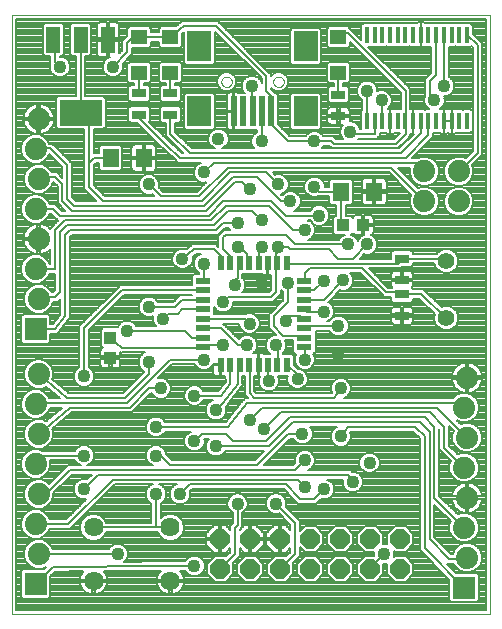
<source format=gtl>
G75*
G70*
%OFA0B0*%
%FSLAX24Y24*%
%IPPOS*%
%LPD*%
%AMOC8*
5,1,8,0,0,1.08239X$1,22.5*
%
%ADD10C,0.0000*%
%ADD11R,0.0500X0.0220*%
%ADD12R,0.0220X0.0500*%
%ADD13C,0.0560*%
%ADD14R,0.0472X0.0315*%
%ADD15R,0.0137X0.0550*%
%ADD16R,0.0551X0.0472*%
%ADD17R,0.0197X0.0984*%
%ADD18R,0.0787X0.0984*%
%ADD19R,0.0480X0.0880*%
%ADD20R,0.1417X0.0866*%
%ADD21R,0.0740X0.0740*%
%ADD22C,0.0740*%
%ADD23OC8,0.0640*%
%ADD24C,0.0640*%
%ADD25R,0.0551X0.0630*%
%ADD26R,0.0394X0.0433*%
%ADD27R,0.0433X0.0394*%
%ADD28C,0.0080*%
%ADD29C,0.0436*%
D10*
X000141Y000141D02*
X000141Y020117D01*
X016091Y020117D01*
X016091Y000141D01*
X000141Y000141D01*
X007118Y017881D02*
X007120Y017907D01*
X007126Y017933D01*
X007136Y017958D01*
X007149Y017981D01*
X007165Y018001D01*
X007185Y018019D01*
X007207Y018034D01*
X007230Y018046D01*
X007256Y018054D01*
X007282Y018058D01*
X007308Y018058D01*
X007334Y018054D01*
X007360Y018046D01*
X007384Y018034D01*
X007405Y018019D01*
X007425Y018001D01*
X007441Y017981D01*
X007454Y017958D01*
X007464Y017933D01*
X007470Y017907D01*
X007472Y017881D01*
X007470Y017855D01*
X007464Y017829D01*
X007454Y017804D01*
X007441Y017781D01*
X007425Y017761D01*
X007405Y017743D01*
X007383Y017728D01*
X007360Y017716D01*
X007334Y017708D01*
X007308Y017704D01*
X007282Y017704D01*
X007256Y017708D01*
X007230Y017716D01*
X007206Y017728D01*
X007185Y017743D01*
X007165Y017761D01*
X007149Y017781D01*
X007136Y017804D01*
X007126Y017829D01*
X007120Y017855D01*
X007118Y017881D01*
X008850Y017881D02*
X008852Y017907D01*
X008858Y017933D01*
X008868Y017958D01*
X008881Y017981D01*
X008897Y018001D01*
X008917Y018019D01*
X008939Y018034D01*
X008962Y018046D01*
X008988Y018054D01*
X009014Y018058D01*
X009040Y018058D01*
X009066Y018054D01*
X009092Y018046D01*
X009116Y018034D01*
X009137Y018019D01*
X009157Y018001D01*
X009173Y017981D01*
X009186Y017958D01*
X009196Y017933D01*
X009202Y017907D01*
X009204Y017881D01*
X009202Y017855D01*
X009196Y017829D01*
X009186Y017804D01*
X009173Y017781D01*
X009157Y017761D01*
X009137Y017743D01*
X009115Y017728D01*
X009092Y017716D01*
X009066Y017708D01*
X009040Y017704D01*
X009014Y017704D01*
X008988Y017708D01*
X008962Y017716D01*
X008938Y017728D01*
X008917Y017743D01*
X008897Y017761D01*
X008881Y017781D01*
X008868Y017804D01*
X008858Y017829D01*
X008852Y017855D01*
X008850Y017881D01*
D11*
X009891Y011243D03*
X009891Y010929D03*
X009891Y010614D03*
X009891Y010299D03*
X009891Y009984D03*
X009891Y009669D03*
X009891Y009354D03*
X009891Y009039D03*
X006511Y009039D03*
X006511Y009354D03*
X006511Y009669D03*
X006511Y009984D03*
X006511Y010299D03*
X006511Y010614D03*
X006511Y010929D03*
X006511Y011243D03*
D12*
X007099Y011831D03*
X007414Y011831D03*
X007729Y011831D03*
X008044Y011831D03*
X008359Y011831D03*
X008674Y011831D03*
X008989Y011831D03*
X009303Y011831D03*
X009303Y008451D03*
X008989Y008451D03*
X008674Y008451D03*
X008359Y008451D03*
X008044Y008451D03*
X007729Y008451D03*
X007414Y008451D03*
X007099Y008451D03*
D13*
X014621Y010011D03*
X014621Y011911D03*
D14*
X013141Y011985D03*
X013141Y011277D03*
X013141Y010795D03*
X013141Y010087D03*
X011021Y016747D03*
X011021Y017455D03*
X005421Y017495D03*
X005421Y016787D03*
X004381Y016787D03*
X004381Y017495D03*
D15*
X011978Y016572D03*
X012234Y016572D03*
X012490Y016572D03*
X012745Y016572D03*
X013001Y016572D03*
X013257Y016572D03*
X013513Y016572D03*
X013769Y016572D03*
X014025Y016572D03*
X014281Y016572D03*
X014537Y016572D03*
X014793Y016572D03*
X015049Y016572D03*
X015304Y016572D03*
X015304Y019450D03*
X015049Y019450D03*
X014793Y019450D03*
X014537Y019450D03*
X014281Y019450D03*
X014025Y019450D03*
X013769Y019450D03*
X013513Y019450D03*
X013257Y019450D03*
X013001Y019450D03*
X012745Y019450D03*
X012490Y019450D03*
X012234Y019450D03*
X011978Y019450D03*
D16*
X011021Y019372D03*
X011021Y018191D03*
X005421Y018191D03*
X005421Y019372D03*
X004381Y019372D03*
X004381Y018191D03*
D17*
X007531Y016897D03*
X007846Y016897D03*
X008161Y016897D03*
X008476Y016897D03*
X008791Y016897D03*
D18*
X009933Y016897D03*
X009933Y019062D03*
X006389Y019062D03*
X006389Y016897D03*
D19*
X003341Y019291D03*
X002431Y019291D03*
X001521Y019291D03*
D20*
X002431Y016851D03*
D21*
X000931Y009641D03*
X000931Y001141D03*
X015211Y001021D03*
D22*
X015311Y002021D03*
X015211Y003021D03*
X015311Y004021D03*
X015211Y005021D03*
X015311Y006021D03*
X015211Y007021D03*
X015311Y008021D03*
X015031Y013901D03*
X015031Y014901D03*
X013891Y014901D03*
X013891Y013901D03*
X001031Y014641D03*
X000931Y013641D03*
X001031Y012641D03*
X000931Y011641D03*
X001031Y010641D03*
X001031Y008141D03*
X000931Y007141D03*
X001031Y006141D03*
X000931Y005141D03*
X001031Y004141D03*
X000931Y003141D03*
X001031Y002141D03*
X000931Y015641D03*
X001031Y016641D03*
D23*
X007081Y002641D03*
X007081Y001641D03*
X008081Y001641D03*
X008081Y002641D03*
X009081Y002641D03*
X009081Y001641D03*
X010081Y001641D03*
X010081Y002641D03*
X011081Y002641D03*
X011081Y001641D03*
X012081Y001641D03*
X012081Y002641D03*
X013081Y002641D03*
X013081Y001641D03*
D24*
X005421Y001251D03*
X005421Y003031D03*
X002861Y003031D03*
X002861Y001251D03*
D25*
X011110Y014221D03*
X012212Y014221D03*
X004532Y015341D03*
X003430Y015341D03*
D26*
X003421Y009356D03*
X003421Y008686D03*
D27*
X011166Y013101D03*
X011836Y013101D03*
D28*
X011876Y013101D02*
X015951Y013101D01*
X015951Y013179D02*
X012192Y013179D01*
X012192Y013141D02*
X012192Y013316D01*
X012183Y013352D01*
X012164Y013384D01*
X012138Y013410D01*
X012106Y013428D01*
X012071Y013438D01*
X011876Y013438D01*
X011876Y013141D01*
X012192Y013141D01*
X012192Y013061D02*
X011876Y013061D01*
X011876Y013141D01*
X011796Y013141D01*
X011796Y013438D01*
X011601Y013438D01*
X011565Y013428D01*
X011533Y013410D01*
X011507Y013384D01*
X011492Y013358D01*
X011433Y013418D01*
X011270Y013418D01*
X011270Y013786D01*
X011435Y013786D01*
X011505Y013856D01*
X011505Y014586D01*
X011435Y014656D01*
X010785Y014656D01*
X010714Y014586D01*
X010714Y014381D01*
X010559Y014381D01*
X010559Y014448D01*
X010508Y014573D01*
X010413Y014668D01*
X010288Y014719D01*
X010154Y014719D01*
X010030Y014668D01*
X009934Y014573D01*
X009883Y014448D01*
X009883Y014314D01*
X009934Y014190D01*
X010030Y014094D01*
X010154Y014043D01*
X010288Y014043D01*
X010332Y014061D01*
X010447Y014061D01*
X010714Y014061D01*
X010714Y013856D01*
X010785Y013786D01*
X010950Y013786D01*
X010950Y013418D01*
X010900Y013418D01*
X010830Y013348D01*
X010830Y012855D01*
X010900Y012784D01*
X011238Y012784D01*
X011150Y012748D01*
X011054Y012653D01*
X011041Y012621D01*
X010012Y012621D01*
X010093Y012654D01*
X010188Y012750D01*
X010239Y012874D01*
X010239Y013008D01*
X010188Y013133D01*
X010093Y013228D01*
X010012Y013261D01*
X010081Y013261D01*
X010094Y013230D01*
X010190Y013134D01*
X010314Y013083D01*
X010448Y013083D01*
X010573Y013134D01*
X010668Y013230D01*
X010719Y013354D01*
X010719Y013488D01*
X010668Y013613D01*
X010573Y013708D01*
X010448Y013759D01*
X010314Y013759D01*
X010190Y013708D01*
X010094Y013613D01*
X010081Y013581D01*
X009532Y013581D01*
X009613Y013614D01*
X009708Y013710D01*
X009759Y013834D01*
X009759Y013968D01*
X009708Y014093D01*
X009613Y014188D01*
X009488Y014239D01*
X009354Y014239D01*
X009230Y014188D01*
X009135Y014093D01*
X009100Y014128D01*
X009213Y014174D01*
X009308Y014270D01*
X009359Y014394D01*
X009359Y014528D01*
X009308Y014653D01*
X009213Y014748D01*
X009088Y014799D01*
X008954Y014799D01*
X008922Y014786D01*
X008847Y014861D01*
X012705Y014861D01*
X013450Y014116D01*
X013401Y013999D01*
X013401Y013804D01*
X013476Y013624D01*
X013614Y013486D01*
X013794Y013411D01*
X013989Y013411D01*
X014169Y013486D01*
X014306Y013624D01*
X014381Y013804D01*
X014381Y013999D01*
X014306Y014179D01*
X014169Y014316D01*
X013989Y014391D01*
X013794Y014391D01*
X013676Y014342D01*
X012997Y015021D01*
X013410Y015021D01*
X013401Y014999D01*
X013401Y014804D01*
X013476Y014624D01*
X013614Y014486D01*
X013794Y014411D01*
X013989Y014411D01*
X014169Y014486D01*
X014306Y014624D01*
X014381Y014804D01*
X014381Y014999D01*
X014306Y015179D01*
X014169Y015316D01*
X013989Y015391D01*
X013794Y015391D01*
X013673Y015341D01*
X013487Y015341D01*
X014091Y015945D01*
X014185Y016039D01*
X014185Y016177D01*
X014396Y016177D01*
X014414Y016166D01*
X014450Y016157D01*
X014537Y016157D01*
X014624Y016157D01*
X014659Y016166D01*
X014665Y016169D01*
X014670Y016166D01*
X014706Y016157D01*
X014792Y016157D01*
X014792Y016571D01*
X014793Y016571D01*
X014793Y016157D01*
X014880Y016157D01*
X014915Y016166D01*
X014933Y016177D01*
X015167Y016177D01*
X015177Y016186D01*
X015186Y016177D01*
X015423Y016177D01*
X015493Y016247D01*
X015493Y016896D01*
X015423Y016967D01*
X015186Y016967D01*
X015177Y016957D01*
X015167Y016967D01*
X014933Y016967D01*
X014915Y016977D01*
X014880Y016987D01*
X014793Y016987D01*
X014793Y016572D01*
X014792Y016572D01*
X014792Y016571D01*
X014745Y016571D01*
X014537Y016571D01*
X014537Y016157D01*
X014537Y016571D01*
X014537Y016571D01*
X014537Y016572D01*
X014537Y016572D01*
X014537Y016987D01*
X014624Y016987D01*
X014659Y016977D01*
X014665Y016974D01*
X014670Y016977D01*
X014706Y016987D01*
X014792Y016987D01*
X014792Y016572D01*
X014745Y016572D01*
X014537Y016572D01*
X014537Y016987D01*
X014450Y016987D01*
X014416Y016978D01*
X014508Y017070D01*
X014559Y017194D01*
X014559Y017328D01*
X014528Y017403D01*
X014608Y017403D01*
X014733Y017454D01*
X014828Y017550D01*
X014879Y017674D01*
X014879Y017808D01*
X014828Y017933D01*
X014733Y018028D01*
X014701Y018041D01*
X014701Y019055D01*
X014911Y019055D01*
X014921Y019065D01*
X014930Y019055D01*
X015167Y019055D01*
X015177Y019065D01*
X015186Y019055D01*
X015423Y019055D01*
X015448Y019081D01*
X015501Y019028D01*
X015501Y015567D01*
X015267Y015334D01*
X015129Y015391D01*
X014934Y015391D01*
X014754Y015316D01*
X014616Y015179D01*
X014541Y014999D01*
X014541Y014804D01*
X014616Y014624D01*
X014754Y014486D01*
X014934Y014411D01*
X015129Y014411D01*
X015309Y014486D01*
X015446Y014624D01*
X015521Y014804D01*
X015521Y014999D01*
X015481Y015095D01*
X015821Y015435D01*
X015821Y015567D01*
X015821Y019160D01*
X015727Y019254D01*
X015493Y019488D01*
X015493Y019775D01*
X015423Y019845D01*
X015186Y019845D01*
X015177Y019836D01*
X015167Y019845D01*
X014930Y019845D01*
X014921Y019836D01*
X014911Y019845D01*
X014674Y019845D01*
X014665Y019836D01*
X014655Y019845D01*
X014419Y019845D01*
X014409Y019836D01*
X014399Y019845D01*
X014163Y019845D01*
X014153Y019836D01*
X014143Y019845D01*
X013910Y019845D01*
X013892Y019856D01*
X013856Y019865D01*
X013769Y019865D01*
X013682Y019865D01*
X013646Y019856D01*
X013628Y019845D01*
X013395Y019845D01*
X013385Y019836D01*
X013375Y019845D01*
X013139Y019845D01*
X013129Y019836D01*
X013120Y019845D01*
X012883Y019845D01*
X012873Y019836D01*
X012864Y019845D01*
X012627Y019845D01*
X012617Y019836D01*
X012608Y019845D01*
X012371Y019845D01*
X012362Y019836D01*
X012352Y019845D01*
X012115Y019845D01*
X012106Y019836D01*
X012096Y019845D01*
X011859Y019845D01*
X011789Y019775D01*
X011789Y019279D01*
X011417Y019652D01*
X011417Y019658D01*
X011346Y019728D01*
X010696Y019728D01*
X010626Y019658D01*
X010626Y019086D01*
X010696Y019015D01*
X011346Y019015D01*
X011417Y019086D01*
X011417Y019199D01*
X013101Y017515D01*
X013101Y016967D01*
X012886Y016967D01*
X012868Y016977D01*
X012832Y016987D01*
X012746Y016987D01*
X012746Y016572D01*
X012745Y016572D01*
X012745Y016987D01*
X012665Y016987D01*
X012748Y017070D01*
X012799Y017194D01*
X012799Y017328D01*
X012748Y017453D01*
X012653Y017548D01*
X012528Y017599D01*
X012394Y017599D01*
X012319Y017568D01*
X012319Y017648D01*
X012268Y017773D01*
X012173Y017868D01*
X012048Y017919D01*
X011914Y017919D01*
X011790Y017868D01*
X011694Y017773D01*
X011643Y017648D01*
X011643Y017514D01*
X011694Y017390D01*
X011790Y017294D01*
X011819Y017282D01*
X011818Y017171D01*
X011818Y017171D01*
X011818Y017106D01*
X011817Y017039D01*
X011818Y017039D01*
X011818Y016925D01*
X011789Y016896D01*
X011789Y016301D01*
X011754Y016301D01*
X011708Y016413D01*
X011613Y016508D01*
X011488Y016559D01*
X011394Y016559D01*
X011397Y016571D01*
X011397Y016708D01*
X011060Y016708D01*
X011060Y016786D01*
X010982Y016786D01*
X010982Y017044D01*
X010766Y017044D01*
X010731Y017035D01*
X010699Y017016D01*
X010673Y016990D01*
X010654Y016958D01*
X010645Y016923D01*
X010645Y016786D01*
X010982Y016786D01*
X010982Y016708D01*
X010645Y016708D01*
X010645Y016571D01*
X010654Y016535D01*
X010673Y016503D01*
X010699Y016477D01*
X010731Y016459D01*
X010766Y016449D01*
X010982Y016449D01*
X010982Y016708D01*
X011060Y016708D01*
X011060Y016449D01*
X011171Y016449D01*
X011134Y016413D01*
X011083Y016288D01*
X011083Y016154D01*
X011134Y016030D01*
X011183Y015981D01*
X010927Y015981D01*
X010847Y016061D01*
X010715Y016061D01*
X010521Y016061D01*
X010508Y016093D01*
X010413Y016188D01*
X010288Y016239D01*
X010154Y016239D01*
X010030Y016188D01*
X009934Y016093D01*
X009921Y016061D01*
X009407Y016061D01*
X009009Y016459D01*
X009009Y017439D01*
X008939Y017509D01*
X008919Y017509D01*
X008847Y017581D01*
X008781Y017647D01*
X008781Y017679D01*
X008848Y017612D01*
X008964Y017564D01*
X009090Y017564D01*
X009207Y017612D01*
X009296Y017701D01*
X009344Y017818D01*
X009344Y017944D01*
X009296Y018061D01*
X009207Y018150D01*
X009090Y018198D01*
X008964Y018198D01*
X008848Y018150D01*
X008781Y018083D01*
X008781Y018127D01*
X008687Y018221D01*
X007007Y019901D01*
X006875Y019901D01*
X005878Y019901D01*
X005820Y019907D01*
X005813Y019901D01*
X005804Y019901D01*
X005763Y019860D01*
X005602Y019728D01*
X005096Y019728D01*
X005026Y019658D01*
X005026Y019532D01*
X004777Y019532D01*
X004777Y019658D01*
X004706Y019728D01*
X004056Y019728D01*
X003986Y019658D01*
X003986Y019412D01*
X003821Y019247D01*
X003821Y019115D01*
X003821Y018927D01*
X003719Y018825D01*
X003721Y018833D01*
X003721Y019251D01*
X003381Y019251D01*
X003381Y018711D01*
X003414Y018711D01*
X003310Y018668D01*
X003214Y018573D01*
X003163Y018448D01*
X003163Y018314D01*
X003214Y018190D01*
X003310Y018094D01*
X003434Y018043D01*
X003568Y018043D01*
X003693Y018094D01*
X003788Y018190D01*
X003839Y018314D01*
X003839Y018448D01*
X003826Y018480D01*
X004047Y018701D01*
X004047Y018701D01*
X004141Y018795D01*
X004141Y019015D01*
X004706Y019015D01*
X004777Y019086D01*
X004777Y019212D01*
X005026Y019212D01*
X005026Y019086D01*
X005096Y019015D01*
X005746Y019015D01*
X005817Y019086D01*
X005817Y019490D01*
X005876Y019538D01*
X005876Y018520D01*
X005773Y018520D01*
X005746Y018547D02*
X005817Y018476D01*
X005817Y017905D01*
X005746Y017834D01*
X005581Y017834D01*
X005581Y017773D01*
X005707Y017773D01*
X005777Y017703D01*
X005777Y017288D01*
X005707Y017218D01*
X005135Y017218D01*
X005065Y017288D01*
X005065Y017703D01*
X005135Y017773D01*
X005261Y017773D01*
X005261Y017834D01*
X005096Y017834D01*
X005026Y017905D01*
X005026Y018476D01*
X005096Y018547D01*
X005746Y018547D01*
X005817Y018442D02*
X008014Y018442D01*
X007936Y018520D02*
X006903Y018520D01*
X006903Y019553D01*
X008461Y017995D01*
X008461Y017852D01*
X008428Y017933D01*
X008333Y018028D01*
X008208Y018079D01*
X008074Y018079D01*
X007950Y018028D01*
X007854Y017933D01*
X007803Y017808D01*
X007803Y017674D01*
X007854Y017550D01*
X007895Y017509D01*
X007702Y017509D01*
X007684Y017519D01*
X007648Y017529D01*
X007540Y017529D01*
X007540Y016906D01*
X007522Y016906D01*
X007522Y016888D01*
X007293Y016888D01*
X007293Y016386D01*
X007302Y016351D01*
X007321Y016319D01*
X007347Y016293D01*
X007379Y016274D01*
X007414Y016265D01*
X007522Y016265D01*
X007522Y016887D01*
X007540Y016887D01*
X007540Y016265D01*
X007648Y016265D01*
X007684Y016274D01*
X007702Y016285D01*
X007994Y016285D01*
X008004Y016294D01*
X008013Y016285D01*
X008301Y016285D01*
X008301Y016201D01*
X008270Y016188D01*
X008174Y016093D01*
X008123Y015968D01*
X008123Y015834D01*
X008174Y015710D01*
X008223Y015661D01*
X007132Y015661D01*
X007213Y015694D01*
X007308Y015790D01*
X007359Y015914D01*
X007359Y016048D01*
X007308Y016173D01*
X007213Y016268D01*
X007088Y016319D01*
X006954Y016319D01*
X006830Y016268D01*
X006734Y016173D01*
X006683Y016048D01*
X006683Y015914D01*
X006734Y015790D01*
X006830Y015694D01*
X006910Y015661D01*
X006127Y015661D01*
X005581Y016207D01*
X005581Y016509D01*
X005707Y016509D01*
X005777Y016580D01*
X005777Y016994D01*
X005707Y017064D01*
X005135Y017064D01*
X005065Y016994D01*
X005065Y016580D01*
X005135Y016509D01*
X005261Y016509D01*
X005261Y016207D01*
X005261Y016075D01*
X005835Y015501D01*
X005804Y015501D01*
X005338Y015936D01*
X004716Y016558D01*
X004737Y016580D01*
X004737Y016994D01*
X004667Y017064D01*
X004095Y017064D01*
X004025Y016994D01*
X004025Y016580D01*
X004095Y016509D01*
X004312Y016509D01*
X004315Y016507D01*
X005069Y015753D01*
X005069Y015749D01*
X005116Y015706D01*
X005160Y015661D01*
X005164Y015661D01*
X005630Y015226D01*
X005675Y015181D01*
X005678Y015181D01*
X005680Y015179D01*
X005744Y015181D01*
X006430Y015181D01*
X006350Y015148D01*
X006254Y015053D01*
X006203Y014928D01*
X006203Y014794D01*
X006254Y014670D01*
X006350Y014574D01*
X006474Y014523D01*
X006608Y014523D01*
X006623Y014529D01*
X006315Y014221D01*
X005167Y014221D01*
X005026Y014362D01*
X005039Y014394D01*
X005039Y014528D01*
X004988Y014653D01*
X004893Y014748D01*
X004768Y014799D01*
X004634Y014799D01*
X004510Y014748D01*
X004414Y014653D01*
X004363Y014528D01*
X004363Y014394D01*
X004414Y014270D01*
X004510Y014174D01*
X004634Y014123D01*
X004768Y014123D01*
X004800Y014136D01*
X004875Y014061D01*
X003247Y014061D01*
X002861Y014447D01*
X002861Y015115D01*
X002927Y015181D01*
X003034Y015181D01*
X003034Y014976D01*
X003105Y014906D01*
X003755Y014906D01*
X003825Y014976D01*
X003825Y015706D01*
X003755Y015776D01*
X003105Y015776D01*
X003034Y015706D01*
X003034Y015501D01*
X002927Y015501D01*
X002861Y015501D01*
X002861Y016298D01*
X003189Y016298D01*
X003260Y016368D01*
X003260Y017334D01*
X003189Y017404D01*
X002591Y017404D01*
X002591Y018731D01*
X002721Y018731D01*
X002791Y018801D01*
X002791Y019781D01*
X002721Y019851D01*
X002141Y019851D01*
X002071Y019781D01*
X002071Y018801D01*
X002141Y018731D01*
X002271Y018731D01*
X002271Y017404D01*
X001673Y017404D01*
X001602Y017334D01*
X001602Y016368D01*
X001673Y016298D01*
X002541Y016298D01*
X002541Y015247D01*
X002541Y015115D01*
X002541Y014315D01*
X002635Y014221D01*
X002955Y013901D01*
X002287Y013901D01*
X002141Y014047D01*
X002141Y015167D01*
X002047Y015261D01*
X001581Y015727D01*
X001487Y015821D01*
X001387Y015821D01*
X001346Y015919D01*
X001209Y016056D01*
X001029Y016131D01*
X000834Y016131D01*
X000654Y016056D01*
X000516Y015919D01*
X000441Y015739D01*
X000441Y015544D01*
X000516Y015364D01*
X000654Y015226D01*
X000834Y015151D01*
X001029Y015151D01*
X001209Y015226D01*
X001346Y015364D01*
X001389Y015467D01*
X001821Y015035D01*
X001821Y014687D01*
X001647Y014861D01*
X001515Y014861D01*
X001470Y014861D01*
X001446Y014919D01*
X001309Y015056D01*
X001129Y015131D01*
X000934Y015131D01*
X000754Y015056D01*
X000616Y014919D01*
X000541Y014739D01*
X000541Y014544D01*
X000616Y014364D01*
X000754Y014226D01*
X000934Y014151D01*
X001129Y014151D01*
X001309Y014226D01*
X001446Y014364D01*
X001518Y014537D01*
X001661Y014395D01*
X001661Y013967D01*
X001661Y013835D01*
X001915Y013581D01*
X001807Y013581D01*
X001681Y013707D01*
X001587Y013801D01*
X001395Y013801D01*
X001346Y013919D01*
X001209Y014056D01*
X001029Y014131D01*
X000834Y014131D01*
X000654Y014056D01*
X000516Y013919D01*
X000441Y013739D01*
X000441Y013544D01*
X000516Y013364D01*
X000654Y013226D01*
X000834Y013151D01*
X001029Y013151D01*
X001209Y013226D01*
X001346Y013364D01*
X001395Y013481D01*
X001455Y013481D01*
X001581Y013355D01*
X001675Y013261D01*
X001468Y013055D01*
X001422Y013010D01*
X001422Y013008D01*
X001421Y013007D01*
X001421Y012972D01*
X001420Y012973D01*
X001363Y013030D01*
X001298Y013077D01*
X001227Y013114D01*
X001151Y013139D01*
X001071Y013151D01*
X001071Y012681D01*
X000991Y012681D01*
X000991Y012601D01*
X001071Y012601D01*
X001071Y012131D01*
X001071Y012131D01*
X001151Y012144D01*
X001227Y012168D01*
X001298Y012205D01*
X001363Y012252D01*
X001411Y012300D01*
X001404Y011801D01*
X001395Y011801D01*
X001346Y011919D01*
X001209Y012056D01*
X001029Y012131D01*
X000834Y012131D01*
X000654Y012056D01*
X000516Y011919D01*
X000441Y011739D01*
X000441Y011544D01*
X000516Y011364D01*
X000654Y011226D01*
X000834Y011151D01*
X001029Y011151D01*
X001209Y011226D01*
X001346Y011364D01*
X001395Y011481D01*
X001560Y011481D01*
X001581Y011481D01*
X001581Y010927D01*
X001517Y010863D01*
X001469Y010865D01*
X001446Y010919D01*
X001309Y011056D01*
X001129Y011131D01*
X000934Y011131D01*
X000754Y011056D01*
X000616Y010919D01*
X000541Y010739D01*
X000541Y010544D01*
X000616Y010364D01*
X000754Y010226D01*
X000934Y010151D01*
X001129Y010151D01*
X001309Y010226D01*
X001446Y010364D01*
X001520Y010541D01*
X001578Y010541D01*
X001642Y010539D01*
X001644Y010541D01*
X001647Y010541D01*
X001693Y010586D01*
X001739Y010630D01*
X001739Y010633D01*
X001741Y010635D01*
X001741Y010116D01*
X001366Y010116D01*
X001351Y010131D02*
X000511Y010131D01*
X000441Y010061D01*
X000441Y009221D01*
X000511Y009151D01*
X001351Y009151D01*
X001421Y009221D01*
X001421Y009491D01*
X001526Y009491D01*
X001535Y009484D01*
X001591Y009491D01*
X001647Y009491D01*
X001655Y009499D01*
X001666Y009500D01*
X001701Y009545D01*
X001741Y009585D01*
X001741Y009596D01*
X002021Y009955D01*
X002061Y009995D01*
X002061Y010006D01*
X002068Y010015D01*
X002061Y010071D01*
X002061Y012715D01*
X002127Y012781D01*
X006875Y012781D01*
X007007Y012781D01*
X007247Y013021D01*
X007361Y013021D01*
X007374Y012990D01*
X007423Y012941D01*
X007195Y012941D01*
X007101Y012847D01*
X007021Y012767D01*
X007021Y012635D01*
X007021Y012367D01*
X007021Y012367D01*
X006927Y012461D01*
X006230Y012461D01*
X006173Y012467D01*
X006165Y012461D01*
X006155Y012461D01*
X006114Y012420D01*
X005954Y012292D01*
X005888Y012319D01*
X005754Y012319D01*
X005630Y012268D01*
X005534Y012173D01*
X005483Y012048D01*
X005483Y011914D01*
X005534Y011790D01*
X005630Y011694D01*
X005754Y011643D01*
X005888Y011643D01*
X006013Y011694D01*
X006108Y011790D01*
X006159Y011914D01*
X006159Y012047D01*
X006277Y012141D01*
X006430Y012141D01*
X006350Y012108D01*
X006254Y012013D01*
X006203Y011888D01*
X006203Y011754D01*
X006254Y011630D01*
X006350Y011534D01*
X006381Y011521D01*
X006381Y011473D01*
X006211Y011473D01*
X006141Y011403D01*
X006141Y011101D01*
X003755Y011101D01*
X003661Y011007D01*
X002381Y009727D01*
X002381Y009595D01*
X002381Y008361D01*
X002350Y008348D01*
X002254Y008253D01*
X002203Y008128D01*
X002203Y007994D01*
X002254Y007870D01*
X002350Y007774D01*
X002474Y007723D01*
X002608Y007723D01*
X002733Y007774D01*
X002828Y007870D01*
X002879Y007994D01*
X002879Y008128D01*
X002828Y008253D01*
X002733Y008348D01*
X002701Y008361D01*
X002701Y009595D01*
X003887Y010781D01*
X006141Y010781D01*
X006141Y010774D01*
X005747Y010774D01*
X005654Y010680D01*
X005515Y010541D01*
X005001Y010541D01*
X004988Y010573D01*
X004893Y010668D01*
X004768Y010719D01*
X004634Y010719D01*
X004510Y010668D01*
X004414Y010573D01*
X004363Y010448D01*
X004363Y010314D01*
X004414Y010190D01*
X004510Y010094D01*
X004634Y010043D01*
X004768Y010043D01*
X004856Y010079D01*
X004843Y010048D01*
X004843Y009914D01*
X004894Y009790D01*
X004943Y009741D01*
X004281Y009741D01*
X004268Y009773D01*
X004173Y009868D01*
X004048Y009919D01*
X003914Y009919D01*
X003790Y009868D01*
X003694Y009773D01*
X003661Y009692D01*
X003175Y009692D01*
X003104Y009622D01*
X003104Y009089D01*
X003164Y009030D01*
X003138Y009015D01*
X003112Y008989D01*
X003094Y008957D01*
X003084Y008921D01*
X003084Y008726D01*
X003381Y008726D01*
X003381Y008646D01*
X003461Y008646D01*
X003461Y008330D01*
X003636Y008330D01*
X003672Y008339D01*
X003704Y008358D01*
X003730Y008384D01*
X003748Y008416D01*
X003758Y008451D01*
X003758Y008646D01*
X003461Y008646D01*
X003461Y008726D01*
X003758Y008726D01*
X003758Y008861D01*
X003763Y008861D01*
X003769Y008856D01*
X003828Y008861D01*
X004590Y008861D01*
X004510Y008828D01*
X004414Y008733D01*
X004363Y008608D01*
X004363Y008474D01*
X004414Y008350D01*
X004510Y008254D01*
X004541Y008241D01*
X004541Y008207D01*
X003835Y007501D01*
X002049Y007501D01*
X001489Y007967D01*
X001521Y008044D01*
X001521Y008239D01*
X001446Y008419D01*
X001309Y008556D01*
X001129Y008631D01*
X000934Y008631D01*
X000754Y008556D01*
X000616Y008419D01*
X000541Y008239D01*
X000541Y008044D01*
X000616Y007864D01*
X000754Y007726D01*
X000934Y007651D01*
X001129Y007651D01*
X001289Y007718D01*
X001741Y007341D01*
X001379Y007341D01*
X001346Y007419D01*
X001209Y007556D01*
X001029Y007631D01*
X000834Y007631D01*
X000654Y007556D01*
X000516Y007419D01*
X000441Y007239D01*
X000441Y007044D01*
X000516Y006864D01*
X000654Y006726D01*
X000834Y006651D01*
X001029Y006651D01*
X001209Y006726D01*
X001346Y006864D01*
X001412Y007021D01*
X001823Y007021D01*
X001286Y006566D01*
X001129Y006631D01*
X000934Y006631D01*
X000754Y006556D01*
X000616Y006419D01*
X000541Y006239D01*
X000541Y006044D01*
X000616Y005864D01*
X000754Y005726D01*
X000934Y005651D01*
X001129Y005651D01*
X001309Y005726D01*
X001446Y005864D01*
X001521Y006044D01*
X001521Y006239D01*
X001488Y006318D01*
X002130Y006861D01*
X003995Y006861D01*
X004127Y006861D01*
X004767Y007501D01*
X004801Y007501D01*
X004814Y007470D01*
X004910Y007374D01*
X005034Y007323D01*
X005168Y007323D01*
X005293Y007374D01*
X005388Y007470D01*
X005439Y007594D01*
X005439Y007728D01*
X005388Y007853D01*
X005293Y007948D01*
X005168Y007999D01*
X005034Y007999D01*
X005019Y007993D01*
X005487Y008461D01*
X006241Y008461D01*
X006254Y008430D01*
X006350Y008334D01*
X006474Y008283D01*
X006608Y008283D01*
X006733Y008334D01*
X006828Y008430D01*
X006849Y008480D01*
X006849Y008466D01*
X007083Y008466D01*
X007083Y008436D01*
X006849Y008436D01*
X006849Y008183D01*
X006858Y008147D01*
X006877Y008115D01*
X006903Y008089D01*
X006935Y008071D01*
X006970Y008061D01*
X007084Y008061D01*
X007084Y008436D01*
X007114Y008436D01*
X007114Y008061D01*
X007227Y008061D01*
X007256Y008069D01*
X007260Y007876D01*
X007024Y007581D01*
X006521Y007581D01*
X006508Y007613D01*
X006413Y007708D01*
X006288Y007759D01*
X006154Y007759D01*
X006030Y007708D01*
X005934Y007613D01*
X005883Y007488D01*
X005883Y007354D01*
X005934Y007230D01*
X006030Y007134D01*
X006154Y007083D01*
X006288Y007083D01*
X006413Y007134D01*
X006508Y007230D01*
X006521Y007261D01*
X006830Y007261D01*
X006750Y007228D01*
X006654Y007133D01*
X006603Y007008D01*
X006603Y006874D01*
X006654Y006750D01*
X006750Y006654D01*
X006874Y006603D01*
X007008Y006603D01*
X007133Y006654D01*
X007228Y006750D01*
X007279Y006874D01*
X007279Y007008D01*
X007269Y007032D01*
X007302Y007076D01*
X007341Y007115D01*
X007341Y007128D01*
X007782Y007716D01*
X007821Y007755D01*
X007821Y007768D01*
X007829Y007778D01*
X007821Y007833D01*
X007821Y008081D01*
X007884Y008081D01*
X007901Y008081D01*
X007901Y007567D01*
X007901Y007435D01*
X007993Y007343D01*
X007972Y007341D01*
X007915Y007341D01*
X007908Y007334D01*
X007898Y007333D01*
X007862Y007288D01*
X007821Y007247D01*
X007821Y007237D01*
X007264Y006541D01*
X005241Y006541D01*
X005228Y006573D01*
X005133Y006668D01*
X005008Y006719D01*
X004874Y006719D01*
X004750Y006668D01*
X004654Y006573D01*
X004603Y006448D01*
X004603Y006314D01*
X004654Y006190D01*
X004750Y006094D01*
X004874Y006043D01*
X005008Y006043D01*
X005133Y006094D01*
X005228Y006190D01*
X005241Y006221D01*
X006110Y006221D01*
X006030Y006188D01*
X005934Y006093D01*
X005883Y005968D01*
X005883Y005834D01*
X005934Y005710D01*
X006030Y005614D01*
X006154Y005563D01*
X006288Y005563D01*
X006413Y005614D01*
X006508Y005710D01*
X006559Y005834D01*
X006559Y005968D01*
X006554Y005981D01*
X006703Y005981D01*
X006654Y005933D01*
X006603Y005808D01*
X006603Y005674D01*
X006654Y005550D01*
X006750Y005454D01*
X006874Y005403D01*
X007008Y005403D01*
X007133Y005454D01*
X007228Y005550D01*
X007241Y005581D01*
X008555Y005581D01*
X008235Y005261D01*
X005487Y005261D01*
X005279Y005469D01*
X005279Y005488D01*
X005228Y005613D01*
X005133Y005708D01*
X005008Y005759D01*
X004874Y005759D01*
X004750Y005708D01*
X004654Y005613D01*
X004603Y005488D01*
X004603Y005354D01*
X004654Y005230D01*
X004750Y005134D01*
X004830Y005101D01*
X002652Y005101D01*
X002733Y005134D01*
X002828Y005230D01*
X002879Y005354D01*
X002879Y005488D01*
X002828Y005613D01*
X002733Y005708D01*
X002608Y005759D01*
X002474Y005759D01*
X002350Y005708D01*
X002254Y005613D01*
X002241Y005581D01*
X001182Y005581D01*
X001170Y005590D01*
X001140Y005585D01*
X001029Y005631D01*
X000834Y005631D01*
X000654Y005556D01*
X000516Y005419D01*
X000441Y005239D01*
X000441Y005044D01*
X000516Y004864D01*
X000654Y004726D01*
X000834Y004651D01*
X001029Y004651D01*
X001209Y004726D01*
X001346Y004864D01*
X001421Y005044D01*
X001421Y005239D01*
X001412Y005261D01*
X002241Y005261D01*
X002254Y005230D01*
X002350Y005134D01*
X002430Y005101D01*
X002127Y005101D01*
X001995Y005101D01*
X001379Y004486D01*
X001309Y004556D01*
X001129Y004631D01*
X000934Y004631D01*
X000754Y004556D01*
X000616Y004419D01*
X000541Y004239D01*
X000541Y004044D01*
X000616Y003864D01*
X000754Y003726D01*
X000934Y003651D01*
X001129Y003651D01*
X001309Y003726D01*
X001446Y003864D01*
X001521Y004044D01*
X001521Y004175D01*
X002127Y004781D01*
X002795Y004781D01*
X002640Y004626D01*
X002608Y004639D01*
X002474Y004639D01*
X002350Y004588D01*
X002254Y004493D01*
X002203Y004368D01*
X002203Y004234D01*
X002254Y004110D01*
X002350Y004014D01*
X002474Y003963D01*
X002608Y003963D01*
X002623Y003969D01*
X001955Y003301D01*
X001395Y003301D01*
X001346Y003419D01*
X001209Y003556D01*
X001029Y003631D01*
X000834Y003631D01*
X000654Y003556D01*
X000516Y003419D01*
X000441Y003239D01*
X000441Y003044D01*
X000516Y002864D01*
X000654Y002726D01*
X000834Y002651D01*
X001029Y002651D01*
X001209Y002726D01*
X001346Y002864D01*
X001395Y002981D01*
X002087Y002981D01*
X002181Y003075D01*
X003567Y004461D01*
X004830Y004461D01*
X004750Y004428D01*
X004654Y004333D01*
X004603Y004208D01*
X004603Y004074D01*
X004654Y003950D01*
X004750Y003854D01*
X004781Y003841D01*
X004781Y003191D01*
X003271Y003191D01*
X003234Y003280D01*
X003110Y003404D01*
X002949Y003471D01*
X002774Y003471D01*
X002612Y003404D01*
X002488Y003280D01*
X002421Y003119D01*
X002421Y002944D01*
X002488Y002782D01*
X002612Y002658D01*
X002774Y002591D01*
X002949Y002591D01*
X003110Y002658D01*
X003234Y002782D01*
X003271Y002871D01*
X004875Y002871D01*
X005007Y002871D01*
X005011Y002871D01*
X005048Y002782D01*
X005172Y002658D01*
X005334Y002591D01*
X005509Y002591D01*
X005670Y002658D01*
X005794Y002782D01*
X005861Y002944D01*
X005861Y003119D01*
X005794Y003280D01*
X005670Y003404D01*
X005509Y003471D01*
X005334Y003471D01*
X005172Y003404D01*
X005101Y003333D01*
X005101Y003841D01*
X005133Y003854D01*
X005228Y003950D01*
X005279Y004074D01*
X005279Y004208D01*
X005228Y004333D01*
X005133Y004428D01*
X005052Y004461D01*
X005630Y004461D01*
X005052Y004461D01*
X005178Y004382D02*
X005504Y004382D01*
X005550Y004428D02*
X005454Y004333D01*
X005403Y004208D01*
X005403Y004074D01*
X005454Y003950D01*
X005550Y003854D01*
X005674Y003803D01*
X005808Y003803D01*
X005933Y003854D01*
X006028Y003950D01*
X006079Y004074D01*
X006079Y004208D01*
X006066Y004240D01*
X006127Y004301D01*
X009195Y004301D01*
X009581Y003915D01*
X009675Y003821D01*
X010155Y003821D01*
X010287Y003821D01*
X010442Y003976D01*
X010474Y003963D01*
X010608Y003963D01*
X010733Y004014D01*
X010828Y004110D01*
X010879Y004234D01*
X010879Y004368D01*
X010828Y004493D01*
X010733Y004588D01*
X010652Y004621D01*
X011168Y004621D01*
X011163Y004608D01*
X011163Y004474D01*
X011214Y004350D01*
X011310Y004254D01*
X011434Y004203D01*
X011568Y004203D01*
X011693Y004254D01*
X011788Y004350D01*
X011839Y004474D01*
X011839Y004608D01*
X011788Y004733D01*
X011693Y004828D01*
X011568Y004879D01*
X011469Y004879D01*
X011465Y004883D01*
X011437Y004925D01*
X011420Y004928D01*
X011407Y004941D01*
X011357Y004941D01*
X011307Y004951D01*
X011293Y004941D01*
X010012Y004941D01*
X010093Y004974D01*
X010188Y005070D01*
X010239Y005194D01*
X010239Y005328D01*
X010188Y005453D01*
X010093Y005548D01*
X009968Y005599D01*
X009834Y005599D01*
X009710Y005548D01*
X009614Y005453D01*
X009563Y005328D01*
X009563Y005194D01*
X009576Y005162D01*
X009515Y005101D01*
X008527Y005101D01*
X009407Y005981D01*
X009521Y005981D01*
X009534Y005950D01*
X009630Y005854D01*
X009754Y005803D01*
X009888Y005803D01*
X010013Y005854D01*
X010108Y005950D01*
X010159Y006074D01*
X010159Y006208D01*
X010108Y006333D01*
X010059Y006381D01*
X010990Y006381D01*
X010910Y006348D01*
X010814Y006253D01*
X010763Y006128D01*
X010763Y005994D01*
X010814Y005870D01*
X010910Y005774D01*
X011034Y005723D01*
X011168Y005723D01*
X011293Y005774D01*
X011388Y005870D01*
X011439Y005994D01*
X011439Y006128D01*
X011408Y006204D01*
X011421Y006221D01*
X013515Y006221D01*
X013741Y005995D01*
X013741Y002265D01*
X013835Y002171D01*
X014721Y001285D01*
X014721Y000601D01*
X014791Y000531D01*
X015631Y000531D01*
X015701Y000601D01*
X015701Y001441D01*
X015631Y001511D01*
X014947Y001511D01*
X014637Y001821D01*
X014700Y001821D01*
X014766Y001821D01*
X014767Y001821D01*
X014864Y001821D01*
X014896Y001744D01*
X015034Y001606D01*
X015214Y001531D01*
X015409Y001531D01*
X015589Y001606D01*
X015726Y001744D01*
X015801Y001924D01*
X015801Y002119D01*
X015726Y002299D01*
X015589Y002436D01*
X015409Y002511D01*
X015214Y002511D01*
X015034Y002436D01*
X014896Y002299D01*
X014830Y002141D01*
X014768Y002141D01*
X014221Y002697D01*
X014221Y003785D01*
X014770Y003236D01*
X014721Y003119D01*
X014721Y002924D01*
X014796Y002744D01*
X014934Y002606D01*
X015114Y002531D01*
X015309Y002531D01*
X015489Y002606D01*
X015626Y002744D01*
X015701Y002924D01*
X015701Y003119D01*
X015626Y003299D01*
X015489Y003436D01*
X015309Y003511D01*
X015114Y003511D01*
X014996Y003462D01*
X014381Y004077D01*
X014381Y006315D01*
X014381Y006315D01*
X014381Y006315D01*
X014381Y005625D01*
X014475Y005531D01*
X014770Y005236D01*
X014721Y005119D01*
X014721Y004924D01*
X014796Y004744D01*
X014934Y004606D01*
X015114Y004531D01*
X015309Y004531D01*
X015489Y004606D01*
X015626Y004744D01*
X015701Y004924D01*
X015701Y005119D01*
X015626Y005299D01*
X015489Y005436D01*
X015309Y005511D01*
X015114Y005511D01*
X014996Y005462D01*
X014701Y005757D01*
X014701Y006315D01*
X014701Y006405D01*
X014870Y006236D01*
X014821Y006119D01*
X014821Y005924D01*
X014896Y005744D01*
X015034Y005606D01*
X015214Y005531D01*
X015409Y005531D01*
X015589Y005606D01*
X015726Y005744D01*
X015801Y005924D01*
X015801Y006119D01*
X015726Y006299D01*
X015589Y006436D01*
X015409Y006511D01*
X015214Y006511D01*
X015096Y006462D01*
X014966Y006592D01*
X015114Y006531D01*
X015309Y006531D01*
X015489Y006606D01*
X015626Y006744D01*
X015701Y006924D01*
X015701Y007119D01*
X015626Y007299D01*
X015489Y007436D01*
X015309Y007511D01*
X015114Y007511D01*
X014934Y007436D01*
X014838Y007341D01*
X011212Y007341D01*
X011293Y007374D01*
X011388Y007470D01*
X011439Y007594D01*
X011439Y007728D01*
X011388Y007853D01*
X011293Y007948D01*
X011168Y007999D01*
X011034Y007999D01*
X010910Y007948D01*
X010814Y007853D01*
X010763Y007728D01*
X010763Y007594D01*
X010794Y007519D01*
X010781Y007501D01*
X008287Y007501D01*
X008221Y007567D01*
X008221Y008064D01*
X008230Y008061D01*
X008344Y008061D01*
X008344Y008436D01*
X008374Y008436D01*
X008374Y008061D01*
X008401Y008061D01*
X008363Y007968D01*
X008363Y007834D01*
X008414Y007710D01*
X008510Y007614D01*
X008634Y007563D01*
X008768Y007563D01*
X008893Y007614D01*
X008988Y007710D01*
X009039Y007834D01*
X009039Y007968D01*
X008992Y008081D01*
X009144Y008081D01*
X009337Y008081D01*
X009323Y008048D01*
X009323Y007914D01*
X009374Y007790D01*
X009470Y007694D01*
X009594Y007643D01*
X009728Y007643D01*
X009853Y007694D01*
X009948Y007790D01*
X009999Y007914D01*
X009999Y008048D01*
X009948Y008173D01*
X009853Y008268D01*
X009728Y008319D01*
X009662Y008319D01*
X009533Y008447D01*
X009533Y008751D01*
X009463Y008821D01*
X009181Y008821D01*
X009181Y008863D01*
X009228Y008910D01*
X009279Y009034D01*
X009279Y009168D01*
X009241Y009261D01*
X009521Y009261D01*
X009521Y009194D01*
X009521Y008879D01*
X009591Y008809D01*
X009613Y008809D01*
X009563Y008688D01*
X009563Y008554D01*
X009614Y008430D01*
X009710Y008334D01*
X009834Y008283D01*
X009968Y008283D01*
X010093Y008334D01*
X010188Y008430D01*
X010239Y008554D01*
X010239Y008688D01*
X010189Y008809D01*
X010191Y008809D01*
X010261Y008879D01*
X010261Y009194D01*
X010261Y009509D01*
X010261Y009581D01*
X010721Y009581D01*
X010734Y009550D01*
X010830Y009454D01*
X010954Y009403D01*
X011088Y009403D01*
X011213Y009454D01*
X011308Y009550D01*
X011359Y009674D01*
X011359Y009808D01*
X011308Y009933D01*
X011213Y010028D01*
X011088Y010079D01*
X010954Y010079D01*
X010830Y010028D01*
X010734Y009933D01*
X010721Y009901D01*
X010652Y009901D01*
X010733Y009934D01*
X010828Y010030D01*
X010879Y010154D01*
X010879Y010288D01*
X010828Y010413D01*
X010733Y010508D01*
X010677Y010531D01*
X010694Y010547D01*
X011082Y010936D01*
X011114Y010923D01*
X011248Y010923D01*
X011373Y010974D01*
X011468Y011070D01*
X011519Y011194D01*
X011519Y011328D01*
X011468Y011453D01*
X011419Y011501D01*
X011755Y011501D01*
X012461Y010795D01*
X012555Y010701D01*
X012785Y010701D01*
X012785Y010588D01*
X012855Y010518D01*
X013427Y010518D01*
X013497Y010588D01*
X013497Y010644D01*
X013713Y010650D01*
X014244Y010147D01*
X014221Y010091D01*
X014221Y009931D01*
X014282Y009784D01*
X014394Y009672D01*
X014541Y009611D01*
X014701Y009611D01*
X014848Y009672D01*
X014960Y009784D01*
X015021Y009931D01*
X015021Y010091D01*
X014960Y010238D01*
X014848Y010350D01*
X014701Y010411D01*
X014541Y010411D01*
X014465Y010379D01*
X013882Y010930D01*
X013838Y010973D01*
X013837Y010973D01*
X013766Y010971D01*
X013497Y010964D01*
X013497Y011003D01*
X013478Y011022D01*
X013489Y011033D01*
X013508Y011065D01*
X013517Y011101D01*
X013517Y011238D01*
X013180Y011238D01*
X013180Y011316D01*
X013102Y011316D01*
X013102Y011574D01*
X012886Y011574D01*
X012851Y011565D01*
X012819Y011546D01*
X012793Y011520D01*
X012774Y011488D01*
X012765Y011453D01*
X012765Y011316D01*
X013102Y011316D01*
X013102Y011238D01*
X012765Y011238D01*
X012765Y011101D01*
X012774Y011065D01*
X012793Y011033D01*
X012804Y011022D01*
X012803Y011021D01*
X012687Y011021D01*
X012047Y011661D01*
X012956Y011661D01*
X012957Y011660D01*
X013022Y011661D01*
X013087Y011661D01*
X013088Y011662D01*
X013090Y011662D01*
X013134Y011708D01*
X013427Y011708D01*
X013497Y011778D01*
X013497Y011825D01*
X014224Y011825D01*
X014282Y011684D01*
X014394Y011572D01*
X014541Y011511D01*
X014701Y011511D01*
X014848Y011572D01*
X014960Y011684D01*
X015021Y011831D01*
X015021Y011991D01*
X014960Y012138D01*
X014848Y012250D01*
X014701Y012311D01*
X014541Y012311D01*
X014394Y012250D01*
X014290Y012145D01*
X013497Y012145D01*
X013497Y012193D01*
X013427Y012263D01*
X012855Y012263D01*
X012785Y012193D01*
X012785Y011981D01*
X011727Y011981D01*
X011882Y012136D01*
X011914Y012123D01*
X012048Y012123D01*
X012173Y012174D01*
X012268Y012270D01*
X012319Y012394D01*
X015951Y012394D01*
X015951Y012472D02*
X012319Y012472D01*
X012319Y012528D02*
X012268Y012653D01*
X012173Y012748D01*
X012108Y012775D01*
X012138Y012792D01*
X012164Y012818D01*
X012183Y012850D01*
X012192Y012886D01*
X012192Y013061D01*
X012192Y013022D02*
X015951Y013022D01*
X015951Y012944D02*
X012192Y012944D01*
X012187Y012865D02*
X015951Y012865D01*
X015951Y012787D02*
X012128Y012787D01*
X012212Y012708D02*
X015951Y012708D01*
X015951Y012629D02*
X012277Y012629D01*
X012310Y012551D02*
X015951Y012551D01*
X015951Y012315D02*
X012287Y012315D01*
X012319Y012394D02*
X012319Y012528D01*
X012235Y012237D02*
X012829Y012237D01*
X012785Y012158D02*
X012133Y012158D01*
X011826Y012080D02*
X012785Y012080D01*
X012785Y012001D02*
X011747Y012001D01*
X011821Y011661D02*
X012621Y010861D01*
X013085Y010861D01*
X013141Y010795D01*
X013775Y010811D01*
X014621Y010011D01*
X014343Y009723D02*
X011359Y009723D01*
X011359Y009802D02*
X012845Y009802D01*
X012851Y009799D02*
X012886Y009789D01*
X013102Y009789D01*
X013102Y010048D01*
X012765Y010048D01*
X012765Y009911D01*
X012774Y009875D01*
X012793Y009843D01*
X012819Y009817D01*
X012851Y009799D01*
X012773Y009880D02*
X011329Y009880D01*
X011281Y009959D02*
X012765Y009959D01*
X012765Y010038D02*
X011189Y010038D01*
X010864Y010116D02*
X013102Y010116D01*
X013102Y010126D02*
X013102Y010048D01*
X013180Y010048D01*
X013180Y010126D01*
X013102Y010126D01*
X013102Y010384D01*
X012886Y010384D01*
X012851Y010375D01*
X012819Y010356D01*
X012793Y010330D01*
X012774Y010298D01*
X012765Y010263D01*
X012765Y010126D01*
X013102Y010126D01*
X013102Y010195D02*
X013180Y010195D01*
X013180Y010126D02*
X013180Y010384D01*
X013396Y010384D01*
X013431Y010375D01*
X013463Y010356D01*
X013489Y010330D01*
X013508Y010298D01*
X013517Y010263D01*
X013517Y010126D01*
X013180Y010126D01*
X013180Y010116D02*
X014232Y010116D01*
X014221Y010038D02*
X013517Y010038D01*
X013517Y010048D02*
X013517Y009911D01*
X013508Y009875D01*
X013489Y009843D01*
X013463Y009817D01*
X013431Y009799D01*
X013396Y009789D01*
X013180Y009789D01*
X013180Y010048D01*
X013517Y010048D01*
X013517Y009959D02*
X014221Y009959D01*
X014242Y009880D02*
X013509Y009880D01*
X013437Y009802D02*
X014275Y009802D01*
X014460Y009645D02*
X011347Y009645D01*
X011315Y009566D02*
X015951Y009566D01*
X015951Y009488D02*
X011246Y009488D01*
X011103Y009409D02*
X015951Y009409D01*
X015951Y009331D02*
X010261Y009331D01*
X010261Y009409D02*
X010939Y009409D01*
X010796Y009488D02*
X010261Y009488D01*
X010261Y009566D02*
X010728Y009566D01*
X011021Y009741D02*
X009964Y009741D01*
X009891Y009669D01*
X009741Y009421D02*
X009181Y009421D01*
X008861Y009741D01*
X008861Y010061D01*
X009341Y010541D01*
X009341Y011181D01*
X009101Y010943D02*
X009150Y010894D01*
X009181Y010881D01*
X009181Y010607D01*
X008795Y010221D01*
X008701Y010127D01*
X008701Y009807D01*
X008701Y009675D01*
X008937Y009439D01*
X008874Y009439D01*
X008750Y009388D01*
X008654Y009293D01*
X008603Y009168D01*
X008603Y009034D01*
X008654Y008910D01*
X008743Y008821D01*
X008541Y008821D01*
X008523Y008832D01*
X008487Y008841D01*
X008374Y008841D01*
X008374Y008466D01*
X008344Y008466D01*
X008344Y008841D01*
X008230Y008841D01*
X008195Y008832D01*
X008183Y008825D01*
X008268Y008910D01*
X008319Y009034D01*
X008319Y009168D01*
X008268Y009293D01*
X008173Y009388D01*
X008048Y009439D01*
X007914Y009439D01*
X007790Y009388D01*
X007696Y009294D01*
X007269Y009734D01*
X007269Y009735D01*
X007223Y009780D01*
X007181Y009823D01*
X007723Y009822D01*
X007723Y009754D01*
X007774Y009630D01*
X007870Y009534D01*
X007994Y009483D01*
X008128Y009483D01*
X008253Y009534D01*
X008348Y009630D01*
X008399Y009754D01*
X008399Y009888D01*
X008348Y010013D01*
X008253Y010108D01*
X008128Y010159D01*
X007994Y010159D01*
X007950Y010141D01*
X007900Y010141D01*
X007165Y010143D01*
X007165Y010144D01*
X007092Y010144D01*
X007033Y010144D01*
X007033Y010144D01*
X006881Y010144D01*
X006881Y010382D01*
X006894Y010350D01*
X006990Y010254D01*
X007114Y010203D01*
X007248Y010203D01*
X007373Y010254D01*
X007468Y010350D01*
X007519Y010474D01*
X007519Y010541D01*
X008715Y010541D01*
X008847Y010541D01*
X009007Y010701D01*
X009007Y010701D01*
X009101Y010795D01*
X009101Y010943D01*
X009101Y010902D02*
X009142Y010902D01*
X009181Y010823D02*
X009101Y010823D01*
X009051Y010744D02*
X009181Y010744D01*
X009181Y010666D02*
X008972Y010666D01*
X008894Y010587D02*
X009161Y010587D01*
X009083Y010509D02*
X007519Y010509D01*
X007501Y010430D02*
X009004Y010430D01*
X008925Y010352D02*
X007469Y010352D01*
X007391Y010273D02*
X008847Y010273D01*
X008768Y010195D02*
X006881Y010195D01*
X006881Y010273D02*
X006971Y010273D01*
X006894Y010352D02*
X006881Y010352D01*
X007099Y009984D02*
X007901Y009981D01*
X008061Y009821D01*
X008232Y010116D02*
X008701Y010116D01*
X008701Y010038D02*
X008323Y010038D01*
X008370Y009959D02*
X008701Y009959D01*
X008701Y009880D02*
X008399Y009880D01*
X008399Y009802D02*
X008701Y009802D01*
X008701Y009723D02*
X008387Y009723D01*
X008354Y009645D02*
X008731Y009645D01*
X008810Y009566D02*
X008284Y009566D01*
X008140Y009488D02*
X008888Y009488D01*
X008801Y009409D02*
X008121Y009409D01*
X008230Y009331D02*
X008693Y009331D01*
X008638Y009252D02*
X008284Y009252D01*
X008317Y009174D02*
X008605Y009174D01*
X008603Y009095D02*
X008319Y009095D01*
X008312Y009016D02*
X008610Y009016D01*
X008643Y008938D02*
X008279Y008938D01*
X008218Y008859D02*
X008705Y008859D01*
X008941Y009101D02*
X009021Y009021D01*
X009021Y008499D01*
X008989Y008451D01*
X009303Y008451D02*
X009661Y008093D01*
X009661Y007981D01*
X009889Y008231D02*
X014846Y008231D01*
X014838Y008217D02*
X014814Y008141D01*
X014801Y008061D01*
X015271Y008061D01*
X015271Y007981D01*
X015351Y007981D01*
X015351Y007511D01*
X015351Y007511D01*
X015431Y007524D01*
X015507Y007548D01*
X015578Y007585D01*
X015643Y007632D01*
X015700Y007689D01*
X015747Y007754D01*
X015784Y007825D01*
X015809Y007902D01*
X015821Y007981D01*
X015821Y007981D01*
X015351Y007981D01*
X015351Y008061D01*
X015821Y008061D01*
X015821Y008061D01*
X015809Y008141D01*
X015784Y008217D01*
X015747Y008288D01*
X015700Y008353D01*
X015643Y008410D01*
X015578Y008457D01*
X015507Y008494D01*
X015431Y008519D01*
X015351Y008531D01*
X015351Y008531D01*
X015351Y008061D01*
X015271Y008061D01*
X015271Y008531D01*
X015192Y008519D01*
X015115Y008494D01*
X015044Y008457D01*
X014979Y008410D01*
X014922Y008353D01*
X014875Y008288D01*
X014838Y008217D01*
X014818Y008153D02*
X009956Y008153D01*
X009989Y008074D02*
X014803Y008074D01*
X014801Y008061D02*
X014801Y008061D01*
X014801Y007981D02*
X014801Y007981D01*
X014814Y007902D01*
X014838Y007825D01*
X014875Y007754D01*
X014922Y007689D01*
X014979Y007632D01*
X015044Y007585D01*
X015115Y007548D01*
X015192Y007524D01*
X015271Y007511D01*
X015271Y007511D01*
X015271Y007981D01*
X014801Y007981D01*
X014811Y007917D02*
X011323Y007917D01*
X011394Y007838D02*
X014834Y007838D01*
X014872Y007760D02*
X011426Y007760D01*
X011439Y007681D02*
X014930Y007681D01*
X015019Y007603D02*
X011439Y007603D01*
X011410Y007524D02*
X015190Y007524D01*
X015271Y007524D02*
X015351Y007524D01*
X015351Y007603D02*
X015271Y007603D01*
X015271Y007681D02*
X015351Y007681D01*
X015351Y007760D02*
X015271Y007760D01*
X015271Y007838D02*
X015351Y007838D01*
X015351Y007917D02*
X015271Y007917D01*
X015271Y007995D02*
X011177Y007995D01*
X011025Y007995D02*
X009999Y007995D01*
X009999Y007917D02*
X010879Y007917D01*
X010809Y007838D02*
X009968Y007838D01*
X009918Y007760D02*
X010776Y007760D01*
X010763Y007681D02*
X009821Y007681D01*
X009501Y007681D02*
X008959Y007681D01*
X009009Y007760D02*
X009404Y007760D01*
X009354Y007838D02*
X009039Y007838D01*
X009039Y007917D02*
X009323Y007917D01*
X009323Y007995D02*
X009028Y007995D01*
X008995Y008074D02*
X009334Y008074D01*
X009593Y008388D02*
X009656Y008388D01*
X009599Y008467D02*
X009533Y008467D01*
X009533Y008545D02*
X009567Y008545D01*
X009563Y008624D02*
X009533Y008624D01*
X009533Y008702D02*
X009569Y008702D01*
X009601Y008781D02*
X009503Y008781D01*
X009541Y008859D02*
X009181Y008859D01*
X009239Y008938D02*
X009521Y008938D01*
X009521Y009016D02*
X009272Y009016D01*
X009279Y009095D02*
X009521Y009095D01*
X009521Y009174D02*
X009277Y009174D01*
X009244Y009252D02*
X009521Y009252D01*
X009741Y009421D02*
X009891Y009354D01*
X009891Y009039D02*
X009901Y009029D01*
X009901Y008621D01*
X009770Y008310D02*
X009751Y008310D01*
X010033Y008310D02*
X014890Y008310D01*
X014957Y008388D02*
X010146Y008388D01*
X010203Y008467D02*
X015062Y008467D01*
X015271Y008467D02*
X015351Y008467D01*
X015351Y008388D02*
X015271Y008388D01*
X015271Y008310D02*
X015351Y008310D01*
X015351Y008231D02*
X015271Y008231D01*
X015271Y008153D02*
X015351Y008153D01*
X015351Y008074D02*
X015271Y008074D01*
X015351Y007995D02*
X015951Y007995D01*
X015951Y007917D02*
X015811Y007917D01*
X015788Y007838D02*
X015951Y007838D01*
X015951Y007760D02*
X015750Y007760D01*
X015692Y007681D02*
X015951Y007681D01*
X015951Y007603D02*
X015603Y007603D01*
X015432Y007524D02*
X015951Y007524D01*
X015951Y007446D02*
X015467Y007446D01*
X015558Y007367D02*
X015951Y007367D01*
X015951Y007289D02*
X015631Y007289D01*
X015663Y007210D02*
X015951Y007210D01*
X015951Y007131D02*
X015696Y007131D01*
X015701Y007053D02*
X015951Y007053D01*
X015951Y006974D02*
X015701Y006974D01*
X015690Y006896D02*
X015951Y006896D01*
X015951Y006817D02*
X015657Y006817D01*
X015622Y006739D02*
X015951Y006739D01*
X015951Y006660D02*
X015543Y006660D01*
X015431Y006582D02*
X015951Y006582D01*
X015951Y006503D02*
X015428Y006503D01*
X015601Y006425D02*
X015951Y006425D01*
X015951Y006346D02*
X015679Y006346D01*
X015739Y006267D02*
X015951Y006267D01*
X015951Y006189D02*
X015772Y006189D01*
X015801Y006110D02*
X015951Y006110D01*
X015951Y006032D02*
X015801Y006032D01*
X015801Y005953D02*
X015951Y005953D01*
X015951Y005875D02*
X015781Y005875D01*
X015748Y005796D02*
X015951Y005796D01*
X015951Y005718D02*
X015701Y005718D01*
X015622Y005639D02*
X015951Y005639D01*
X015951Y005561D02*
X015480Y005561D01*
X015379Y005482D02*
X015951Y005482D01*
X015951Y005404D02*
X015522Y005404D01*
X015600Y005325D02*
X015951Y005325D01*
X015951Y005246D02*
X015648Y005246D01*
X015681Y005168D02*
X015951Y005168D01*
X015951Y005089D02*
X015701Y005089D01*
X015701Y005011D02*
X015951Y005011D01*
X015951Y004932D02*
X015701Y004932D01*
X015672Y004854D02*
X015951Y004854D01*
X015951Y004775D02*
X015640Y004775D01*
X015580Y004697D02*
X015951Y004697D01*
X015951Y004618D02*
X015501Y004618D01*
X015431Y004519D02*
X015507Y004494D01*
X015578Y004457D01*
X015643Y004410D01*
X015700Y004353D01*
X015747Y004288D01*
X015784Y004217D01*
X015809Y004141D01*
X015821Y004061D01*
X015821Y004061D01*
X015351Y004061D01*
X015351Y003981D01*
X015351Y003511D01*
X015351Y003511D01*
X015431Y003524D01*
X015507Y003548D01*
X015578Y003585D01*
X015643Y003632D01*
X015700Y003689D01*
X015747Y003754D01*
X015784Y003825D01*
X015809Y003902D01*
X015821Y003981D01*
X015821Y003981D01*
X015351Y003981D01*
X015271Y003981D01*
X015271Y003511D01*
X015271Y003511D01*
X015192Y003524D01*
X015115Y003548D01*
X015044Y003585D01*
X014979Y003632D01*
X014922Y003689D01*
X014875Y003754D01*
X014838Y003825D01*
X014814Y003902D01*
X014801Y003981D01*
X014801Y003981D01*
X015271Y003981D01*
X015271Y004061D01*
X014801Y004061D01*
X014801Y004061D01*
X014814Y004141D01*
X014838Y004217D01*
X014875Y004288D01*
X014922Y004353D01*
X014979Y004410D01*
X015044Y004457D01*
X015115Y004494D01*
X015192Y004519D01*
X015271Y004531D01*
X015271Y004531D01*
X015271Y004061D01*
X015351Y004061D01*
X015351Y004531D01*
X015351Y004531D01*
X015431Y004519D01*
X015351Y004461D02*
X015271Y004461D01*
X015271Y004382D02*
X015351Y004382D01*
X015351Y004304D02*
X015271Y004304D01*
X015271Y004225D02*
X015351Y004225D01*
X015351Y004147D02*
X015271Y004147D01*
X015271Y004068D02*
X015351Y004068D01*
X015351Y003990D02*
X015951Y003990D01*
X015951Y004068D02*
X015820Y004068D01*
X015806Y004147D02*
X015951Y004147D01*
X015951Y004225D02*
X015779Y004225D01*
X015736Y004304D02*
X015951Y004304D01*
X015951Y004382D02*
X015671Y004382D01*
X015571Y004461D02*
X015951Y004461D01*
X015951Y004540D02*
X015329Y004540D01*
X015093Y004540D02*
X014381Y004540D01*
X014381Y004618D02*
X014921Y004618D01*
X014843Y004697D02*
X014381Y004697D01*
X014381Y004775D02*
X014783Y004775D01*
X014750Y004854D02*
X014381Y004854D01*
X014381Y004932D02*
X014721Y004932D01*
X014721Y005011D02*
X014381Y005011D01*
X014381Y005089D02*
X014721Y005089D01*
X014742Y005168D02*
X014381Y005168D01*
X014381Y005246D02*
X014759Y005246D01*
X014681Y005325D02*
X014381Y005325D01*
X014381Y005404D02*
X014602Y005404D01*
X014524Y005482D02*
X014381Y005482D01*
X014381Y005561D02*
X014445Y005561D01*
X014381Y005639D02*
X014381Y005639D01*
X014381Y005718D02*
X014381Y005718D01*
X014381Y005796D02*
X014381Y005796D01*
X014381Y005875D02*
X014381Y005875D01*
X014381Y005953D02*
X014381Y005953D01*
X014381Y006032D02*
X014381Y006032D01*
X014381Y006110D02*
X014381Y006110D01*
X014381Y006189D02*
X014381Y006189D01*
X014381Y006267D02*
X014381Y006267D01*
X014221Y006381D02*
X013901Y006701D01*
X009421Y006701D01*
X008621Y005901D01*
X007501Y005901D01*
X007261Y006141D01*
X006461Y006141D01*
X006221Y005901D01*
X006437Y005639D02*
X006617Y005639D01*
X006603Y005718D02*
X006511Y005718D01*
X006544Y005796D02*
X006603Y005796D01*
X006631Y005875D02*
X006559Y005875D01*
X006559Y005953D02*
X006675Y005953D01*
X006941Y005741D02*
X008701Y005741D01*
X009501Y006541D01*
X013741Y006541D01*
X014061Y006221D01*
X014061Y002631D01*
X014701Y001981D01*
X015271Y001981D01*
X015311Y002021D01*
X015616Y001633D02*
X015951Y001633D01*
X015951Y001555D02*
X015466Y001555D01*
X015156Y001555D02*
X014904Y001555D01*
X014825Y001633D02*
X015006Y001633D01*
X014927Y001712D02*
X014746Y001712D01*
X014668Y001791D02*
X014876Y001791D01*
X014848Y002183D02*
X014727Y002183D01*
X014649Y002262D02*
X014880Y002262D01*
X014937Y002340D02*
X014572Y002340D01*
X014495Y002419D02*
X015016Y002419D01*
X015005Y002576D02*
X014340Y002576D01*
X014417Y002497D02*
X015181Y002497D01*
X015417Y002576D02*
X015951Y002576D01*
X015951Y002654D02*
X015537Y002654D01*
X015616Y002733D02*
X015951Y002733D01*
X015951Y002812D02*
X015655Y002812D01*
X015687Y002890D02*
X015951Y002890D01*
X015951Y002969D02*
X015701Y002969D01*
X015701Y003047D02*
X015951Y003047D01*
X015951Y003126D02*
X015698Y003126D01*
X015666Y003204D02*
X015951Y003204D01*
X015951Y003283D02*
X015633Y003283D01*
X015564Y003361D02*
X015951Y003361D01*
X015951Y003440D02*
X015480Y003440D01*
X015398Y003518D02*
X015951Y003518D01*
X015951Y003597D02*
X015595Y003597D01*
X015687Y003676D02*
X015951Y003676D01*
X015951Y003754D02*
X015747Y003754D01*
X015786Y003833D02*
X015951Y003833D01*
X015951Y003911D02*
X015810Y003911D01*
X015351Y003911D02*
X015271Y003911D01*
X015271Y003833D02*
X015351Y003833D01*
X015351Y003754D02*
X015271Y003754D01*
X015271Y003676D02*
X015351Y003676D01*
X015351Y003597D02*
X015271Y003597D01*
X015271Y003518D02*
X015351Y003518D01*
X015224Y003518D02*
X014940Y003518D01*
X014861Y003597D02*
X015027Y003597D01*
X014935Y003676D02*
X014783Y003676D01*
X014704Y003754D02*
X014875Y003754D01*
X014836Y003833D02*
X014626Y003833D01*
X014547Y003911D02*
X014812Y003911D01*
X014802Y004068D02*
X014390Y004068D01*
X014381Y004147D02*
X014816Y004147D01*
X014843Y004225D02*
X014381Y004225D01*
X014381Y004304D02*
X014886Y004304D01*
X014951Y004382D02*
X014381Y004382D01*
X014381Y004461D02*
X015051Y004461D01*
X015271Y003990D02*
X014469Y003990D01*
X014221Y004011D02*
X014221Y006381D01*
X014541Y006381D02*
X014061Y006861D01*
X009101Y006861D01*
X008541Y006301D01*
X008061Y006621D02*
X008461Y007021D01*
X014311Y007021D01*
X015311Y006021D01*
X015142Y005561D02*
X014898Y005561D01*
X014819Y005639D02*
X015000Y005639D01*
X014922Y005718D02*
X014741Y005718D01*
X014701Y005796D02*
X014874Y005796D01*
X014841Y005875D02*
X014701Y005875D01*
X014701Y005953D02*
X014821Y005953D01*
X014821Y006032D02*
X014701Y006032D01*
X014701Y006110D02*
X014821Y006110D01*
X014850Y006189D02*
X014701Y006189D01*
X014701Y006267D02*
X014838Y006267D01*
X014760Y006346D02*
X014701Y006346D01*
X014541Y006381D02*
X014541Y005691D01*
X015211Y005021D01*
X015044Y005482D02*
X014976Y005482D01*
X015055Y006503D02*
X015194Y006503D01*
X014992Y006582D02*
X014977Y006582D01*
X015211Y007021D02*
X015051Y007181D01*
X007981Y007181D01*
X007341Y006381D01*
X004941Y006381D01*
X004734Y006110D02*
X001521Y006110D01*
X001516Y006032D02*
X005909Y006032D01*
X005883Y005953D02*
X001484Y005953D01*
X001451Y005875D02*
X005883Y005875D01*
X005899Y005796D02*
X001379Y005796D01*
X001289Y005718D02*
X002374Y005718D01*
X002281Y005639D02*
X000281Y005639D01*
X000281Y005561D02*
X000664Y005561D01*
X000579Y005482D02*
X000281Y005482D01*
X000281Y005404D02*
X000509Y005404D01*
X000477Y005325D02*
X000281Y005325D01*
X000281Y005246D02*
X000444Y005246D01*
X000441Y005168D02*
X000281Y005168D01*
X000281Y005089D02*
X000441Y005089D01*
X000455Y005011D02*
X000281Y005011D01*
X000281Y004932D02*
X000487Y004932D01*
X000526Y004854D02*
X000281Y004854D01*
X000281Y004775D02*
X000604Y004775D01*
X000724Y004697D02*
X000281Y004697D01*
X000281Y004618D02*
X000902Y004618D01*
X000737Y004540D02*
X000281Y004540D01*
X000281Y004461D02*
X000658Y004461D01*
X000601Y004382D02*
X000281Y004382D01*
X000281Y004304D02*
X000568Y004304D01*
X000541Y004225D02*
X000281Y004225D01*
X000281Y004147D02*
X000541Y004147D01*
X000541Y004068D02*
X000281Y004068D01*
X000281Y003990D02*
X000563Y003990D01*
X000596Y003911D02*
X000281Y003911D01*
X000281Y003833D02*
X000647Y003833D01*
X000725Y003754D02*
X000281Y003754D01*
X000281Y003676D02*
X000875Y003676D01*
X000751Y003597D02*
X000281Y003597D01*
X000281Y003518D02*
X000616Y003518D01*
X000537Y003440D02*
X000281Y003440D01*
X000281Y003361D02*
X000492Y003361D01*
X000459Y003283D02*
X000281Y003283D01*
X000281Y003204D02*
X000441Y003204D01*
X000441Y003126D02*
X000281Y003126D01*
X000281Y003047D02*
X000441Y003047D01*
X000472Y002969D02*
X000281Y002969D01*
X000281Y002890D02*
X000505Y002890D01*
X000568Y002812D02*
X000281Y002812D01*
X000281Y002733D02*
X000646Y002733D01*
X000754Y002556D02*
X000616Y002419D01*
X000281Y002419D01*
X000281Y002497D02*
X000694Y002497D01*
X000754Y002556D02*
X000934Y002631D01*
X001129Y002631D01*
X001309Y002556D01*
X001446Y002419D01*
X003461Y002419D01*
X003470Y002428D02*
X003374Y002333D01*
X003361Y002301D01*
X001495Y002301D01*
X001446Y002419D01*
X001479Y002340D02*
X003382Y002340D01*
X003470Y002428D02*
X003594Y002479D01*
X003728Y002479D01*
X003853Y002428D01*
X003948Y002333D01*
X003999Y002208D01*
X003999Y002074D01*
X003948Y001950D01*
X003889Y001891D01*
X005034Y001901D01*
X005035Y001901D01*
X005100Y001901D01*
X005166Y001902D01*
X005167Y001901D01*
X005921Y001901D01*
X005934Y001933D01*
X006030Y002028D01*
X006154Y002079D01*
X006288Y002079D01*
X006413Y002028D01*
X006508Y001933D01*
X006559Y001808D01*
X006559Y001674D01*
X006508Y001550D01*
X006413Y001454D01*
X006288Y001403D01*
X006154Y001403D01*
X006030Y001454D01*
X005934Y001550D01*
X005921Y001581D01*
X005742Y001581D01*
X005772Y001551D01*
X005814Y001492D01*
X005847Y001428D01*
X005870Y001359D01*
X005880Y001291D01*
X005461Y001291D01*
X005461Y001211D01*
X005461Y000792D01*
X005529Y000802D01*
X005598Y000825D01*
X005662Y000858D01*
X005721Y000900D01*
X005772Y000951D01*
X005814Y001010D01*
X005847Y001074D01*
X005870Y001143D01*
X005880Y001211D01*
X005461Y001211D01*
X005381Y001211D01*
X005381Y000792D01*
X005313Y000802D01*
X005244Y000825D01*
X005180Y000858D01*
X005121Y000900D01*
X005070Y000951D01*
X005028Y001010D01*
X004995Y001074D01*
X004972Y001143D01*
X004962Y001211D01*
X005381Y001211D01*
X005381Y001291D01*
X004962Y001291D01*
X004972Y001359D01*
X004995Y001428D01*
X005028Y001492D01*
X005070Y001551D01*
X005101Y001581D01*
X003197Y001565D01*
X003212Y001551D01*
X003254Y001492D01*
X003287Y001428D01*
X003310Y001359D01*
X003320Y001291D01*
X002901Y001291D01*
X002901Y001211D01*
X002901Y000792D01*
X002969Y000802D01*
X003038Y000825D01*
X003102Y000858D01*
X003161Y000900D01*
X003212Y000951D01*
X003254Y001010D01*
X003287Y001074D01*
X003310Y001143D01*
X003320Y001211D01*
X002901Y001211D01*
X002821Y001211D01*
X002821Y000792D01*
X002753Y000802D01*
X002684Y000825D01*
X002620Y000858D01*
X002561Y000900D01*
X002510Y000951D01*
X002468Y001010D01*
X002435Y001074D01*
X002412Y001143D01*
X002402Y001211D01*
X002821Y001211D01*
X002821Y001291D01*
X002402Y001291D01*
X002412Y001359D01*
X002435Y001428D01*
X002468Y001492D01*
X002510Y001551D01*
X002519Y001560D01*
X001568Y001552D01*
X001421Y001405D01*
X001421Y000721D01*
X001351Y000651D01*
X000511Y000651D01*
X000441Y000721D01*
X000441Y001561D01*
X000511Y001631D01*
X001195Y001631D01*
X001276Y001712D01*
X001129Y001651D01*
X000934Y001651D01*
X000754Y001726D01*
X000616Y001864D01*
X000541Y002044D01*
X000541Y002239D01*
X000616Y002419D01*
X000583Y002340D02*
X000281Y002340D01*
X000281Y002262D02*
X000551Y002262D01*
X000541Y002183D02*
X000281Y002183D01*
X000281Y002105D02*
X000541Y002105D01*
X000548Y002026D02*
X000281Y002026D01*
X000281Y001948D02*
X000581Y001948D01*
X000613Y001869D02*
X000281Y001869D01*
X000281Y001791D02*
X000689Y001791D01*
X000787Y001712D02*
X000281Y001712D01*
X000281Y001633D02*
X001197Y001633D01*
X001275Y001712D02*
X001276Y001712D01*
X001501Y001711D02*
X005101Y001741D01*
X006221Y001741D01*
X006434Y001476D02*
X006641Y001476D01*
X006641Y001459D02*
X006899Y001201D01*
X007263Y001201D01*
X007521Y001459D01*
X007521Y001823D01*
X007505Y001839D01*
X007741Y002075D01*
X007741Y002207D01*
X007741Y002331D01*
X007891Y002181D01*
X008041Y002181D01*
X008041Y002601D01*
X008121Y002601D01*
X008121Y002181D01*
X008272Y002181D01*
X008541Y002451D01*
X008541Y002601D01*
X008121Y002601D01*
X008121Y002681D01*
X008041Y002681D01*
X008041Y003101D01*
X007891Y003101D01*
X007741Y002952D01*
X007741Y002955D01*
X007821Y003035D01*
X007821Y003167D01*
X007821Y003521D01*
X007853Y003534D01*
X007948Y003630D01*
X007999Y003754D01*
X008603Y003754D01*
X008654Y003630D01*
X008750Y003534D01*
X008874Y003483D01*
X009008Y003483D01*
X009040Y003496D01*
X009421Y003115D01*
X009421Y002952D01*
X009272Y003101D01*
X009121Y003101D01*
X009121Y002681D01*
X009041Y002681D01*
X009041Y002601D01*
X009121Y002601D01*
X009121Y002181D01*
X009272Y002181D01*
X009421Y002331D01*
X009421Y002207D01*
X009279Y002065D01*
X009263Y002081D01*
X008899Y002081D01*
X008641Y001823D01*
X008641Y001459D01*
X008899Y001201D01*
X009263Y001201D01*
X009521Y001459D01*
X009521Y001823D01*
X009505Y001839D01*
X009741Y002075D01*
X009741Y002207D01*
X009741Y002359D01*
X009899Y002201D01*
X010263Y002201D01*
X010521Y002459D01*
X010521Y002823D01*
X010263Y003081D01*
X009899Y003081D01*
X009741Y002923D01*
X009741Y003247D01*
X009647Y003341D01*
X009266Y003722D01*
X009279Y003754D01*
X013741Y003754D01*
X013741Y003676D02*
X009313Y003676D01*
X009279Y003754D02*
X009279Y003888D01*
X009228Y004013D01*
X009133Y004108D01*
X009008Y004159D01*
X008874Y004159D01*
X008750Y004108D01*
X008654Y004013D01*
X008603Y003888D01*
X008603Y003754D01*
X008603Y003833D02*
X007999Y003833D01*
X007999Y003888D02*
X007999Y003754D01*
X007967Y003676D02*
X008635Y003676D01*
X008687Y003597D02*
X007915Y003597D01*
X007821Y003518D02*
X008788Y003518D01*
X008941Y003821D02*
X009581Y003181D01*
X009581Y002141D01*
X009081Y001641D01*
X008844Y002026D02*
X008318Y002026D01*
X008263Y002081D02*
X007899Y002081D01*
X007641Y001823D01*
X007641Y001459D01*
X007899Y001201D01*
X008263Y001201D01*
X008521Y001459D01*
X008521Y001823D01*
X008263Y002081D01*
X008274Y002183D02*
X008888Y002183D01*
X008891Y002181D02*
X009041Y002181D01*
X009041Y002601D01*
X008621Y002601D01*
X008621Y002451D01*
X008891Y002181D01*
X008810Y002262D02*
X008352Y002262D01*
X008431Y002340D02*
X008731Y002340D01*
X008653Y002419D02*
X008509Y002419D01*
X008541Y002497D02*
X008621Y002497D01*
X008621Y002576D02*
X008541Y002576D01*
X008541Y002681D02*
X008541Y002832D01*
X008272Y003101D01*
X008121Y003101D01*
X008121Y002681D01*
X008541Y002681D01*
X008541Y002733D02*
X008621Y002733D01*
X008621Y002681D02*
X009041Y002681D01*
X009041Y003101D01*
X008891Y003101D01*
X008621Y002832D01*
X008621Y002681D01*
X008621Y002812D02*
X008541Y002812D01*
X008483Y002890D02*
X008680Y002890D01*
X008758Y002969D02*
X008404Y002969D01*
X008325Y003047D02*
X008837Y003047D01*
X009041Y003047D02*
X009121Y003047D01*
X009121Y002969D02*
X009041Y002969D01*
X009041Y002890D02*
X009121Y002890D01*
X009121Y002812D02*
X009041Y002812D01*
X009041Y002733D02*
X009121Y002733D01*
X009041Y002654D02*
X008121Y002654D01*
X008121Y002576D02*
X008041Y002576D01*
X008041Y002497D02*
X008121Y002497D01*
X008121Y002419D02*
X008041Y002419D01*
X008041Y002340D02*
X008121Y002340D01*
X008121Y002262D02*
X008041Y002262D01*
X008041Y002183D02*
X008121Y002183D01*
X007888Y002183D02*
X007741Y002183D01*
X007741Y002105D02*
X009318Y002105D01*
X009274Y002183D02*
X009397Y002183D01*
X009421Y002262D02*
X009352Y002262D01*
X009121Y002262D02*
X009041Y002262D01*
X009041Y002340D02*
X009121Y002340D01*
X009121Y002419D02*
X009041Y002419D01*
X009041Y002497D02*
X009121Y002497D01*
X009121Y002576D02*
X009041Y002576D01*
X009041Y002183D02*
X009121Y002183D01*
X009535Y001869D02*
X009687Y001869D01*
X009641Y001823D02*
X009641Y001459D01*
X009899Y001201D01*
X010263Y001201D01*
X010521Y001459D01*
X010521Y001823D01*
X010263Y002081D01*
X009899Y002081D01*
X009641Y001823D01*
X009641Y001791D02*
X009521Y001791D01*
X009521Y001712D02*
X009641Y001712D01*
X009641Y001633D02*
X009521Y001633D01*
X009521Y001555D02*
X009641Y001555D01*
X009641Y001476D02*
X009521Y001476D01*
X009460Y001398D02*
X009702Y001398D01*
X009781Y001319D02*
X009381Y001319D01*
X009303Y001241D02*
X009859Y001241D01*
X010303Y001241D02*
X010859Y001241D01*
X010899Y001201D02*
X010641Y001459D01*
X010641Y001823D01*
X010899Y002081D01*
X011263Y002081D01*
X011521Y001823D01*
X011521Y001459D01*
X011263Y001201D01*
X010899Y001201D01*
X010781Y001319D02*
X010381Y001319D01*
X010460Y001398D02*
X010702Y001398D01*
X010641Y001476D02*
X010521Y001476D01*
X010521Y001555D02*
X010641Y001555D01*
X010641Y001633D02*
X010521Y001633D01*
X010521Y001712D02*
X010641Y001712D01*
X010641Y001791D02*
X010521Y001791D01*
X010475Y001869D02*
X010687Y001869D01*
X010765Y001948D02*
X010397Y001948D01*
X010318Y002026D02*
X010844Y002026D01*
X010899Y002201D02*
X011263Y002201D01*
X011521Y002459D01*
X011521Y002823D01*
X011263Y003081D01*
X010899Y003081D01*
X010641Y002823D01*
X010641Y002459D01*
X010899Y002201D01*
X010838Y002262D02*
X010324Y002262D01*
X010403Y002340D02*
X010760Y002340D01*
X010681Y002419D02*
X010481Y002419D01*
X010521Y002497D02*
X010641Y002497D01*
X010641Y002576D02*
X010521Y002576D01*
X010521Y002654D02*
X010641Y002654D01*
X010641Y002733D02*
X010521Y002733D01*
X010521Y002812D02*
X010641Y002812D01*
X010708Y002890D02*
X010454Y002890D01*
X010376Y002969D02*
X010786Y002969D01*
X010865Y003047D02*
X010297Y003047D01*
X009865Y003047D02*
X009741Y003047D01*
X009741Y002969D02*
X009786Y002969D01*
X009741Y003126D02*
X013741Y003126D01*
X013741Y003204D02*
X009741Y003204D01*
X009706Y003283D02*
X013741Y003283D01*
X013741Y003361D02*
X009627Y003361D01*
X009549Y003440D02*
X013741Y003440D01*
X013741Y003518D02*
X009470Y003518D01*
X009391Y003597D02*
X013741Y003597D01*
X013741Y003833D02*
X010299Y003833D01*
X010377Y003911D02*
X013741Y003911D01*
X013741Y003990D02*
X010673Y003990D01*
X010786Y004068D02*
X013741Y004068D01*
X013741Y004147D02*
X010843Y004147D01*
X010876Y004225D02*
X011380Y004225D01*
X011260Y004304D02*
X010879Y004304D01*
X010873Y004382D02*
X011201Y004382D01*
X011168Y004461D02*
X010841Y004461D01*
X010781Y004540D02*
X011163Y004540D01*
X011167Y004618D02*
X010659Y004618D01*
X010541Y004301D02*
X010221Y003981D01*
X009741Y003981D01*
X009261Y004461D01*
X006061Y004461D01*
X005741Y004141D01*
X005989Y003911D02*
X007332Y003911D01*
X007323Y003888D02*
X007374Y004013D01*
X007470Y004108D01*
X007594Y004159D01*
X007728Y004159D01*
X007853Y004108D01*
X007948Y004013D01*
X007999Y003888D01*
X007990Y003911D02*
X008612Y003911D01*
X008645Y003990D02*
X007957Y003990D01*
X007892Y004068D02*
X008710Y004068D01*
X008844Y004147D02*
X007758Y004147D01*
X007564Y004147D02*
X006079Y004147D01*
X006072Y004225D02*
X009271Y004225D01*
X009349Y004147D02*
X009038Y004147D01*
X009172Y004068D02*
X009428Y004068D01*
X009506Y003990D02*
X009237Y003990D01*
X009270Y003911D02*
X009585Y003911D01*
X009663Y003833D02*
X009279Y003833D01*
X009096Y003440D02*
X007821Y003440D01*
X007821Y003361D02*
X009175Y003361D01*
X009253Y003283D02*
X007821Y003283D01*
X007821Y003204D02*
X009332Y003204D01*
X009410Y003126D02*
X007821Y003126D01*
X007821Y003047D02*
X007837Y003047D01*
X007758Y002969D02*
X007755Y002969D01*
X007661Y003101D02*
X007581Y003021D01*
X007581Y002141D01*
X007081Y001641D01*
X006844Y002026D02*
X006414Y002026D01*
X006493Y001948D02*
X006765Y001948D01*
X006687Y001869D02*
X006534Y001869D01*
X006559Y001791D02*
X006641Y001791D01*
X006641Y001823D02*
X006641Y001459D01*
X006702Y001398D02*
X005857Y001398D01*
X005876Y001319D02*
X006781Y001319D01*
X006859Y001241D02*
X005461Y001241D01*
X005461Y001162D02*
X005381Y001162D01*
X005381Y001084D02*
X005461Y001084D01*
X005461Y001005D02*
X005381Y001005D01*
X005381Y000927D02*
X005461Y000927D01*
X005461Y000848D02*
X005381Y000848D01*
X005643Y000848D02*
X014721Y000848D01*
X014721Y000927D02*
X005747Y000927D01*
X005811Y001005D02*
X014721Y001005D01*
X014721Y001084D02*
X005850Y001084D01*
X005873Y001162D02*
X014721Y001162D01*
X014721Y001241D02*
X013303Y001241D01*
X013263Y001201D02*
X013521Y001459D01*
X013521Y001823D01*
X013263Y002081D01*
X012899Y002081D01*
X012870Y002053D01*
X012879Y002074D01*
X012879Y002208D01*
X012870Y002230D01*
X012899Y002201D01*
X013263Y002201D01*
X013521Y002459D01*
X013521Y002823D01*
X013263Y003081D01*
X012899Y003081D01*
X012641Y002823D01*
X012641Y002466D01*
X012608Y002479D01*
X012521Y002479D01*
X012521Y002823D01*
X012263Y003081D01*
X011899Y003081D01*
X011641Y002823D01*
X011641Y002459D01*
X011899Y002201D01*
X012203Y002201D01*
X012203Y002081D01*
X011899Y002081D01*
X011641Y001823D01*
X011641Y001459D01*
X011899Y001201D01*
X012263Y001201D01*
X012521Y001459D01*
X012521Y001803D01*
X012608Y001803D01*
X012641Y001817D01*
X012641Y001459D01*
X012899Y001201D01*
X013263Y001201D01*
X013381Y001319D02*
X014687Y001319D01*
X014608Y001398D02*
X013460Y001398D01*
X013521Y001476D02*
X014530Y001476D01*
X014451Y001555D02*
X013521Y001555D01*
X013521Y001633D02*
X014372Y001633D01*
X014294Y001712D02*
X013521Y001712D01*
X013521Y001791D02*
X014215Y001791D01*
X014137Y001869D02*
X013475Y001869D01*
X013397Y001948D02*
X014058Y001948D01*
X013980Y002026D02*
X013318Y002026D01*
X013324Y002262D02*
X013744Y002262D01*
X013741Y002340D02*
X013403Y002340D01*
X013481Y002419D02*
X013741Y002419D01*
X013741Y002497D02*
X013521Y002497D01*
X013521Y002576D02*
X013741Y002576D01*
X013741Y002654D02*
X013521Y002654D01*
X013521Y002733D02*
X013741Y002733D01*
X013741Y002812D02*
X013521Y002812D01*
X013454Y002890D02*
X013741Y002890D01*
X013741Y002969D02*
X013376Y002969D01*
X013297Y003047D02*
X013741Y003047D01*
X014221Y003047D02*
X014721Y003047D01*
X014721Y002969D02*
X014221Y002969D01*
X014221Y002890D02*
X014735Y002890D01*
X014767Y002812D02*
X014221Y002812D01*
X014221Y002733D02*
X014806Y002733D01*
X014885Y002654D02*
X014263Y002654D01*
X014221Y003126D02*
X014724Y003126D01*
X014757Y003204D02*
X014221Y003204D01*
X014221Y003283D02*
X014723Y003283D01*
X014645Y003361D02*
X014221Y003361D01*
X014221Y003440D02*
X014566Y003440D01*
X014487Y003518D02*
X014221Y003518D01*
X014221Y003597D02*
X014409Y003597D01*
X014330Y003676D02*
X014221Y003676D01*
X014221Y003754D02*
X014252Y003754D01*
X014221Y004011D02*
X015211Y003021D01*
X015442Y002497D02*
X015951Y002497D01*
X015951Y002419D02*
X015606Y002419D01*
X015685Y002340D02*
X015951Y002340D01*
X015951Y002262D02*
X015742Y002262D01*
X015774Y002183D02*
X015951Y002183D01*
X015951Y002105D02*
X015801Y002105D01*
X015801Y002026D02*
X015951Y002026D01*
X015951Y001948D02*
X015801Y001948D01*
X015778Y001869D02*
X015951Y001869D01*
X015951Y001791D02*
X015746Y001791D01*
X015695Y001712D02*
X015951Y001712D01*
X015951Y001476D02*
X015666Y001476D01*
X015701Y001398D02*
X015951Y001398D01*
X015951Y001319D02*
X015701Y001319D01*
X015701Y001241D02*
X015951Y001241D01*
X015951Y001162D02*
X015701Y001162D01*
X015701Y001084D02*
X015951Y001084D01*
X015951Y001005D02*
X015701Y001005D01*
X015701Y000927D02*
X015951Y000927D01*
X015951Y000848D02*
X015701Y000848D01*
X015701Y000769D02*
X015951Y000769D01*
X015951Y000691D02*
X015701Y000691D01*
X015701Y000612D02*
X015951Y000612D01*
X015951Y000534D02*
X015634Y000534D01*
X015951Y000455D02*
X000281Y000455D01*
X000281Y000377D02*
X015951Y000377D01*
X015951Y000298D02*
X000281Y000298D01*
X000281Y000281D02*
X000281Y019977D01*
X015951Y019977D01*
X015951Y000281D01*
X000281Y000281D01*
X000281Y000534D02*
X014789Y000534D01*
X014721Y000612D02*
X000281Y000612D01*
X000281Y000691D02*
X000472Y000691D01*
X000441Y000769D02*
X000281Y000769D01*
X000281Y000848D02*
X000441Y000848D01*
X000441Y000927D02*
X000281Y000927D01*
X000281Y001005D02*
X000441Y001005D01*
X000441Y001084D02*
X000281Y001084D01*
X000281Y001162D02*
X000441Y001162D01*
X000441Y001241D02*
X000281Y001241D01*
X000281Y001319D02*
X000441Y001319D01*
X000441Y001398D02*
X000281Y001398D01*
X000281Y001476D02*
X000441Y001476D01*
X000441Y001555D02*
X000281Y001555D01*
X000931Y001141D02*
X001501Y001711D01*
X001493Y001476D02*
X002460Y001476D01*
X002425Y001398D02*
X001421Y001398D01*
X001421Y001319D02*
X002406Y001319D01*
X002409Y001162D02*
X001421Y001162D01*
X001421Y001084D02*
X002432Y001084D01*
X002471Y001005D02*
X001421Y001005D01*
X001421Y000927D02*
X002535Y000927D01*
X002639Y000848D02*
X001421Y000848D01*
X001421Y000769D02*
X014721Y000769D01*
X014721Y000691D02*
X001391Y000691D01*
X001421Y001241D02*
X002821Y001241D01*
X002821Y001162D02*
X002901Y001162D01*
X002901Y001084D02*
X002821Y001084D01*
X002821Y001005D02*
X002901Y001005D01*
X002901Y000927D02*
X002821Y000927D01*
X002821Y000848D02*
X002901Y000848D01*
X003083Y000848D02*
X005199Y000848D01*
X005095Y000927D02*
X003187Y000927D01*
X003251Y001005D02*
X005031Y001005D01*
X004992Y001084D02*
X003290Y001084D01*
X003313Y001162D02*
X004969Y001162D01*
X004966Y001319D02*
X003316Y001319D01*
X003297Y001398D02*
X004985Y001398D01*
X005020Y001476D02*
X003263Y001476D01*
X003208Y001555D02*
X005074Y001555D01*
X005381Y001241D02*
X002901Y001241D01*
X002514Y001555D02*
X001954Y001555D01*
X001368Y002497D02*
X006621Y002497D01*
X006621Y002451D02*
X006891Y002181D01*
X007041Y002181D01*
X007041Y002601D01*
X007121Y002601D01*
X007121Y002181D01*
X007272Y002181D01*
X007421Y002331D01*
X007421Y002207D01*
X007279Y002065D01*
X007263Y002081D01*
X006899Y002081D01*
X006641Y001823D01*
X006641Y001712D02*
X006559Y001712D01*
X006542Y001633D02*
X006641Y001633D01*
X006641Y001555D02*
X006510Y001555D01*
X006028Y002026D02*
X003979Y002026D01*
X003999Y002105D02*
X007318Y002105D01*
X007274Y002183D02*
X007397Y002183D01*
X007421Y002262D02*
X007352Y002262D01*
X007121Y002262D02*
X007041Y002262D01*
X007041Y002340D02*
X007121Y002340D01*
X007121Y002419D02*
X007041Y002419D01*
X007041Y002497D02*
X007121Y002497D01*
X007121Y002576D02*
X007041Y002576D01*
X007041Y002601D02*
X006621Y002601D01*
X006621Y002451D01*
X006653Y002419D02*
X003861Y002419D01*
X003940Y002340D02*
X006731Y002340D01*
X006810Y002262D02*
X003977Y002262D01*
X003999Y002183D02*
X006888Y002183D01*
X007041Y002183D02*
X007121Y002183D01*
X007041Y002601D02*
X007041Y002681D01*
X006621Y002681D01*
X006621Y002832D01*
X006891Y003101D01*
X007041Y003101D01*
X007041Y002681D01*
X007121Y002681D01*
X007121Y003101D01*
X007272Y003101D01*
X007421Y002952D01*
X007421Y003087D01*
X007501Y003167D01*
X007501Y003521D01*
X007470Y003534D01*
X007374Y003630D01*
X007323Y003754D01*
X005101Y003754D01*
X005101Y003676D02*
X007355Y003676D01*
X007323Y003754D02*
X007323Y003888D01*
X007323Y003833D02*
X005880Y003833D01*
X006044Y003990D02*
X007365Y003990D01*
X007430Y004068D02*
X006077Y004068D01*
X005602Y003833D02*
X005101Y003833D01*
X005189Y003911D02*
X005493Y003911D01*
X005438Y003990D02*
X005244Y003990D01*
X005277Y004068D02*
X005405Y004068D01*
X005403Y004147D02*
X005279Y004147D01*
X005272Y004225D02*
X005410Y004225D01*
X005443Y004304D02*
X005240Y004304D01*
X005550Y004428D02*
X005630Y004461D01*
X005421Y005101D02*
X005101Y005421D01*
X004941Y005421D01*
X005201Y005639D02*
X006005Y005639D01*
X005931Y005718D02*
X005109Y005718D01*
X005249Y005561D02*
X006650Y005561D01*
X006722Y005482D02*
X005279Y005482D01*
X005345Y005404D02*
X006873Y005404D01*
X007010Y005404D02*
X008377Y005404D01*
X008456Y005482D02*
X007160Y005482D01*
X007232Y005561D02*
X008534Y005561D01*
X008751Y005325D02*
X009563Y005325D01*
X009563Y005246D02*
X008673Y005246D01*
X008594Y005168D02*
X009574Y005168D01*
X009581Y004941D02*
X009901Y005261D01*
X009644Y005482D02*
X008908Y005482D01*
X008830Y005404D02*
X009594Y005404D01*
X009741Y005561D02*
X008987Y005561D01*
X009065Y005639D02*
X013741Y005639D01*
X013741Y005561D02*
X010062Y005561D01*
X010158Y005482D02*
X011904Y005482D01*
X011870Y005468D02*
X011994Y005519D01*
X012128Y005519D01*
X012253Y005468D01*
X012348Y005373D01*
X012399Y005248D01*
X012399Y005114D01*
X012348Y004990D01*
X012253Y004894D01*
X012128Y004843D01*
X011994Y004843D01*
X011870Y004894D01*
X011774Y004990D01*
X011723Y005114D01*
X011723Y005248D01*
X011774Y005373D01*
X011870Y005468D01*
X011805Y005404D02*
X010208Y005404D01*
X010239Y005325D02*
X011755Y005325D01*
X011723Y005246D02*
X010239Y005246D01*
X010228Y005168D02*
X011723Y005168D01*
X011733Y005089D02*
X010196Y005089D01*
X010129Y005011D02*
X011766Y005011D01*
X011832Y004932D02*
X011416Y004932D01*
X011341Y004781D02*
X011501Y004541D01*
X011341Y004781D02*
X003021Y004781D01*
X002541Y004301D01*
X002301Y004540D02*
X001886Y004540D01*
X001964Y004618D02*
X002423Y004618D01*
X002241Y004461D02*
X001807Y004461D01*
X001729Y004382D02*
X002209Y004382D01*
X002203Y004304D02*
X001650Y004304D01*
X001572Y004225D02*
X002206Y004225D01*
X002239Y004147D02*
X001521Y004147D01*
X001521Y004068D02*
X002296Y004068D01*
X002409Y003990D02*
X001499Y003990D01*
X001466Y003911D02*
X002565Y003911D01*
X002486Y003833D02*
X001416Y003833D01*
X001337Y003754D02*
X002408Y003754D01*
X002329Y003676D02*
X001188Y003676D01*
X001111Y003597D02*
X002251Y003597D01*
X002172Y003518D02*
X001247Y003518D01*
X001325Y003440D02*
X002094Y003440D01*
X002015Y003361D02*
X001370Y003361D01*
X001390Y002969D02*
X002421Y002969D01*
X002421Y003047D02*
X002153Y003047D01*
X002232Y003126D02*
X002424Y003126D01*
X002457Y003204D02*
X002311Y003204D01*
X002389Y003283D02*
X002491Y003283D01*
X002468Y003361D02*
X002569Y003361D01*
X002546Y003440D02*
X002698Y003440D01*
X002625Y003518D02*
X004781Y003518D01*
X004781Y003440D02*
X003024Y003440D01*
X003153Y003361D02*
X004781Y003361D01*
X004781Y003283D02*
X003232Y003283D01*
X003266Y003204D02*
X004781Y003204D01*
X004941Y003031D02*
X004941Y004141D01*
X004830Y004461D02*
X003567Y004461D01*
X003489Y004382D02*
X004704Y004382D01*
X004643Y004304D02*
X003410Y004304D01*
X003332Y004225D02*
X004610Y004225D01*
X004603Y004147D02*
X003253Y004147D01*
X003175Y004068D02*
X004605Y004068D01*
X004638Y003990D02*
X003096Y003990D01*
X003017Y003911D02*
X004693Y003911D01*
X004781Y003833D02*
X002939Y003833D01*
X002860Y003754D02*
X004781Y003754D01*
X004781Y003676D02*
X002782Y003676D01*
X002703Y003597D02*
X004781Y003597D01*
X005101Y003597D02*
X007407Y003597D01*
X007501Y003518D02*
X005101Y003518D01*
X005101Y003440D02*
X005258Y003440D01*
X005129Y003361D02*
X005101Y003361D01*
X004941Y003031D02*
X005421Y003031D01*
X005662Y002654D02*
X007041Y002654D01*
X007041Y002733D02*
X007121Y002733D01*
X007121Y002812D02*
X007041Y002812D01*
X007041Y002890D02*
X007121Y002890D01*
X007121Y002969D02*
X007041Y002969D01*
X007041Y003047D02*
X007121Y003047D01*
X007325Y003047D02*
X007421Y003047D01*
X007421Y002969D02*
X007404Y002969D01*
X007459Y003126D02*
X005858Y003126D01*
X005861Y003047D02*
X006837Y003047D01*
X006758Y002969D02*
X005861Y002969D01*
X005839Y002890D02*
X006680Y002890D01*
X006621Y002812D02*
X005806Y002812D01*
X005745Y002733D02*
X006621Y002733D01*
X006621Y002576D02*
X001262Y002576D01*
X001216Y002733D02*
X002537Y002733D01*
X002476Y002812D02*
X001295Y002812D01*
X001357Y002890D02*
X002443Y002890D01*
X002620Y002654D02*
X001037Y002654D01*
X000825Y002654D02*
X000281Y002654D01*
X000281Y002576D02*
X000801Y002576D01*
X001031Y002141D02*
X003661Y002141D01*
X003946Y001948D02*
X005949Y001948D01*
X005932Y001555D02*
X005768Y001555D01*
X005823Y001476D02*
X006008Y001476D01*
X005180Y002654D02*
X003102Y002654D01*
X003185Y002733D02*
X005097Y002733D01*
X005036Y002812D02*
X003246Y002812D01*
X002861Y003031D02*
X004941Y003031D01*
X005584Y003440D02*
X007501Y003440D01*
X007501Y003361D02*
X005713Y003361D01*
X005792Y003283D02*
X007501Y003283D01*
X007501Y003204D02*
X005826Y003204D01*
X007303Y001241D02*
X007859Y001241D01*
X007781Y001319D02*
X007381Y001319D01*
X007460Y001398D02*
X007702Y001398D01*
X007641Y001476D02*
X007521Y001476D01*
X007521Y001555D02*
X007641Y001555D01*
X007641Y001633D02*
X007521Y001633D01*
X007521Y001712D02*
X007641Y001712D01*
X007641Y001791D02*
X007521Y001791D01*
X007535Y001869D02*
X007687Y001869D01*
X007614Y001948D02*
X007765Y001948D01*
X007692Y002026D02*
X007844Y002026D01*
X007810Y002262D02*
X007741Y002262D01*
X008041Y002733D02*
X008121Y002733D01*
X008121Y002812D02*
X008041Y002812D01*
X008041Y002890D02*
X008121Y002890D01*
X008121Y002969D02*
X008041Y002969D01*
X008041Y003047D02*
X008121Y003047D01*
X007661Y003101D02*
X007661Y003821D01*
X008301Y005101D02*
X005421Y005101D01*
X005423Y005325D02*
X008299Y005325D01*
X008301Y005101D02*
X009341Y006141D01*
X009821Y006141D01*
X010094Y006346D02*
X010908Y006346D01*
X010829Y006267D02*
X010135Y006267D01*
X010159Y006189D02*
X010788Y006189D01*
X010763Y006110D02*
X010159Y006110D01*
X010142Y006032D02*
X010763Y006032D01*
X010780Y005953D02*
X010109Y005953D01*
X010033Y005875D02*
X010812Y005875D01*
X010888Y005796D02*
X009222Y005796D01*
X009144Y005718D02*
X013741Y005718D01*
X013741Y005796D02*
X011314Y005796D01*
X011390Y005875D02*
X013741Y005875D01*
X013741Y005953D02*
X011422Y005953D01*
X011439Y006032D02*
X013704Y006032D01*
X013626Y006110D02*
X011439Y006110D01*
X011414Y006189D02*
X013547Y006189D01*
X013581Y006381D02*
X011341Y006381D01*
X011101Y006061D01*
X011630Y004854D02*
X011968Y004854D01*
X012154Y004854D02*
X013741Y004854D01*
X013741Y004932D02*
X012290Y004932D01*
X012356Y005011D02*
X013741Y005011D01*
X013741Y005089D02*
X012389Y005089D01*
X012399Y005168D02*
X013741Y005168D01*
X013741Y005246D02*
X012399Y005246D01*
X012367Y005325D02*
X013741Y005325D01*
X013741Y005404D02*
X012317Y005404D01*
X012218Y005482D02*
X013741Y005482D01*
X013901Y006061D02*
X013581Y006381D01*
X013901Y006061D02*
X013901Y002331D01*
X015211Y001021D01*
X013901Y002105D02*
X012879Y002105D01*
X012879Y002183D02*
X013823Y002183D01*
X012865Y003047D02*
X012297Y003047D01*
X012376Y002969D02*
X012786Y002969D01*
X012708Y002890D02*
X012454Y002890D01*
X012521Y002812D02*
X012641Y002812D01*
X012641Y002733D02*
X012521Y002733D01*
X012521Y002654D02*
X012641Y002654D01*
X012641Y002576D02*
X012521Y002576D01*
X012521Y002497D02*
X012641Y002497D01*
X012541Y002141D02*
X012081Y001681D01*
X012081Y001641D01*
X011765Y001948D02*
X011397Y001948D01*
X011318Y002026D02*
X011844Y002026D01*
X011687Y001869D02*
X011475Y001869D01*
X011521Y001791D02*
X011641Y001791D01*
X011641Y001712D02*
X011521Y001712D01*
X011521Y001633D02*
X011641Y001633D01*
X011641Y001555D02*
X011521Y001555D01*
X011521Y001476D02*
X011641Y001476D01*
X011702Y001398D02*
X011460Y001398D01*
X011381Y001319D02*
X011781Y001319D01*
X011859Y001241D02*
X011303Y001241D01*
X011324Y002262D02*
X011838Y002262D01*
X011760Y002340D02*
X011403Y002340D01*
X011481Y002419D02*
X011681Y002419D01*
X011641Y002497D02*
X011521Y002497D01*
X011521Y002576D02*
X011641Y002576D01*
X011641Y002654D02*
X011521Y002654D01*
X011521Y002733D02*
X011641Y002733D01*
X011641Y002812D02*
X011521Y002812D01*
X011454Y002890D02*
X011708Y002890D01*
X011786Y002969D02*
X011376Y002969D01*
X011297Y003047D02*
X011865Y003047D01*
X012203Y002183D02*
X009741Y002183D01*
X009741Y002105D02*
X012203Y002105D01*
X012521Y001791D02*
X012641Y001791D01*
X012641Y001712D02*
X012521Y001712D01*
X012521Y001633D02*
X012641Y001633D01*
X012641Y001555D02*
X012521Y001555D01*
X012521Y001476D02*
X012641Y001476D01*
X012702Y001398D02*
X012460Y001398D01*
X012381Y001319D02*
X012781Y001319D01*
X012859Y001241D02*
X012303Y001241D01*
X011622Y004225D02*
X013741Y004225D01*
X013741Y004304D02*
X011742Y004304D01*
X011801Y004382D02*
X013741Y004382D01*
X013741Y004461D02*
X011834Y004461D01*
X011839Y004540D02*
X013741Y004540D01*
X013741Y004618D02*
X011835Y004618D01*
X011803Y004697D02*
X013741Y004697D01*
X013741Y004775D02*
X011745Y004775D01*
X009901Y004381D02*
X009661Y004621D01*
X003501Y004621D01*
X002021Y003141D01*
X000931Y003141D01*
X001031Y004141D02*
X001261Y004141D01*
X002061Y004941D01*
X009581Y004941D01*
X009609Y005875D02*
X009301Y005875D01*
X009380Y005953D02*
X009533Y005953D01*
X008864Y007603D02*
X010763Y007603D01*
X010792Y007524D02*
X008264Y007524D01*
X008221Y007603D02*
X008538Y007603D01*
X008443Y007681D02*
X008221Y007681D01*
X008221Y007760D02*
X008394Y007760D01*
X008363Y007838D02*
X008221Y007838D01*
X008221Y007917D02*
X008363Y007917D01*
X008374Y007995D02*
X008221Y007995D01*
X008344Y008074D02*
X008374Y008074D01*
X008374Y008153D02*
X008344Y008153D01*
X008344Y008231D02*
X008374Y008231D01*
X008374Y008310D02*
X008344Y008310D01*
X008344Y008388D02*
X008374Y008388D01*
X008374Y008467D02*
X008344Y008467D01*
X008344Y008545D02*
X008374Y008545D01*
X008374Y008624D02*
X008344Y008624D01*
X008344Y008702D02*
X008374Y008702D01*
X008374Y008781D02*
X008344Y008781D01*
X008044Y008451D02*
X008061Y008434D01*
X008061Y007501D01*
X008221Y007341D01*
X010861Y007341D01*
X011101Y007661D01*
X011364Y007446D02*
X014956Y007446D01*
X014864Y007367D02*
X011275Y007367D01*
X010236Y008545D02*
X015951Y008545D01*
X015951Y008467D02*
X015560Y008467D01*
X015665Y008388D02*
X015951Y008388D01*
X015951Y008310D02*
X015732Y008310D01*
X015776Y008231D02*
X015951Y008231D01*
X015951Y008153D02*
X015805Y008153D01*
X015819Y008074D02*
X015951Y008074D01*
X015951Y008624D02*
X010239Y008624D01*
X010233Y008702D02*
X015951Y008702D01*
X015951Y008781D02*
X010201Y008781D01*
X010241Y008859D02*
X015951Y008859D01*
X015951Y008938D02*
X010261Y008938D01*
X010261Y009016D02*
X015951Y009016D01*
X015951Y009095D02*
X010261Y009095D01*
X010261Y009174D02*
X015951Y009174D01*
X015951Y009252D02*
X010261Y009252D01*
X010757Y009959D02*
X010761Y009959D01*
X010831Y010038D02*
X010853Y010038D01*
X010879Y010195D02*
X012765Y010195D01*
X012768Y010273D02*
X010879Y010273D01*
X010853Y010352D02*
X012814Y010352D01*
X012786Y010587D02*
X010734Y010587D01*
X010730Y010509D02*
X013862Y010509D01*
X013779Y010587D02*
X013496Y010587D01*
X013497Y010980D02*
X015951Y010980D01*
X015951Y010902D02*
X013913Y010902D01*
X013837Y010973D02*
X013837Y010973D01*
X013996Y010823D02*
X015951Y010823D01*
X015951Y010744D02*
X014079Y010744D01*
X014162Y010666D02*
X015951Y010666D01*
X015951Y010587D02*
X014245Y010587D01*
X014328Y010509D02*
X015951Y010509D01*
X015951Y010430D02*
X014411Y010430D01*
X014194Y010195D02*
X013517Y010195D01*
X013514Y010273D02*
X014111Y010273D01*
X014028Y010352D02*
X013468Y010352D01*
X013180Y010352D02*
X013102Y010352D01*
X013102Y010273D02*
X013180Y010273D01*
X013180Y010038D02*
X013102Y010038D01*
X013102Y009959D02*
X013180Y009959D01*
X013180Y009880D02*
X013102Y009880D01*
X013102Y009802D02*
X013180Y009802D01*
X012785Y010666D02*
X010812Y010666D01*
X010891Y010744D02*
X012511Y010744D01*
X012433Y010823D02*
X010969Y010823D01*
X011048Y010902D02*
X012354Y010902D01*
X012276Y010980D02*
X011378Y010980D01*
X011457Y011059D02*
X012197Y011059D01*
X012119Y011137D02*
X011496Y011137D01*
X011519Y011216D02*
X012040Y011216D01*
X011962Y011294D02*
X011519Y011294D01*
X011501Y011373D02*
X011883Y011373D01*
X011805Y011451D02*
X011468Y011451D01*
X011181Y011261D02*
X010534Y010614D01*
X009891Y010614D01*
X009891Y010929D02*
X010221Y010929D01*
X010541Y011249D01*
X010061Y011661D02*
X011821Y011661D01*
X012100Y011608D02*
X014358Y011608D01*
X014281Y011687D02*
X013114Y011687D01*
X013180Y011574D02*
X013180Y011316D01*
X013517Y011316D01*
X013517Y011453D01*
X013508Y011488D01*
X013489Y011520D01*
X013463Y011546D01*
X013431Y011565D01*
X013396Y011574D01*
X013180Y011574D01*
X013180Y011530D02*
X013102Y011530D01*
X013102Y011451D02*
X013180Y011451D01*
X013180Y011373D02*
X013102Y011373D01*
X013102Y011294D02*
X012414Y011294D01*
X012493Y011216D02*
X012765Y011216D01*
X012765Y011137D02*
X012571Y011137D01*
X012650Y011059D02*
X012778Y011059D01*
X012765Y011373D02*
X012336Y011373D01*
X012257Y011451D02*
X012765Y011451D01*
X012803Y011530D02*
X012179Y011530D01*
X011501Y011981D02*
X011981Y012461D01*
X011750Y012708D02*
X011572Y012708D01*
X011533Y012748D02*
X011628Y012653D01*
X011661Y012572D01*
X011694Y012653D01*
X011790Y012748D01*
X011876Y012783D01*
X011876Y013061D01*
X011796Y013061D01*
X011796Y012764D01*
X011601Y012764D01*
X011565Y012774D01*
X011533Y012792D01*
X011507Y012818D01*
X011492Y012844D01*
X011436Y012788D01*
X011533Y012748D01*
X011543Y012787D02*
X011439Y012787D01*
X011637Y012629D02*
X011685Y012629D01*
X011796Y012787D02*
X011876Y012787D01*
X011876Y012865D02*
X011796Y012865D01*
X011796Y012944D02*
X011876Y012944D01*
X011876Y013022D02*
X011796Y013022D01*
X011796Y013179D02*
X011876Y013179D01*
X011876Y013258D02*
X011796Y013258D01*
X011796Y013336D02*
X011876Y013336D01*
X011876Y013415D02*
X011796Y013415D01*
X011542Y013415D02*
X011436Y013415D01*
X011270Y013493D02*
X013606Y013493D01*
X013527Y013572D02*
X011270Y013572D01*
X011270Y013651D02*
X013464Y013651D01*
X013432Y013729D02*
X011270Y013729D01*
X011457Y013808D02*
X011837Y013808D01*
X011825Y013820D02*
X011851Y013794D01*
X011883Y013776D01*
X011918Y013766D01*
X012172Y013766D01*
X012172Y014181D01*
X011797Y014181D01*
X011797Y013888D01*
X011806Y013852D01*
X011825Y013820D01*
X011797Y013886D02*
X011505Y013886D01*
X011505Y013965D02*
X011797Y013965D01*
X011797Y014043D02*
X011505Y014043D01*
X011505Y014122D02*
X011797Y014122D01*
X011797Y014261D02*
X012172Y014261D01*
X012172Y014181D01*
X012252Y014181D01*
X012252Y013766D01*
X012506Y013766D01*
X012542Y013776D01*
X012574Y013794D01*
X012600Y013820D01*
X012618Y013852D01*
X012628Y013888D01*
X012628Y014181D01*
X012252Y014181D01*
X012252Y014261D01*
X012172Y014261D01*
X012172Y014676D01*
X011918Y014676D01*
X011883Y014666D01*
X011851Y014648D01*
X011825Y014622D01*
X011806Y014590D01*
X011797Y014554D01*
X011797Y014261D01*
X011797Y014279D02*
X011505Y014279D01*
X011505Y014357D02*
X011797Y014357D01*
X011797Y014436D02*
X011505Y014436D01*
X011505Y014515D02*
X011797Y014515D01*
X011808Y014593D02*
X011498Y014593D01*
X011505Y014200D02*
X012172Y014200D01*
X012172Y014122D02*
X012252Y014122D01*
X012252Y014200D02*
X013366Y014200D01*
X013444Y014122D02*
X012628Y014122D01*
X012628Y014043D02*
X013420Y014043D01*
X013401Y013965D02*
X012628Y013965D01*
X012627Y013886D02*
X013401Y013886D01*
X013401Y013808D02*
X012587Y013808D01*
X012252Y013808D02*
X012172Y013808D01*
X012172Y013886D02*
X012252Y013886D01*
X012252Y013965D02*
X012172Y013965D01*
X012172Y014043D02*
X012252Y014043D01*
X012252Y014261D02*
X012628Y014261D01*
X012628Y014554D01*
X012618Y014590D01*
X012600Y014622D01*
X012574Y014648D01*
X012542Y014666D01*
X012506Y014676D01*
X012252Y014676D01*
X012252Y014261D01*
X012252Y014279D02*
X012172Y014279D01*
X012172Y014357D02*
X012252Y014357D01*
X012252Y014436D02*
X012172Y014436D01*
X012172Y014515D02*
X012252Y014515D01*
X012252Y014593D02*
X012172Y014593D01*
X012172Y014672D02*
X012252Y014672D01*
X012523Y014672D02*
X012894Y014672D01*
X012816Y014750D02*
X009207Y014750D01*
X009289Y014672D02*
X010039Y014672D01*
X009955Y014593D02*
X009332Y014593D01*
X009359Y014515D02*
X009910Y014515D01*
X009883Y014436D02*
X009359Y014436D01*
X009344Y014357D02*
X009883Y014357D01*
X009897Y014279D02*
X009312Y014279D01*
X009260Y014200D02*
X009239Y014200D01*
X009164Y014122D02*
X009107Y014122D01*
X009101Y013901D02*
X008301Y014701D01*
X007501Y014701D01*
X006541Y013741D01*
X002221Y013741D01*
X001981Y013981D01*
X001981Y015101D01*
X001421Y015661D01*
X001101Y015661D01*
X000931Y015641D01*
X000579Y015300D02*
X000281Y015300D01*
X000281Y015379D02*
X000509Y015379D01*
X000477Y015457D02*
X000281Y015457D01*
X000281Y015536D02*
X000444Y015536D01*
X000441Y015614D02*
X000281Y015614D01*
X000281Y015693D02*
X000441Y015693D01*
X000455Y015771D02*
X000281Y015771D01*
X000281Y015850D02*
X000487Y015850D01*
X000525Y015928D02*
X000281Y015928D01*
X000281Y016007D02*
X000604Y016007D01*
X000723Y016085D02*
X000281Y016085D01*
X000281Y016164D02*
X000849Y016164D01*
X000835Y016168D02*
X000912Y016144D01*
X000991Y016131D01*
X000991Y016131D01*
X000991Y016601D01*
X001071Y016601D01*
X001071Y016131D01*
X001071Y016131D01*
X001151Y016144D01*
X001227Y016168D01*
X001298Y016205D01*
X001363Y016252D01*
X001420Y016309D01*
X001467Y016374D01*
X001504Y016445D01*
X001529Y016522D01*
X001541Y016601D01*
X001541Y016601D01*
X001071Y016601D01*
X001071Y016681D01*
X001541Y016681D01*
X001541Y016681D01*
X001529Y016761D01*
X001504Y016837D01*
X001467Y016908D01*
X001420Y016973D01*
X001363Y017030D01*
X001298Y017077D01*
X001227Y017114D01*
X001151Y017139D01*
X001071Y017151D01*
X001071Y017151D01*
X001071Y016681D01*
X000991Y016681D01*
X000991Y016601D01*
X000521Y016601D01*
X000534Y016522D01*
X000558Y016445D01*
X000595Y016374D01*
X000642Y016309D01*
X000699Y016252D01*
X000764Y016205D01*
X000835Y016168D01*
X000712Y016242D02*
X000281Y016242D01*
X000281Y016321D02*
X000633Y016321D01*
X000582Y016400D02*
X000281Y016400D01*
X000281Y016478D02*
X000548Y016478D01*
X000528Y016557D02*
X000281Y016557D01*
X000281Y016635D02*
X000991Y016635D01*
X000991Y016681D02*
X000521Y016681D01*
X000521Y016681D01*
X000534Y016761D01*
X000558Y016837D01*
X000595Y016908D01*
X000642Y016973D01*
X000699Y017030D01*
X000764Y017077D01*
X000835Y017114D01*
X000912Y017139D01*
X000991Y017151D01*
X000991Y017151D01*
X000991Y016681D01*
X000991Y016714D02*
X001071Y016714D01*
X001071Y016792D02*
X000991Y016792D01*
X000991Y016871D02*
X001071Y016871D01*
X001071Y016949D02*
X000991Y016949D01*
X000991Y017028D02*
X001071Y017028D01*
X001071Y017106D02*
X000991Y017106D01*
X000821Y017106D02*
X000281Y017106D01*
X000281Y017028D02*
X000697Y017028D01*
X000625Y016949D02*
X000281Y016949D01*
X000281Y016871D02*
X000576Y016871D01*
X000544Y016792D02*
X000281Y016792D01*
X000281Y016714D02*
X000526Y016714D01*
X000521Y016601D02*
X000521Y016601D01*
X000991Y016557D02*
X001071Y016557D01*
X001071Y016635D02*
X001602Y016635D01*
X001602Y016557D02*
X001534Y016557D01*
X001514Y016478D02*
X001602Y016478D01*
X001602Y016400D02*
X001480Y016400D01*
X001429Y016321D02*
X001650Y016321D01*
X001350Y016242D02*
X002541Y016242D01*
X002541Y016164D02*
X001213Y016164D01*
X001139Y016085D02*
X002541Y016085D01*
X002541Y016007D02*
X001258Y016007D01*
X001337Y015928D02*
X002541Y015928D01*
X002541Y015850D02*
X001375Y015850D01*
X001537Y015771D02*
X002541Y015771D01*
X002541Y015693D02*
X001616Y015693D01*
X001694Y015614D02*
X002541Y015614D01*
X002541Y015536D02*
X001773Y015536D01*
X001851Y015457D02*
X002541Y015457D01*
X002541Y015379D02*
X001930Y015379D01*
X002008Y015300D02*
X002541Y015300D01*
X002541Y015221D02*
X002087Y015221D01*
X002141Y015143D02*
X002541Y015143D01*
X002541Y015064D02*
X002141Y015064D01*
X002141Y014986D02*
X002541Y014986D01*
X002541Y014907D02*
X002141Y014907D01*
X002141Y014829D02*
X002541Y014829D01*
X002541Y014750D02*
X002141Y014750D01*
X002141Y014672D02*
X002541Y014672D01*
X002541Y014593D02*
X002141Y014593D01*
X002141Y014515D02*
X002541Y014515D01*
X002541Y014436D02*
X002141Y014436D01*
X002141Y014357D02*
X002541Y014357D01*
X002577Y014279D02*
X002141Y014279D01*
X002141Y014200D02*
X002656Y014200D01*
X002734Y014122D02*
X002141Y014122D01*
X002145Y014043D02*
X002813Y014043D01*
X002891Y013965D02*
X002224Y013965D01*
X002141Y013581D02*
X006621Y013581D01*
X007581Y014541D01*
X007821Y014541D01*
X008061Y014301D01*
X008621Y014861D02*
X007421Y014861D01*
X006461Y013901D01*
X003181Y013901D01*
X002701Y014381D01*
X002701Y015181D01*
X002861Y015341D01*
X003430Y015341D01*
X003825Y015379D02*
X004492Y015379D01*
X004492Y015381D02*
X004492Y015301D01*
X004117Y015301D01*
X004117Y015008D01*
X004126Y014972D01*
X004145Y014940D01*
X004171Y014914D01*
X004203Y014896D01*
X004238Y014886D01*
X004492Y014886D01*
X004492Y015301D01*
X004572Y015301D01*
X004572Y014886D01*
X004826Y014886D01*
X004862Y014896D01*
X004894Y014914D01*
X004920Y014940D01*
X004938Y014972D01*
X004948Y015008D01*
X004948Y015301D01*
X004572Y015301D01*
X004572Y015381D01*
X004492Y015381D01*
X004117Y015381D01*
X004117Y015674D01*
X004126Y015710D01*
X004145Y015742D01*
X004171Y015768D01*
X004203Y015786D01*
X004238Y015796D01*
X004492Y015796D01*
X004492Y015381D01*
X004492Y015457D02*
X004572Y015457D01*
X004572Y015381D02*
X004572Y015796D01*
X004826Y015796D01*
X004862Y015786D01*
X004894Y015768D01*
X004920Y015742D01*
X004938Y015710D01*
X004948Y015674D01*
X004948Y015381D01*
X004572Y015381D01*
X004572Y015379D02*
X005466Y015379D01*
X005382Y015457D02*
X004948Y015457D01*
X004948Y015536D02*
X005298Y015536D01*
X005214Y015614D02*
X004948Y015614D01*
X004943Y015693D02*
X005129Y015693D01*
X005050Y015771D02*
X004888Y015771D01*
X004972Y015850D02*
X002861Y015850D01*
X002861Y015928D02*
X004893Y015928D01*
X004815Y016007D02*
X002861Y016007D01*
X002861Y016085D02*
X004736Y016085D01*
X004658Y016164D02*
X002861Y016164D01*
X002861Y016242D02*
X004579Y016242D01*
X004501Y016321D02*
X003213Y016321D01*
X003260Y016400D02*
X004422Y016400D01*
X004343Y016478D02*
X003260Y016478D01*
X003260Y016557D02*
X004048Y016557D01*
X004025Y016635D02*
X003260Y016635D01*
X003260Y016714D02*
X004025Y016714D01*
X004025Y016792D02*
X003260Y016792D01*
X003260Y016871D02*
X004025Y016871D01*
X004025Y016949D02*
X003260Y016949D01*
X003260Y017028D02*
X004059Y017028D01*
X004095Y017218D02*
X004025Y017288D01*
X004025Y017703D01*
X004095Y017773D01*
X004221Y017773D01*
X004221Y017834D01*
X004056Y017834D01*
X003986Y017905D01*
X003986Y018476D01*
X004056Y018547D01*
X004706Y018547D01*
X004777Y018476D01*
X004777Y017905D01*
X004706Y017834D01*
X004541Y017834D01*
X004541Y017773D01*
X004667Y017773D01*
X004737Y017703D01*
X004737Y017288D01*
X004667Y017218D01*
X004095Y017218D01*
X004050Y017264D02*
X003260Y017264D01*
X003251Y017342D02*
X004025Y017342D01*
X004025Y017421D02*
X002591Y017421D01*
X002591Y017499D02*
X004025Y017499D01*
X004025Y017578D02*
X002591Y017578D01*
X002591Y017656D02*
X004025Y017656D01*
X004057Y017735D02*
X002591Y017735D01*
X002591Y017813D02*
X004221Y017813D01*
X003998Y017892D02*
X002591Y017892D01*
X002591Y017970D02*
X003986Y017970D01*
X003986Y018049D02*
X003583Y018049D01*
X003726Y018128D02*
X003986Y018128D01*
X003986Y018206D02*
X003795Y018206D01*
X003827Y018285D02*
X003986Y018285D01*
X003986Y018363D02*
X003839Y018363D01*
X003839Y018442D02*
X003986Y018442D01*
X004029Y018520D02*
X003866Y018520D01*
X003945Y018599D02*
X005876Y018599D01*
X005876Y018677D02*
X004024Y018677D01*
X004102Y018756D02*
X005876Y018756D01*
X005876Y018834D02*
X004141Y018834D01*
X004141Y018913D02*
X005876Y018913D01*
X005876Y018991D02*
X004141Y018991D01*
X003981Y018861D02*
X003981Y019181D01*
X004292Y019492D01*
X004381Y019372D01*
X005421Y019372D01*
X005871Y019741D01*
X006941Y019741D01*
X008621Y018061D01*
X008621Y017581D01*
X008781Y017421D01*
X008781Y016887D01*
X008791Y016897D01*
X008781Y016887D02*
X008781Y016461D01*
X009341Y015901D01*
X010221Y015901D01*
X010781Y015901D01*
X010861Y015821D01*
X012941Y015821D01*
X013261Y016141D01*
X013261Y016568D01*
X013257Y016572D01*
X013261Y016576D01*
X013261Y017581D01*
X011341Y019501D01*
X011021Y019501D01*
X011021Y019372D01*
X010626Y019384D02*
X010446Y019384D01*
X010446Y019306D02*
X010626Y019306D01*
X010626Y019227D02*
X010446Y019227D01*
X010446Y019149D02*
X010626Y019149D01*
X010641Y019070D02*
X010446Y019070D01*
X010446Y018991D02*
X011624Y018991D01*
X011703Y018913D02*
X010446Y018913D01*
X010446Y018834D02*
X011781Y018834D01*
X011860Y018756D02*
X010446Y018756D01*
X010446Y018677D02*
X011939Y018677D01*
X012017Y018599D02*
X010446Y018599D01*
X010446Y018520D02*
X010376Y018450D01*
X009489Y018450D01*
X009419Y018520D01*
X008388Y018520D01*
X008467Y018442D02*
X010626Y018442D01*
X010626Y018476D02*
X010626Y017905D01*
X010696Y017834D01*
X010861Y017834D01*
X010861Y017733D01*
X010735Y017733D01*
X010665Y017663D01*
X010665Y017248D01*
X010735Y017178D01*
X011307Y017178D01*
X011377Y017248D01*
X011377Y017663D01*
X011307Y017733D01*
X011181Y017733D01*
X011181Y017834D01*
X011346Y017834D01*
X011417Y017905D01*
X011417Y018476D01*
X011346Y018547D01*
X010696Y018547D01*
X010626Y018476D01*
X010669Y018520D02*
X010446Y018520D01*
X010446Y019604D01*
X010376Y019674D01*
X009489Y019674D01*
X009419Y019604D01*
X009419Y018520D01*
X009419Y018599D02*
X008310Y018599D01*
X008231Y018677D02*
X009419Y018677D01*
X009419Y018756D02*
X008153Y018756D01*
X008074Y018834D02*
X009419Y018834D01*
X009419Y018913D02*
X007995Y018913D01*
X007917Y018991D02*
X009419Y018991D01*
X009419Y019070D02*
X007838Y019070D01*
X007760Y019149D02*
X009419Y019149D01*
X009419Y019227D02*
X007681Y019227D01*
X007603Y019306D02*
X009419Y019306D01*
X009419Y019384D02*
X007524Y019384D01*
X007446Y019463D02*
X009419Y019463D01*
X009419Y019541D02*
X007367Y019541D01*
X007289Y019620D02*
X009435Y019620D01*
X008545Y018363D02*
X010626Y018363D01*
X010626Y018285D02*
X008624Y018285D01*
X008702Y018206D02*
X010626Y018206D01*
X010626Y018128D02*
X009229Y018128D01*
X009301Y018049D02*
X010626Y018049D01*
X010626Y017970D02*
X009334Y017970D01*
X009344Y017892D02*
X010638Y017892D01*
X010861Y017813D02*
X009342Y017813D01*
X009310Y017735D02*
X010861Y017735D01*
X010665Y017656D02*
X009251Y017656D01*
X009124Y017578D02*
X010665Y017578D01*
X010665Y017499D02*
X010386Y017499D01*
X010376Y017509D02*
X009489Y017509D01*
X009419Y017439D01*
X009419Y016355D01*
X009489Y016285D01*
X010376Y016285D01*
X010446Y016355D01*
X010446Y017439D01*
X010376Y017509D01*
X010446Y017421D02*
X010665Y017421D01*
X010665Y017342D02*
X010446Y017342D01*
X010446Y017264D02*
X010665Y017264D01*
X010728Y017185D02*
X010446Y017185D01*
X010446Y017106D02*
X011818Y017106D01*
X011818Y017028D02*
X011323Y017028D01*
X011311Y017035D02*
X011276Y017044D01*
X011060Y017044D01*
X011060Y016786D01*
X011397Y016786D01*
X011397Y016923D01*
X011388Y016958D01*
X011369Y016990D01*
X011343Y017016D01*
X011311Y017035D01*
X011390Y016949D02*
X011818Y016949D01*
X011789Y016871D02*
X011397Y016871D01*
X011397Y016792D02*
X011789Y016792D01*
X011789Y016714D02*
X011060Y016714D01*
X010982Y016714D02*
X010446Y016714D01*
X010446Y016792D02*
X010645Y016792D01*
X010645Y016871D02*
X010446Y016871D01*
X010446Y016949D02*
X010652Y016949D01*
X010719Y017028D02*
X010446Y017028D01*
X010446Y016635D02*
X010645Y016635D01*
X010649Y016557D02*
X010446Y016557D01*
X010446Y016478D02*
X010698Y016478D01*
X010446Y016400D02*
X011129Y016400D01*
X011097Y016321D02*
X010412Y016321D01*
X010436Y016164D02*
X011083Y016164D01*
X011083Y016242D02*
X009226Y016242D01*
X009304Y016164D02*
X010006Y016164D01*
X009931Y016085D02*
X009383Y016085D01*
X009453Y016321D02*
X009147Y016321D01*
X009069Y016400D02*
X009419Y016400D01*
X009419Y016478D02*
X009009Y016478D01*
X009009Y016557D02*
X009419Y016557D01*
X009419Y016635D02*
X009009Y016635D01*
X009009Y016714D02*
X009419Y016714D01*
X009419Y016792D02*
X009009Y016792D01*
X009009Y016871D02*
X009419Y016871D01*
X009419Y016949D02*
X009009Y016949D01*
X009009Y017028D02*
X009419Y017028D01*
X009419Y017106D02*
X009009Y017106D01*
X009009Y017185D02*
X009419Y017185D01*
X009419Y017264D02*
X009009Y017264D01*
X009009Y017342D02*
X009419Y017342D01*
X009419Y017421D02*
X009009Y017421D01*
X008949Y017499D02*
X009480Y017499D01*
X008931Y017578D02*
X008851Y017578D01*
X008847Y017581D02*
X008847Y017581D01*
X008804Y017656D02*
X008781Y017656D01*
X008461Y017892D02*
X008445Y017892D01*
X008461Y017970D02*
X008390Y017970D01*
X008407Y018049D02*
X008281Y018049D01*
X008328Y018128D02*
X007497Y018128D01*
X007475Y018150D02*
X007564Y018061D01*
X007612Y017944D01*
X007612Y017818D01*
X007564Y017701D01*
X007475Y017612D01*
X007358Y017564D01*
X007232Y017564D01*
X007115Y017612D01*
X007026Y017701D01*
X006978Y017818D01*
X006978Y017944D01*
X007026Y018061D01*
X007115Y018150D01*
X007232Y018198D01*
X007358Y018198D01*
X007475Y018150D01*
X007569Y018049D02*
X008001Y018049D01*
X007892Y017970D02*
X007601Y017970D01*
X007612Y017892D02*
X007838Y017892D01*
X007805Y017813D02*
X007610Y017813D01*
X007578Y017735D02*
X007803Y017735D01*
X007810Y017656D02*
X007519Y017656D01*
X007522Y017529D02*
X007414Y017529D01*
X007379Y017519D01*
X007347Y017501D01*
X007321Y017475D01*
X007302Y017443D01*
X007293Y017407D01*
X007293Y016906D01*
X007522Y016906D01*
X007522Y017529D01*
X007522Y017499D02*
X007540Y017499D01*
X007540Y017421D02*
X007522Y017421D01*
X007522Y017342D02*
X007540Y017342D01*
X007540Y017264D02*
X007522Y017264D01*
X007522Y017185D02*
X007540Y017185D01*
X007540Y017106D02*
X007522Y017106D01*
X007522Y017028D02*
X007540Y017028D01*
X007540Y016949D02*
X007522Y016949D01*
X007522Y016871D02*
X007540Y016871D01*
X007540Y016792D02*
X007522Y016792D01*
X007522Y016714D02*
X007540Y016714D01*
X007540Y016635D02*
X007522Y016635D01*
X007522Y016557D02*
X007540Y016557D01*
X007540Y016478D02*
X007522Y016478D01*
X007522Y016400D02*
X007540Y016400D01*
X007540Y016321D02*
X007522Y016321D01*
X007344Y016085D02*
X008171Y016085D01*
X008139Y016007D02*
X007359Y016007D01*
X007359Y015928D02*
X008123Y015928D01*
X008123Y015850D02*
X007333Y015850D01*
X007289Y015771D02*
X008149Y015771D01*
X008191Y015693D02*
X007208Y015693D01*
X007311Y016164D02*
X008246Y016164D01*
X008301Y016242D02*
X007238Y016242D01*
X007319Y016321D02*
X006869Y016321D01*
X006903Y016355D02*
X006903Y017439D01*
X006833Y017509D01*
X005946Y017509D01*
X005876Y017439D01*
X005876Y016355D01*
X005946Y016285D01*
X006833Y016285D01*
X006903Y016355D01*
X006903Y016400D02*
X007293Y016400D01*
X007293Y016478D02*
X006903Y016478D01*
X006903Y016557D02*
X007293Y016557D01*
X007293Y016635D02*
X006903Y016635D01*
X006903Y016714D02*
X007293Y016714D01*
X007293Y016792D02*
X006903Y016792D01*
X006903Y016871D02*
X007293Y016871D01*
X007293Y016949D02*
X006903Y016949D01*
X006903Y017028D02*
X007293Y017028D01*
X007293Y017106D02*
X006903Y017106D01*
X006903Y017185D02*
X007293Y017185D01*
X007293Y017264D02*
X006903Y017264D01*
X006903Y017342D02*
X007293Y017342D01*
X007296Y017421D02*
X006903Y017421D01*
X006843Y017499D02*
X007345Y017499D01*
X007391Y017578D02*
X007843Y017578D01*
X008141Y017741D02*
X008141Y016877D01*
X008161Y016897D01*
X008461Y016882D02*
X008476Y016897D01*
X008461Y016882D02*
X008461Y015901D01*
X008621Y014861D02*
X009021Y014461D01*
X008880Y014829D02*
X012737Y014829D01*
X012771Y015021D02*
X007341Y015021D01*
X006381Y014061D01*
X005101Y014061D01*
X004701Y014461D01*
X004433Y014672D02*
X002861Y014672D01*
X002861Y014750D02*
X004515Y014750D01*
X004492Y014907D02*
X004572Y014907D01*
X004572Y014986D02*
X004492Y014986D01*
X004492Y015064D02*
X004572Y015064D01*
X004572Y015143D02*
X004492Y015143D01*
X004492Y015221D02*
X004572Y015221D01*
X004572Y015300D02*
X004492Y015300D01*
X004492Y015536D02*
X004572Y015536D01*
X004572Y015614D02*
X004492Y015614D01*
X004492Y015693D02*
X004572Y015693D01*
X004572Y015771D02*
X004492Y015771D01*
X004176Y015771D02*
X003760Y015771D01*
X003825Y015693D02*
X004122Y015693D01*
X004117Y015614D02*
X003825Y015614D01*
X003825Y015536D02*
X004117Y015536D01*
X004117Y015457D02*
X003825Y015457D01*
X003825Y015300D02*
X004117Y015300D01*
X004117Y015221D02*
X003825Y015221D01*
X003825Y015143D02*
X004117Y015143D01*
X004117Y015064D02*
X003825Y015064D01*
X003825Y014986D02*
X004123Y014986D01*
X004183Y014907D02*
X003756Y014907D01*
X004390Y014593D02*
X002861Y014593D01*
X002861Y014515D02*
X004363Y014515D01*
X004363Y014436D02*
X002872Y014436D01*
X002951Y014357D02*
X004378Y014357D01*
X004411Y014279D02*
X003030Y014279D01*
X003108Y014200D02*
X004484Y014200D01*
X004814Y014122D02*
X003187Y014122D01*
X002861Y014829D02*
X006203Y014829D01*
X006203Y014907D02*
X004882Y014907D01*
X004942Y014986D02*
X006227Y014986D01*
X006266Y015064D02*
X004948Y015064D01*
X004948Y015143D02*
X006345Y015143D01*
X006541Y014861D02*
X006861Y015181D01*
X013611Y015181D01*
X013891Y014901D01*
X014264Y015221D02*
X014658Y015221D01*
X014601Y015143D02*
X014321Y015143D01*
X014354Y015064D02*
X014568Y015064D01*
X014541Y014986D02*
X014381Y014986D01*
X014381Y014907D02*
X014541Y014907D01*
X014541Y014829D02*
X014381Y014829D01*
X014359Y014750D02*
X014563Y014750D01*
X014596Y014672D02*
X014326Y014672D01*
X014276Y014593D02*
X014646Y014593D01*
X014725Y014515D02*
X014197Y014515D01*
X014049Y014436D02*
X014874Y014436D01*
X014934Y014391D02*
X014754Y014316D01*
X014616Y014179D01*
X014541Y013999D01*
X014541Y013804D01*
X014616Y013624D01*
X014754Y013486D01*
X014934Y013411D01*
X015129Y013411D01*
X015309Y013486D01*
X015446Y013624D01*
X015521Y013804D01*
X015521Y013999D01*
X015446Y014179D01*
X015309Y014316D01*
X015129Y014391D01*
X014934Y014391D01*
X014852Y014357D02*
X014070Y014357D01*
X014206Y014279D02*
X014716Y014279D01*
X014637Y014200D02*
X014285Y014200D01*
X014330Y014122D02*
X014592Y014122D01*
X014560Y014043D02*
X014363Y014043D01*
X014381Y013965D02*
X014541Y013965D01*
X014541Y013886D02*
X014381Y013886D01*
X014381Y013808D02*
X014541Y013808D01*
X014572Y013729D02*
X014350Y013729D01*
X014318Y013651D02*
X014604Y013651D01*
X014667Y013572D02*
X014255Y013572D01*
X014176Y013493D02*
X014746Y013493D01*
X014924Y013415D02*
X013998Y013415D01*
X013784Y013415D02*
X012130Y013415D01*
X012187Y013336D02*
X015951Y013336D01*
X015951Y013258D02*
X012192Y013258D01*
X012628Y014279D02*
X013287Y014279D01*
X013208Y014357D02*
X012628Y014357D01*
X012628Y014436D02*
X013130Y014436D01*
X013051Y014515D02*
X012628Y014515D01*
X012617Y014593D02*
X012973Y014593D01*
X013190Y014829D02*
X013401Y014829D01*
X013401Y014907D02*
X013111Y014907D01*
X013033Y014986D02*
X013401Y014986D01*
X013423Y014750D02*
X013268Y014750D01*
X013347Y014672D02*
X013456Y014672D01*
X013425Y014593D02*
X013506Y014593D01*
X013504Y014515D02*
X013585Y014515D01*
X013582Y014436D02*
X013734Y014436D01*
X013712Y014357D02*
X013661Y014357D01*
X013891Y013901D02*
X012771Y015021D01*
X013101Y015501D02*
X013769Y016169D01*
X013769Y016572D01*
X013513Y016571D02*
X013513Y016157D01*
X013513Y016571D01*
X013513Y016571D01*
X013513Y016572D02*
X013513Y016987D01*
X013426Y016987D01*
X013421Y016985D01*
X013421Y017647D01*
X013327Y017741D01*
X012013Y019055D01*
X012096Y019055D01*
X012106Y019065D01*
X012115Y019055D01*
X012352Y019055D01*
X012362Y019065D01*
X012371Y019055D01*
X012608Y019055D01*
X012617Y019065D01*
X012627Y019055D01*
X012864Y019055D01*
X012873Y019065D01*
X012883Y019055D01*
X013120Y019055D01*
X013129Y019065D01*
X013139Y019055D01*
X013375Y019055D01*
X013385Y019065D01*
X013395Y019055D01*
X013628Y019055D01*
X013646Y019045D01*
X013682Y019035D01*
X013769Y019035D01*
X013856Y019035D01*
X013892Y019045D01*
X013910Y019055D01*
X014121Y019055D01*
X014121Y018187D01*
X013995Y018061D01*
X013901Y017967D01*
X013901Y017372D01*
X013883Y017328D01*
X013883Y017194D01*
X013934Y017070D01*
X014030Y016974D01*
X014048Y016967D01*
X013907Y016967D01*
X013897Y016957D01*
X013887Y016967D01*
X013654Y016967D01*
X013636Y016977D01*
X013600Y016987D01*
X013513Y016987D01*
X013513Y016572D01*
X013513Y016572D01*
X013513Y016557D02*
X013513Y016557D01*
X013513Y016635D02*
X013513Y016635D01*
X013513Y016714D02*
X013513Y016714D01*
X013513Y016792D02*
X013513Y016792D01*
X013513Y016871D02*
X013513Y016871D01*
X013513Y016949D02*
X013513Y016949D01*
X013421Y017028D02*
X013976Y017028D01*
X013919Y017106D02*
X013421Y017106D01*
X013421Y017185D02*
X013887Y017185D01*
X013883Y017264D02*
X013421Y017264D01*
X013421Y017342D02*
X013889Y017342D01*
X013901Y017421D02*
X013421Y017421D01*
X013421Y017499D02*
X013901Y017499D01*
X013901Y017578D02*
X013421Y017578D01*
X013412Y017656D02*
X013901Y017656D01*
X013901Y017735D02*
X013334Y017735D01*
X013255Y017813D02*
X013901Y017813D01*
X013901Y017892D02*
X013177Y017892D01*
X013098Y017970D02*
X013904Y017970D01*
X013983Y018049D02*
X013019Y018049D01*
X012941Y018128D02*
X014061Y018128D01*
X014121Y018206D02*
X012862Y018206D01*
X012784Y018285D02*
X014121Y018285D01*
X014121Y018363D02*
X012705Y018363D01*
X012627Y018442D02*
X014121Y018442D01*
X014121Y018520D02*
X012548Y018520D01*
X012470Y018599D02*
X014121Y018599D01*
X014121Y018677D02*
X012391Y018677D01*
X012313Y018756D02*
X014121Y018756D01*
X014121Y018834D02*
X012234Y018834D01*
X012155Y018913D02*
X014121Y018913D01*
X014121Y018991D02*
X012077Y018991D01*
X011789Y019306D02*
X011763Y019306D01*
X011789Y019384D02*
X011684Y019384D01*
X011606Y019463D02*
X011789Y019463D01*
X011789Y019541D02*
X011527Y019541D01*
X011449Y019620D02*
X011789Y019620D01*
X011789Y019698D02*
X011376Y019698D01*
X011417Y019149D02*
X011467Y019149D01*
X011401Y019070D02*
X011546Y019070D01*
X011373Y018520D02*
X012096Y018520D01*
X012174Y018442D02*
X011417Y018442D01*
X011417Y018363D02*
X012253Y018363D01*
X012331Y018285D02*
X011417Y018285D01*
X011417Y018206D02*
X012410Y018206D01*
X012488Y018128D02*
X011417Y018128D01*
X011417Y018049D02*
X012567Y018049D01*
X012645Y017970D02*
X011417Y017970D01*
X011404Y017892D02*
X011848Y017892D01*
X011735Y017813D02*
X011181Y017813D01*
X011181Y017735D02*
X011679Y017735D01*
X011646Y017656D02*
X011377Y017656D01*
X011377Y017578D02*
X011643Y017578D01*
X011649Y017499D02*
X011377Y017499D01*
X011377Y017421D02*
X011682Y017421D01*
X011742Y017342D02*
X011377Y017342D01*
X011377Y017264D02*
X011819Y017264D01*
X011818Y017185D02*
X011314Y017185D01*
X011060Y017028D02*
X010982Y017028D01*
X010982Y016949D02*
X011060Y016949D01*
X011060Y016871D02*
X010982Y016871D01*
X010982Y016792D02*
X011060Y016792D01*
X011060Y016635D02*
X010982Y016635D01*
X010982Y016557D02*
X011060Y016557D01*
X011060Y016478D02*
X010982Y016478D01*
X011111Y016085D02*
X010511Y016085D01*
X010521Y015741D02*
X010715Y015741D01*
X010795Y015661D01*
X012875Y015661D01*
X013007Y015661D01*
X013327Y015981D01*
X013421Y016075D01*
X013421Y016158D01*
X013426Y016157D01*
X013513Y016157D01*
X013531Y016157D01*
X013035Y015661D01*
X010459Y015661D01*
X010508Y015710D01*
X010521Y015741D01*
X010491Y015693D02*
X010763Y015693D01*
X010902Y016007D02*
X011157Y016007D01*
X011421Y016221D02*
X011501Y016141D01*
X012221Y016141D01*
X012234Y016154D01*
X012234Y016572D01*
X012490Y016572D02*
X012490Y017130D01*
X012461Y017261D01*
X012706Y017028D02*
X013101Y017028D01*
X013101Y017106D02*
X012763Y017106D01*
X012796Y017185D02*
X013101Y017185D01*
X013101Y017264D02*
X012799Y017264D01*
X012794Y017342D02*
X013101Y017342D01*
X013101Y017421D02*
X012761Y017421D01*
X012701Y017499D02*
X013101Y017499D01*
X013038Y017578D02*
X012580Y017578D01*
X012803Y017813D02*
X012227Y017813D01*
X012283Y017735D02*
X012881Y017735D01*
X012960Y017656D02*
X012316Y017656D01*
X012319Y017578D02*
X012342Y017578D01*
X012114Y017892D02*
X012724Y017892D01*
X012745Y016949D02*
X012746Y016949D01*
X012745Y016871D02*
X012746Y016871D01*
X012745Y016792D02*
X012746Y016792D01*
X012745Y016714D02*
X012746Y016714D01*
X012745Y016635D02*
X012746Y016635D01*
X012746Y016571D02*
X012746Y016157D01*
X012832Y016157D01*
X012868Y016166D01*
X012886Y016177D01*
X013071Y016177D01*
X012875Y015981D01*
X011659Y015981D01*
X011659Y015981D01*
X012155Y015981D01*
X012287Y015981D01*
X012300Y015994D01*
X012394Y016087D01*
X012394Y016177D01*
X012605Y016177D01*
X012623Y016166D01*
X012658Y016157D01*
X012745Y016157D01*
X012745Y016571D01*
X012746Y016571D01*
X012745Y016557D02*
X012746Y016557D01*
X012745Y016478D02*
X012746Y016478D01*
X012745Y016400D02*
X012746Y016400D01*
X012745Y016321D02*
X012746Y016321D01*
X012745Y016242D02*
X012746Y016242D01*
X012745Y016164D02*
X012746Y016164D01*
X012859Y016164D02*
X013058Y016164D01*
X012979Y016085D02*
X012392Y016085D01*
X012394Y016164D02*
X012632Y016164D01*
X012901Y016007D02*
X012313Y016007D01*
X011789Y016321D02*
X011746Y016321D01*
X011713Y016400D02*
X011789Y016400D01*
X011789Y016478D02*
X011642Y016478D01*
X011789Y016557D02*
X011494Y016557D01*
X011397Y016635D02*
X011789Y016635D01*
X011978Y016572D02*
X011978Y017104D01*
X011981Y017581D01*
X011021Y017455D02*
X011021Y018191D01*
X010626Y019463D02*
X010446Y019463D01*
X010446Y019541D02*
X010626Y019541D01*
X010626Y019620D02*
X010431Y019620D01*
X010666Y019698D02*
X007210Y019698D01*
X007131Y019777D02*
X011791Y019777D01*
X013646Y019855D02*
X007053Y019855D01*
X006915Y019541D02*
X006903Y019541D01*
X006903Y019463D02*
X006993Y019463D01*
X007072Y019384D02*
X006903Y019384D01*
X006903Y019306D02*
X007150Y019306D01*
X007229Y019227D02*
X006903Y019227D01*
X006903Y019149D02*
X007307Y019149D01*
X007386Y019070D02*
X006903Y019070D01*
X006903Y018991D02*
X007464Y018991D01*
X007543Y018913D02*
X006903Y018913D01*
X006903Y018834D02*
X007621Y018834D01*
X007700Y018756D02*
X006903Y018756D01*
X006903Y018677D02*
X007779Y018677D01*
X007857Y018599D02*
X006903Y018599D01*
X006903Y018520D02*
X006833Y018450D01*
X005946Y018450D01*
X005876Y018520D01*
X005817Y018363D02*
X008093Y018363D01*
X008171Y018285D02*
X005817Y018285D01*
X005817Y018206D02*
X008250Y018206D01*
X008781Y018128D02*
X008825Y018128D01*
X007199Y017578D02*
X005777Y017578D01*
X005777Y017656D02*
X007071Y017656D01*
X007012Y017735D02*
X005745Y017735D01*
X005804Y017892D02*
X006978Y017892D01*
X006980Y017813D02*
X005581Y017813D01*
X005817Y017970D02*
X006989Y017970D01*
X007021Y018049D02*
X005817Y018049D01*
X005817Y018128D02*
X007093Y018128D01*
X005936Y017499D02*
X005777Y017499D01*
X005777Y017421D02*
X005876Y017421D01*
X005876Y017342D02*
X005777Y017342D01*
X005753Y017264D02*
X005876Y017264D01*
X005876Y017185D02*
X003260Y017185D01*
X003260Y017106D02*
X005876Y017106D01*
X005876Y017028D02*
X005743Y017028D01*
X005777Y016949D02*
X005876Y016949D01*
X005876Y016871D02*
X005777Y016871D01*
X005777Y016792D02*
X005876Y016792D01*
X005876Y016714D02*
X005777Y016714D01*
X005777Y016635D02*
X005876Y016635D01*
X005876Y016557D02*
X005754Y016557D01*
X005876Y016478D02*
X005581Y016478D01*
X005581Y016400D02*
X005876Y016400D01*
X005910Y016321D02*
X005581Y016321D01*
X005581Y016242D02*
X006804Y016242D01*
X006731Y016164D02*
X005624Y016164D01*
X005703Y016085D02*
X006698Y016085D01*
X006683Y016007D02*
X005782Y016007D01*
X005860Y015928D02*
X006683Y015928D01*
X006709Y015850D02*
X005939Y015850D01*
X006017Y015771D02*
X006753Y015771D01*
X006834Y015693D02*
X006096Y015693D01*
X006061Y015501D02*
X013101Y015501D01*
X013066Y015693D02*
X013039Y015693D01*
X013117Y015771D02*
X013145Y015771D01*
X013196Y015850D02*
X013224Y015850D01*
X013275Y015928D02*
X013302Y015928D01*
X013353Y016007D02*
X013381Y016007D01*
X013421Y016085D02*
X013459Y016085D01*
X013513Y016164D02*
X013513Y016164D01*
X013513Y016242D02*
X013513Y016242D01*
X013513Y016321D02*
X013513Y016321D01*
X013513Y016400D02*
X013513Y016400D01*
X013513Y016478D02*
X013513Y016478D01*
X013996Y015850D02*
X015501Y015850D01*
X015501Y015928D02*
X014075Y015928D01*
X014153Y016007D02*
X015501Y016007D01*
X015501Y016085D02*
X014185Y016085D01*
X014185Y016164D02*
X014423Y016164D01*
X014537Y016164D02*
X014537Y016164D01*
X014537Y016242D02*
X014537Y016242D01*
X014537Y016321D02*
X014537Y016321D01*
X014537Y016400D02*
X014537Y016400D01*
X014537Y016478D02*
X014537Y016478D01*
X014537Y016557D02*
X014537Y016557D01*
X014537Y016635D02*
X014537Y016635D01*
X014537Y016714D02*
X014537Y016714D01*
X014537Y016792D02*
X014537Y016792D01*
X014537Y016871D02*
X014537Y016871D01*
X014537Y016949D02*
X014537Y016949D01*
X014466Y017028D02*
X015501Y017028D01*
X015501Y017106D02*
X014523Y017106D01*
X014556Y017185D02*
X015501Y017185D01*
X015501Y017264D02*
X014559Y017264D01*
X014554Y017342D02*
X015501Y017342D01*
X015501Y017421D02*
X014651Y017421D01*
X014777Y017499D02*
X015501Y017499D01*
X015501Y017578D02*
X014839Y017578D01*
X014872Y017656D02*
X015501Y017656D01*
X015501Y017735D02*
X014879Y017735D01*
X014877Y017813D02*
X015501Y017813D01*
X015501Y017892D02*
X014845Y017892D01*
X014790Y017970D02*
X015501Y017970D01*
X015501Y018049D02*
X014701Y018049D01*
X014701Y018128D02*
X015501Y018128D01*
X015501Y018206D02*
X014701Y018206D01*
X014701Y018285D02*
X015501Y018285D01*
X015501Y018363D02*
X014701Y018363D01*
X014701Y018442D02*
X015501Y018442D01*
X015501Y018520D02*
X014701Y018520D01*
X014701Y018599D02*
X015501Y018599D01*
X015501Y018677D02*
X014701Y018677D01*
X014701Y018756D02*
X015501Y018756D01*
X015501Y018834D02*
X014701Y018834D01*
X014701Y018913D02*
X015501Y018913D01*
X015501Y018991D02*
X014701Y018991D01*
X014541Y019446D02*
X014541Y017741D01*
X014281Y018121D02*
X014061Y017901D01*
X014061Y017421D01*
X014221Y017261D01*
X014792Y016949D02*
X014793Y016949D01*
X014792Y016871D02*
X014793Y016871D01*
X014792Y016792D02*
X014793Y016792D01*
X014792Y016714D02*
X014793Y016714D01*
X014792Y016635D02*
X014793Y016635D01*
X014792Y016557D02*
X014793Y016557D01*
X014792Y016478D02*
X014793Y016478D01*
X014792Y016400D02*
X014793Y016400D01*
X014792Y016321D02*
X014793Y016321D01*
X014792Y016242D02*
X014793Y016242D01*
X014792Y016164D02*
X014793Y016164D01*
X014906Y016164D02*
X015501Y016164D01*
X015501Y016242D02*
X015488Y016242D01*
X015493Y016321D02*
X015501Y016321D01*
X015493Y016400D02*
X015501Y016400D01*
X015493Y016478D02*
X015501Y016478D01*
X015493Y016557D02*
X015501Y016557D01*
X015493Y016635D02*
X015501Y016635D01*
X015493Y016714D02*
X015501Y016714D01*
X015493Y016792D02*
X015501Y016792D01*
X015493Y016871D02*
X015501Y016871D01*
X015501Y016949D02*
X015440Y016949D01*
X015821Y016949D02*
X015951Y016949D01*
X015951Y016871D02*
X015821Y016871D01*
X015821Y016792D02*
X015951Y016792D01*
X015951Y016714D02*
X015821Y016714D01*
X015821Y016635D02*
X015951Y016635D01*
X015951Y016557D02*
X015821Y016557D01*
X015821Y016478D02*
X015951Y016478D01*
X015951Y016400D02*
X015821Y016400D01*
X015821Y016321D02*
X015951Y016321D01*
X015951Y016242D02*
X015821Y016242D01*
X015821Y016164D02*
X015951Y016164D01*
X015951Y016085D02*
X015821Y016085D01*
X015821Y016007D02*
X015951Y016007D01*
X015951Y015928D02*
X015821Y015928D01*
X015821Y015850D02*
X015951Y015850D01*
X015951Y015771D02*
X015821Y015771D01*
X015821Y015693D02*
X015951Y015693D01*
X015951Y015614D02*
X015821Y015614D01*
X015821Y015536D02*
X015951Y015536D01*
X015951Y015457D02*
X015821Y015457D01*
X015765Y015379D02*
X015951Y015379D01*
X015951Y015300D02*
X015686Y015300D01*
X015608Y015221D02*
X015951Y015221D01*
X015951Y015143D02*
X015529Y015143D01*
X015494Y015064D02*
X015951Y015064D01*
X015951Y014986D02*
X015521Y014986D01*
X015521Y014907D02*
X015951Y014907D01*
X015951Y014829D02*
X015521Y014829D01*
X015499Y014750D02*
X015951Y014750D01*
X015951Y014672D02*
X015466Y014672D01*
X015416Y014593D02*
X015951Y014593D01*
X015951Y014515D02*
X015337Y014515D01*
X015189Y014436D02*
X015951Y014436D01*
X015951Y014357D02*
X015210Y014357D01*
X015346Y014279D02*
X015951Y014279D01*
X015951Y014200D02*
X015425Y014200D01*
X015470Y014122D02*
X015951Y014122D01*
X015951Y014043D02*
X015503Y014043D01*
X015521Y013965D02*
X015951Y013965D01*
X015951Y013886D02*
X015521Y013886D01*
X015521Y013808D02*
X015951Y013808D01*
X015951Y013729D02*
X015490Y013729D01*
X015458Y013651D02*
X015951Y013651D01*
X015951Y013572D02*
X015395Y013572D01*
X015316Y013493D02*
X015951Y013493D01*
X015951Y013415D02*
X015138Y013415D01*
X014861Y012237D02*
X015951Y012237D01*
X015951Y012158D02*
X014940Y012158D01*
X014984Y012080D02*
X015951Y012080D01*
X015951Y012001D02*
X015017Y012001D01*
X015021Y011923D02*
X015951Y011923D01*
X015951Y011844D02*
X015021Y011844D01*
X014994Y011766D02*
X015951Y011766D01*
X015951Y011687D02*
X014961Y011687D01*
X014884Y011608D02*
X015951Y011608D01*
X015951Y011530D02*
X014746Y011530D01*
X014496Y011530D02*
X013480Y011530D01*
X013517Y011451D02*
X015951Y011451D01*
X015951Y011373D02*
X013517Y011373D01*
X013517Y011216D02*
X015951Y011216D01*
X015951Y011294D02*
X013180Y011294D01*
X013504Y011059D02*
X015951Y011059D01*
X015951Y011137D02*
X013517Y011137D01*
X013485Y011766D02*
X014248Y011766D01*
X014547Y011985D02*
X014621Y011911D01*
X014547Y011985D02*
X013141Y011985D01*
X013177Y011981D01*
X013021Y011821D01*
X009313Y011821D01*
X009303Y011831D01*
X008989Y011831D02*
X008941Y011879D01*
X008941Y012141D01*
X009021Y012221D01*
X009021Y012381D01*
X009341Y012381D01*
X009421Y012301D01*
X010701Y012301D01*
X011021Y011981D01*
X011501Y011981D01*
X011341Y012461D02*
X009581Y012461D01*
X009261Y012781D01*
X007261Y012781D01*
X007181Y012701D01*
X007181Y012301D01*
X007414Y012069D01*
X007414Y011831D01*
X007661Y011764D02*
X007661Y011341D01*
X007581Y011261D01*
X007581Y011101D01*
X007819Y010861D02*
X007868Y010910D01*
X007919Y011034D01*
X007919Y011168D01*
X007868Y011293D01*
X007821Y011339D01*
X007821Y011461D01*
X007888Y011461D01*
X008203Y011461D01*
X008491Y011461D01*
X008509Y011451D01*
X008545Y011441D01*
X008658Y011441D01*
X008658Y011816D01*
X008689Y011816D01*
X008689Y011441D01*
X008781Y011441D01*
X008781Y010927D01*
X008715Y010861D01*
X007819Y010861D01*
X007860Y010902D02*
X008755Y010902D01*
X008781Y010980D02*
X007897Y010980D01*
X007919Y011059D02*
X008781Y011059D01*
X008781Y011137D02*
X007919Y011137D01*
X007900Y011216D02*
X008781Y011216D01*
X008781Y011294D02*
X007866Y011294D01*
X007821Y011373D02*
X008781Y011373D01*
X008689Y011451D02*
X008658Y011451D01*
X008658Y011530D02*
X008689Y011530D01*
X008689Y011608D02*
X008658Y011608D01*
X008658Y011687D02*
X008689Y011687D01*
X008689Y011766D02*
X008658Y011766D01*
X008941Y011821D02*
X008941Y010861D01*
X008781Y010701D01*
X007341Y010701D01*
X007181Y010541D01*
X007099Y009984D02*
X006511Y009984D01*
X006509Y009981D01*
X006511Y010299D02*
X005819Y010299D01*
X005661Y010141D01*
X005341Y010141D01*
X005181Y009981D01*
X004889Y009802D02*
X004238Y009802D01*
X004142Y009880D02*
X004857Y009880D01*
X004843Y009959D02*
X003065Y009959D01*
X002987Y009880D02*
X003820Y009880D01*
X003724Y009802D02*
X002908Y009802D01*
X002830Y009723D02*
X003674Y009723D01*
X003981Y009581D02*
X005901Y009581D01*
X006129Y009354D01*
X006511Y009354D01*
X006541Y009101D02*
X006511Y009039D01*
X006510Y009032D01*
X006506Y009026D01*
X006500Y009022D01*
X006493Y009021D01*
X003821Y009021D01*
X003421Y009356D01*
X003104Y009331D02*
X002701Y009331D01*
X002701Y009409D02*
X003104Y009409D01*
X003104Y009488D02*
X002701Y009488D01*
X002701Y009566D02*
X003104Y009566D01*
X003127Y009645D02*
X002751Y009645D01*
X002541Y009661D02*
X003821Y010941D01*
X006499Y010941D01*
X006499Y010942D02*
X006504Y010941D01*
X006508Y010938D01*
X006511Y010934D01*
X006512Y010929D01*
X006511Y010614D02*
X005814Y010614D01*
X005581Y010381D01*
X004701Y010381D01*
X004488Y010116D02*
X003222Y010116D01*
X003144Y010038D02*
X004843Y010038D01*
X004412Y010195D02*
X003301Y010195D01*
X003379Y010273D02*
X004380Y010273D01*
X004363Y010352D02*
X003458Y010352D01*
X003537Y010430D02*
X004363Y010430D01*
X004388Y010509D02*
X003615Y010509D01*
X003694Y010587D02*
X004429Y010587D01*
X004508Y010666D02*
X003772Y010666D01*
X003851Y010744D02*
X005718Y010744D01*
X005640Y010666D02*
X004894Y010666D01*
X004973Y010587D02*
X005561Y010587D01*
X006141Y011137D02*
X002061Y011137D01*
X002061Y011059D02*
X003712Y011059D01*
X003634Y010980D02*
X002061Y010980D01*
X002061Y010902D02*
X003555Y010902D01*
X003477Y010823D02*
X002061Y010823D01*
X002061Y010744D02*
X003398Y010744D01*
X003320Y010666D02*
X002061Y010666D01*
X002061Y010587D02*
X003241Y010587D01*
X003163Y010509D02*
X002061Y010509D01*
X002061Y010430D02*
X003084Y010430D01*
X003005Y010352D02*
X002061Y010352D01*
X002061Y010273D02*
X002927Y010273D01*
X002848Y010195D02*
X002061Y010195D01*
X002061Y010116D02*
X002770Y010116D01*
X002691Y010038D02*
X002065Y010038D01*
X002025Y009959D02*
X002613Y009959D01*
X002534Y009880D02*
X001963Y009880D01*
X001902Y009802D02*
X002456Y009802D01*
X002381Y009723D02*
X001840Y009723D01*
X001779Y009645D02*
X002381Y009645D01*
X002381Y009566D02*
X001723Y009566D01*
X001581Y009651D02*
X001901Y010061D01*
X001901Y012781D01*
X002061Y012941D01*
X006941Y012941D01*
X007181Y013181D01*
X007661Y013181D01*
X007420Y012944D02*
X007170Y012944D01*
X007119Y012865D02*
X007091Y012865D01*
X007040Y012787D02*
X007013Y012787D01*
X007021Y012708D02*
X002061Y012708D01*
X002061Y012629D02*
X007021Y012629D01*
X007021Y012551D02*
X002061Y012551D01*
X002061Y012472D02*
X007021Y012472D01*
X007021Y012394D02*
X006995Y012394D01*
X006861Y012301D02*
X006221Y012301D01*
X005821Y011981D01*
X005559Y011766D02*
X002061Y011766D01*
X002061Y011844D02*
X005512Y011844D01*
X005483Y011923D02*
X002061Y011923D01*
X002061Y012001D02*
X005483Y012001D01*
X005496Y012080D02*
X002061Y012080D01*
X002061Y012158D02*
X005529Y012158D01*
X005599Y012237D02*
X002061Y012237D01*
X002061Y012315D02*
X005745Y012315D01*
X005898Y012315D02*
X005983Y012315D01*
X006081Y012394D02*
X002061Y012394D01*
X001741Y012861D02*
X001981Y013101D01*
X006861Y013101D01*
X007341Y013581D01*
X008141Y013581D01*
X008461Y013261D01*
X008701Y013741D02*
X009501Y012941D01*
X009901Y012941D01*
X010032Y012629D02*
X011045Y012629D01*
X011110Y012708D02*
X010146Y012708D01*
X010203Y012787D02*
X010898Y012787D01*
X010830Y012865D02*
X010236Y012865D01*
X010239Y012944D02*
X010830Y012944D01*
X010830Y013022D02*
X010233Y013022D01*
X010201Y013101D02*
X010271Y013101D01*
X010145Y013179D02*
X010141Y013179D01*
X010083Y013258D02*
X010020Y013258D01*
X010381Y013421D02*
X009261Y013421D01*
X008781Y013901D01*
X007181Y013901D01*
X006701Y013421D01*
X001741Y013421D01*
X001521Y013641D01*
X000931Y013641D01*
X000562Y013965D02*
X000281Y013965D01*
X000281Y014043D02*
X000640Y014043D01*
X000811Y014122D02*
X000281Y014122D01*
X000281Y014200D02*
X000815Y014200D01*
X000700Y014279D02*
X000281Y014279D01*
X000281Y014357D02*
X000622Y014357D01*
X000586Y014436D02*
X000281Y014436D01*
X000281Y014515D02*
X000553Y014515D01*
X000541Y014593D02*
X000281Y014593D01*
X000281Y014672D02*
X000541Y014672D01*
X000546Y014750D02*
X000281Y014750D01*
X000281Y014829D02*
X000578Y014829D01*
X000611Y014907D02*
X000281Y014907D01*
X000281Y014986D02*
X000683Y014986D01*
X000773Y015064D02*
X000281Y015064D01*
X000281Y015143D02*
X001713Y015143D01*
X001634Y015221D02*
X001198Y015221D01*
X001283Y015300D02*
X001556Y015300D01*
X001477Y015379D02*
X001353Y015379D01*
X001385Y015457D02*
X001399Y015457D01*
X001290Y015064D02*
X001792Y015064D01*
X001821Y014986D02*
X001379Y014986D01*
X001451Y014907D02*
X001821Y014907D01*
X001821Y014829D02*
X001680Y014829D01*
X001758Y014750D02*
X001821Y014750D01*
X001581Y014701D02*
X001821Y014461D01*
X001821Y013901D01*
X002141Y013581D01*
X001845Y013651D02*
X001738Y013651D01*
X001767Y013729D02*
X001659Y013729D01*
X001688Y013808D02*
X001392Y013808D01*
X001360Y013886D02*
X001661Y013886D01*
X001661Y013965D02*
X001300Y013965D01*
X001222Y014043D02*
X001661Y014043D01*
X001661Y014122D02*
X001051Y014122D01*
X001247Y014200D02*
X001661Y014200D01*
X001661Y014279D02*
X001362Y014279D01*
X001440Y014357D02*
X001661Y014357D01*
X001620Y014436D02*
X001476Y014436D01*
X001509Y014515D02*
X001541Y014515D01*
X001581Y014701D02*
X001261Y014701D01*
X001031Y014641D01*
X000664Y015221D02*
X000281Y015221D01*
X000991Y016164D02*
X001071Y016164D01*
X001071Y016242D02*
X000991Y016242D01*
X000991Y016321D02*
X001071Y016321D01*
X001071Y016400D02*
X000991Y016400D01*
X000991Y016478D02*
X001071Y016478D01*
X001536Y016714D02*
X001602Y016714D01*
X001602Y016792D02*
X001518Y016792D01*
X001486Y016871D02*
X001602Y016871D01*
X001602Y016949D02*
X001437Y016949D01*
X001365Y017028D02*
X001602Y017028D01*
X001602Y017106D02*
X001241Y017106D01*
X001602Y017185D02*
X000281Y017185D01*
X000281Y017264D02*
X001602Y017264D01*
X001611Y017342D02*
X000281Y017342D01*
X000281Y017421D02*
X002271Y017421D01*
X002271Y017499D02*
X000281Y017499D01*
X000281Y017578D02*
X002271Y017578D01*
X002271Y017656D02*
X000281Y017656D01*
X000281Y017735D02*
X002271Y017735D01*
X002271Y017813D02*
X000281Y017813D01*
X000281Y017892D02*
X002271Y017892D01*
X002271Y017970D02*
X000281Y017970D01*
X000281Y018049D02*
X001659Y018049D01*
X001674Y018043D02*
X001808Y018043D01*
X001933Y018094D01*
X002028Y018190D01*
X002079Y018314D01*
X002079Y018448D01*
X002028Y018573D01*
X001933Y018668D01*
X001808Y018719D01*
X001741Y018719D01*
X001741Y018731D01*
X001811Y018731D01*
X001881Y018801D01*
X001881Y019781D01*
X001811Y019851D01*
X001231Y019851D01*
X001161Y019781D01*
X001161Y018801D01*
X001231Y018731D01*
X001421Y018731D01*
X001421Y018607D01*
X001421Y018492D01*
X001403Y018448D01*
X001403Y018314D01*
X001454Y018190D01*
X001550Y018094D01*
X001674Y018043D01*
X001823Y018049D02*
X002271Y018049D01*
X002271Y018128D02*
X001966Y018128D01*
X002035Y018206D02*
X002271Y018206D01*
X002271Y018285D02*
X002067Y018285D01*
X002079Y018363D02*
X002271Y018363D01*
X002271Y018442D02*
X002079Y018442D01*
X002049Y018520D02*
X002271Y018520D01*
X002271Y018599D02*
X002002Y018599D01*
X001909Y018677D02*
X002271Y018677D01*
X002117Y018756D02*
X001836Y018756D01*
X001881Y018834D02*
X002071Y018834D01*
X002071Y018913D02*
X001881Y018913D01*
X001881Y018991D02*
X002071Y018991D01*
X002071Y019070D02*
X001881Y019070D01*
X001881Y019149D02*
X002071Y019149D01*
X002071Y019227D02*
X001881Y019227D01*
X001881Y019306D02*
X002071Y019306D01*
X002071Y019384D02*
X001881Y019384D01*
X001881Y019463D02*
X002071Y019463D01*
X002071Y019541D02*
X001881Y019541D01*
X001881Y019620D02*
X002071Y019620D01*
X002071Y019698D02*
X001881Y019698D01*
X001881Y019777D02*
X002071Y019777D01*
X002431Y019291D02*
X002431Y016851D01*
X002661Y016621D01*
X002701Y016621D01*
X002701Y015181D01*
X002889Y015143D02*
X003034Y015143D01*
X003034Y015064D02*
X002861Y015064D01*
X002861Y014986D02*
X003034Y014986D01*
X003104Y014907D02*
X002861Y014907D01*
X002861Y015536D02*
X003034Y015536D01*
X003034Y015614D02*
X002861Y015614D01*
X002861Y015693D02*
X003034Y015693D01*
X003100Y015771D02*
X002861Y015771D01*
X004381Y016667D02*
X004381Y016787D01*
X004381Y016667D02*
X005227Y015821D01*
X005741Y015341D01*
X013261Y015341D01*
X014025Y016105D01*
X014025Y016572D01*
X014651Y016164D02*
X014679Y016164D01*
X014903Y015379D02*
X014019Y015379D01*
X014185Y015300D02*
X014737Y015300D01*
X015031Y014901D02*
X015301Y015141D01*
X015661Y015501D01*
X015661Y019094D01*
X015304Y019450D01*
X015493Y019541D02*
X015951Y019541D01*
X015951Y019463D02*
X015518Y019463D01*
X015597Y019384D02*
X015951Y019384D01*
X015951Y019306D02*
X015676Y019306D01*
X015754Y019227D02*
X015951Y019227D01*
X015951Y019149D02*
X015821Y019149D01*
X015821Y019070D02*
X015951Y019070D01*
X015951Y018991D02*
X015821Y018991D01*
X015821Y018913D02*
X015951Y018913D01*
X015951Y018834D02*
X015821Y018834D01*
X015821Y018756D02*
X015951Y018756D01*
X015951Y018677D02*
X015821Y018677D01*
X015821Y018599D02*
X015951Y018599D01*
X015951Y018520D02*
X015821Y018520D01*
X015821Y018442D02*
X015951Y018442D01*
X015951Y018363D02*
X015821Y018363D01*
X015821Y018285D02*
X015951Y018285D01*
X015951Y018206D02*
X015821Y018206D01*
X015821Y018128D02*
X015951Y018128D01*
X015951Y018049D02*
X015821Y018049D01*
X015821Y017970D02*
X015951Y017970D01*
X015951Y017892D02*
X015821Y017892D01*
X015821Y017813D02*
X015951Y017813D01*
X015951Y017735D02*
X015821Y017735D01*
X015821Y017656D02*
X015951Y017656D01*
X015951Y017578D02*
X015821Y017578D01*
X015821Y017499D02*
X015951Y017499D01*
X015951Y017421D02*
X015821Y017421D01*
X015821Y017342D02*
X015951Y017342D01*
X015951Y017264D02*
X015821Y017264D01*
X015821Y017185D02*
X015951Y017185D01*
X015951Y017106D02*
X015821Y017106D01*
X015821Y017028D02*
X015951Y017028D01*
X015501Y015771D02*
X013917Y015771D01*
X013839Y015693D02*
X015501Y015693D01*
X015501Y015614D02*
X013760Y015614D01*
X013682Y015536D02*
X015469Y015536D01*
X015391Y015457D02*
X013603Y015457D01*
X013525Y015379D02*
X013763Y015379D01*
X015159Y015379D02*
X015312Y015379D01*
X014281Y018121D02*
X014281Y019450D01*
X014537Y019450D02*
X014541Y019446D01*
X013892Y019855D02*
X015951Y019855D01*
X015951Y019777D02*
X015491Y019777D01*
X015493Y019698D02*
X015951Y019698D01*
X015951Y019620D02*
X015493Y019620D01*
X015951Y019934D02*
X000281Y019934D01*
X000281Y019855D02*
X003037Y019855D01*
X003047Y019862D02*
X003015Y019843D01*
X002989Y019817D01*
X002971Y019785D01*
X002961Y019750D01*
X002961Y019331D01*
X003301Y019331D01*
X003301Y019251D01*
X003381Y019251D01*
X003381Y019331D01*
X003301Y019331D01*
X003301Y019871D01*
X003083Y019871D01*
X003047Y019862D01*
X002968Y019777D02*
X002791Y019777D01*
X002791Y019698D02*
X002961Y019698D01*
X002961Y019620D02*
X002791Y019620D01*
X002791Y019541D02*
X002961Y019541D01*
X002961Y019463D02*
X002791Y019463D01*
X002791Y019384D02*
X002961Y019384D01*
X002961Y019251D02*
X002961Y018833D01*
X002971Y018797D01*
X002989Y018765D01*
X003015Y018739D01*
X003047Y018721D01*
X003083Y018711D01*
X003301Y018711D01*
X003301Y019251D01*
X002961Y019251D01*
X002961Y019227D02*
X002791Y019227D01*
X002791Y019149D02*
X002961Y019149D01*
X002961Y019070D02*
X002791Y019070D01*
X002791Y018991D02*
X002961Y018991D01*
X002961Y018913D02*
X002791Y018913D01*
X002791Y018834D02*
X002961Y018834D01*
X002998Y018756D02*
X002746Y018756D01*
X002591Y018677D02*
X003333Y018677D01*
X003301Y018756D02*
X003381Y018756D01*
X003381Y018834D02*
X003301Y018834D01*
X003301Y018913D02*
X003381Y018913D01*
X003381Y018991D02*
X003301Y018991D01*
X003301Y019070D02*
X003381Y019070D01*
X003381Y019149D02*
X003301Y019149D01*
X003301Y019227D02*
X003381Y019227D01*
X003381Y019306D02*
X003879Y019306D01*
X003821Y019227D02*
X003721Y019227D01*
X003721Y019149D02*
X003821Y019149D01*
X003821Y019070D02*
X003721Y019070D01*
X003721Y018991D02*
X003821Y018991D01*
X003807Y018913D02*
X003721Y018913D01*
X003721Y018834D02*
X003728Y018834D01*
X003981Y018861D02*
X003501Y018381D01*
X003276Y018128D02*
X002591Y018128D01*
X002591Y018206D02*
X003208Y018206D01*
X003175Y018285D02*
X002591Y018285D01*
X002591Y018363D02*
X003163Y018363D01*
X003163Y018442D02*
X002591Y018442D01*
X002591Y018520D02*
X003193Y018520D01*
X003241Y018599D02*
X002591Y018599D01*
X002591Y018049D02*
X003419Y018049D01*
X004381Y018191D02*
X004381Y017495D01*
X004541Y017813D02*
X005261Y017813D01*
X005097Y017735D02*
X004705Y017735D01*
X004737Y017656D02*
X005065Y017656D01*
X005065Y017578D02*
X004737Y017578D01*
X004737Y017499D02*
X005065Y017499D01*
X005065Y017421D02*
X004737Y017421D01*
X004737Y017342D02*
X005065Y017342D01*
X005090Y017264D02*
X004713Y017264D01*
X004703Y017028D02*
X005099Y017028D01*
X005065Y016949D02*
X004737Y016949D01*
X004737Y016871D02*
X005065Y016871D01*
X005065Y016792D02*
X004737Y016792D01*
X004737Y016714D02*
X005065Y016714D01*
X005065Y016635D02*
X004737Y016635D01*
X004717Y016557D02*
X005088Y016557D01*
X005261Y016478D02*
X004796Y016478D01*
X004874Y016400D02*
X005261Y016400D01*
X005261Y016321D02*
X004953Y016321D01*
X005032Y016242D02*
X005261Y016242D01*
X005261Y016164D02*
X005110Y016164D01*
X005189Y016085D02*
X005261Y016085D01*
X005267Y016007D02*
X005329Y016007D01*
X005346Y015928D02*
X005408Y015928D01*
X005431Y015850D02*
X005486Y015850D01*
X005515Y015771D02*
X005565Y015771D01*
X005599Y015693D02*
X005643Y015693D01*
X005683Y015614D02*
X005722Y015614D01*
X005767Y015536D02*
X005800Y015536D01*
X005551Y015300D02*
X004948Y015300D01*
X004948Y015221D02*
X005634Y015221D01*
X006061Y015501D02*
X005421Y016141D01*
X005421Y016787D01*
X005421Y017495D02*
X005421Y018191D01*
X005069Y018520D02*
X004733Y018520D01*
X004777Y018442D02*
X005026Y018442D01*
X005026Y018363D02*
X004777Y018363D01*
X004777Y018285D02*
X005026Y018285D01*
X005026Y018206D02*
X004777Y018206D01*
X004777Y018128D02*
X005026Y018128D01*
X005026Y018049D02*
X004777Y018049D01*
X004777Y017970D02*
X005026Y017970D01*
X005038Y017892D02*
X004764Y017892D01*
X004761Y019070D02*
X005041Y019070D01*
X005026Y019149D02*
X004777Y019149D01*
X004777Y019541D02*
X005026Y019541D01*
X005026Y019620D02*
X004777Y019620D01*
X004736Y019698D02*
X005066Y019698D01*
X005662Y019777D02*
X003714Y019777D01*
X003712Y019785D02*
X003693Y019817D01*
X003667Y019843D01*
X003635Y019862D01*
X003600Y019871D01*
X003381Y019871D01*
X003381Y019331D01*
X003721Y019331D01*
X003721Y019750D01*
X003712Y019785D01*
X003721Y019698D02*
X004026Y019698D01*
X003986Y019620D02*
X003721Y019620D01*
X003721Y019541D02*
X003986Y019541D01*
X003986Y019463D02*
X003721Y019463D01*
X003721Y019384D02*
X003958Y019384D01*
X003646Y019855D02*
X005758Y019855D01*
X005817Y019463D02*
X005876Y019463D01*
X005876Y019384D02*
X005817Y019384D01*
X005817Y019306D02*
X005876Y019306D01*
X005876Y019227D02*
X005817Y019227D01*
X005817Y019149D02*
X005876Y019149D01*
X005876Y019070D02*
X005801Y019070D01*
X003381Y019384D02*
X003301Y019384D01*
X003301Y019306D02*
X002791Y019306D01*
X003301Y019463D02*
X003381Y019463D01*
X003381Y019541D02*
X003301Y019541D01*
X003301Y019620D02*
X003381Y019620D01*
X003381Y019698D02*
X003301Y019698D01*
X003301Y019777D02*
X003381Y019777D01*
X003381Y019855D02*
X003301Y019855D01*
X001741Y018381D02*
X001581Y018541D01*
X001581Y019231D01*
X001521Y019291D01*
X001161Y019306D02*
X000281Y019306D01*
X000281Y019384D02*
X001161Y019384D01*
X001161Y019463D02*
X000281Y019463D01*
X000281Y019541D02*
X001161Y019541D01*
X001161Y019620D02*
X000281Y019620D01*
X000281Y019698D02*
X001161Y019698D01*
X001161Y019777D02*
X000281Y019777D01*
X000281Y019227D02*
X001161Y019227D01*
X001161Y019149D02*
X000281Y019149D01*
X000281Y019070D02*
X001161Y019070D01*
X001161Y018991D02*
X000281Y018991D01*
X000281Y018913D02*
X001161Y018913D01*
X001161Y018834D02*
X000281Y018834D01*
X000281Y018756D02*
X001207Y018756D01*
X001421Y018677D02*
X000281Y018677D01*
X000281Y018599D02*
X001421Y018599D01*
X001421Y018520D02*
X000281Y018520D01*
X000281Y018442D02*
X001403Y018442D01*
X001403Y018363D02*
X000281Y018363D01*
X000281Y018285D02*
X001415Y018285D01*
X001448Y018206D02*
X000281Y018206D01*
X000281Y018128D02*
X001516Y018128D01*
X000502Y013886D02*
X000281Y013886D01*
X000281Y013808D02*
X000470Y013808D01*
X000441Y013729D02*
X000281Y013729D01*
X000281Y013651D02*
X000441Y013651D01*
X000441Y013572D02*
X000281Y013572D01*
X000281Y013493D02*
X000462Y013493D01*
X000494Y013415D02*
X000281Y013415D01*
X000281Y013336D02*
X000543Y013336D01*
X000621Y013258D02*
X000281Y013258D01*
X000281Y013179D02*
X000766Y013179D01*
X000810Y013101D02*
X000281Y013101D01*
X000281Y013022D02*
X000691Y013022D01*
X000699Y013030D02*
X000642Y012973D01*
X000595Y012908D01*
X000558Y012837D01*
X000534Y012761D01*
X000521Y012681D01*
X000991Y012681D01*
X000991Y013151D01*
X000912Y013139D01*
X000835Y013114D01*
X000764Y013077D01*
X000699Y013030D01*
X000621Y012944D02*
X000281Y012944D01*
X000281Y012865D02*
X000573Y012865D01*
X000542Y012787D02*
X000281Y012787D01*
X000281Y012708D02*
X000525Y012708D01*
X000521Y012681D02*
X000521Y012681D01*
X000521Y012601D02*
X000521Y012601D01*
X000534Y012522D01*
X000558Y012445D01*
X000595Y012374D01*
X000642Y012309D01*
X000699Y012252D01*
X000764Y012205D01*
X000835Y012168D01*
X000912Y012144D01*
X000991Y012131D01*
X000991Y012131D01*
X000991Y012601D01*
X000521Y012601D01*
X000529Y012551D02*
X000281Y012551D01*
X000281Y012629D02*
X000991Y012629D01*
X000991Y012551D02*
X001071Y012551D01*
X001071Y012472D02*
X000991Y012472D01*
X000991Y012394D02*
X001071Y012394D01*
X001071Y012315D02*
X000991Y012315D01*
X000991Y012237D02*
X001071Y012237D01*
X001071Y012158D02*
X000991Y012158D01*
X000867Y012158D02*
X000281Y012158D01*
X000281Y012080D02*
X000710Y012080D01*
X000598Y012001D02*
X000281Y012001D01*
X000281Y011923D02*
X000520Y011923D01*
X000485Y011844D02*
X000281Y011844D01*
X000281Y011766D02*
X000452Y011766D01*
X000441Y011687D02*
X000281Y011687D01*
X000281Y011608D02*
X000441Y011608D01*
X000447Y011530D02*
X000281Y011530D01*
X000281Y011451D02*
X000479Y011451D01*
X000512Y011373D02*
X000281Y011373D01*
X000281Y011294D02*
X000585Y011294D01*
X000678Y011216D02*
X000281Y011216D01*
X000281Y011137D02*
X001581Y011137D01*
X001581Y011059D02*
X001303Y011059D01*
X001385Y010980D02*
X001581Y010980D01*
X001555Y010902D02*
X001454Y010902D01*
X001581Y010701D02*
X001261Y010711D01*
X001031Y010641D01*
X000677Y010980D02*
X000281Y010980D01*
X000281Y010902D02*
X000609Y010902D01*
X000576Y010823D02*
X000281Y010823D01*
X000281Y010744D02*
X000544Y010744D01*
X000541Y010666D02*
X000281Y010666D01*
X000281Y010587D02*
X000541Y010587D01*
X000556Y010509D02*
X000281Y010509D01*
X000281Y010430D02*
X000588Y010430D01*
X000627Y010352D02*
X000281Y010352D01*
X000281Y010273D02*
X000706Y010273D01*
X000828Y010195D02*
X000281Y010195D01*
X000281Y010116D02*
X000496Y010116D01*
X000441Y010038D02*
X000281Y010038D01*
X000281Y009959D02*
X000441Y009959D01*
X000441Y009880D02*
X000281Y009880D01*
X000281Y009802D02*
X000441Y009802D01*
X000441Y009723D02*
X000281Y009723D01*
X000281Y009645D02*
X000441Y009645D01*
X000441Y009566D02*
X000281Y009566D01*
X000281Y009488D02*
X000441Y009488D01*
X000441Y009409D02*
X000281Y009409D01*
X000281Y009331D02*
X000441Y009331D01*
X000441Y009252D02*
X000281Y009252D01*
X000281Y009174D02*
X000489Y009174D01*
X000281Y009095D02*
X002381Y009095D01*
X002381Y009016D02*
X000281Y009016D01*
X000281Y008938D02*
X002381Y008938D01*
X002381Y008859D02*
X000281Y008859D01*
X000281Y008781D02*
X002381Y008781D01*
X002381Y008702D02*
X000281Y008702D01*
X000281Y008624D02*
X000916Y008624D01*
X000742Y008545D02*
X000281Y008545D01*
X000281Y008467D02*
X000664Y008467D01*
X000603Y008388D02*
X000281Y008388D01*
X000281Y008310D02*
X000571Y008310D01*
X000541Y008231D02*
X000281Y008231D01*
X000281Y008153D02*
X000541Y008153D01*
X000541Y008074D02*
X000281Y008074D01*
X000281Y007995D02*
X000561Y007995D01*
X000594Y007917D02*
X000281Y007917D01*
X000281Y007838D02*
X000641Y007838D01*
X000719Y007760D02*
X000281Y007760D01*
X000281Y007681D02*
X000861Y007681D01*
X000765Y007603D02*
X000281Y007603D01*
X000281Y007524D02*
X000621Y007524D01*
X000543Y007446D02*
X000281Y007446D01*
X000281Y007367D02*
X000494Y007367D01*
X000462Y007289D02*
X000281Y007289D01*
X000281Y007210D02*
X000441Y007210D01*
X000441Y007131D02*
X000281Y007131D01*
X000281Y007053D02*
X000441Y007053D01*
X000470Y006974D02*
X000281Y006974D01*
X000281Y006896D02*
X000502Y006896D01*
X000562Y006817D02*
X000281Y006817D01*
X000281Y006739D02*
X000640Y006739D01*
X000812Y006660D02*
X000281Y006660D01*
X000281Y006582D02*
X000814Y006582D01*
X000700Y006503D02*
X000281Y006503D01*
X000281Y006425D02*
X000622Y006425D01*
X000586Y006346D02*
X000281Y006346D01*
X000281Y006267D02*
X000553Y006267D01*
X000541Y006189D02*
X000281Y006189D01*
X000281Y006110D02*
X000541Y006110D01*
X000546Y006032D02*
X000281Y006032D01*
X000281Y005953D02*
X000579Y005953D01*
X000611Y005875D02*
X000281Y005875D01*
X000281Y005796D02*
X000683Y005796D01*
X000773Y005718D02*
X000281Y005718D01*
X000931Y005141D02*
X001131Y005421D01*
X002541Y005421D01*
X002316Y005168D02*
X001421Y005168D01*
X001418Y005246D02*
X002247Y005246D01*
X001983Y005089D02*
X001421Y005089D01*
X001407Y005011D02*
X001905Y005011D01*
X001826Y004932D02*
X001375Y004932D01*
X001337Y004854D02*
X001747Y004854D01*
X001669Y004775D02*
X001258Y004775D01*
X001138Y004697D02*
X001590Y004697D01*
X001512Y004618D02*
X001160Y004618D01*
X001326Y004540D02*
X001433Y004540D01*
X002043Y004697D02*
X002710Y004697D01*
X002789Y004775D02*
X002121Y004775D01*
X002766Y005168D02*
X004716Y005168D01*
X004647Y005246D02*
X002835Y005246D01*
X002867Y005325D02*
X004615Y005325D01*
X004603Y005404D02*
X002879Y005404D01*
X002879Y005482D02*
X004603Y005482D01*
X004633Y005561D02*
X002849Y005561D01*
X002801Y005639D02*
X004681Y005639D01*
X004774Y005718D02*
X002709Y005718D01*
X001892Y006660D02*
X004742Y006660D01*
X004664Y006582D02*
X001799Y006582D01*
X001707Y006503D02*
X004626Y006503D01*
X004603Y006425D02*
X001614Y006425D01*
X001521Y006346D02*
X004603Y006346D01*
X004622Y006267D02*
X001509Y006267D01*
X001521Y006189D02*
X004655Y006189D01*
X005149Y006110D02*
X005952Y006110D01*
X006033Y006189D02*
X005227Y006189D01*
X005219Y006582D02*
X007297Y006582D01*
X007360Y006660D02*
X007138Y006660D01*
X007217Y006739D02*
X007422Y006739D01*
X007485Y006817D02*
X007256Y006817D01*
X007279Y006896D02*
X007548Y006896D01*
X007611Y006974D02*
X007279Y006974D01*
X007285Y007053D02*
X007674Y007053D01*
X007737Y007131D02*
X007344Y007131D01*
X007403Y007210D02*
X007799Y007210D01*
X007862Y007289D02*
X007462Y007289D01*
X007521Y007367D02*
X007969Y007367D01*
X007901Y007446D02*
X007579Y007446D01*
X007638Y007524D02*
X007901Y007524D01*
X007901Y007603D02*
X007697Y007603D01*
X007756Y007681D02*
X007901Y007681D01*
X007901Y007760D02*
X007821Y007760D01*
X007821Y007838D02*
X007901Y007838D01*
X007901Y007917D02*
X007821Y007917D01*
X007821Y007995D02*
X007901Y007995D01*
X007901Y008074D02*
X007821Y008074D01*
X007661Y008301D02*
X007661Y007821D01*
X007181Y007181D01*
X006941Y006941D01*
X006732Y007210D02*
X006488Y007210D01*
X006405Y007131D02*
X006654Y007131D01*
X006621Y007053D02*
X004319Y007053D01*
X004241Y006974D02*
X006603Y006974D01*
X006603Y006896D02*
X004162Y006896D01*
X004061Y007021D02*
X004701Y007661D01*
X005101Y007661D01*
X005323Y007917D02*
X007259Y007917D01*
X007258Y007995D02*
X005177Y007995D01*
X005100Y008074D02*
X006929Y008074D01*
X006857Y008153D02*
X005179Y008153D01*
X005257Y008231D02*
X006849Y008231D01*
X006849Y008310D02*
X006673Y008310D01*
X006786Y008388D02*
X006849Y008388D01*
X006843Y008467D02*
X006849Y008467D01*
X007084Y008388D02*
X007114Y008388D01*
X007114Y008310D02*
X007084Y008310D01*
X007084Y008231D02*
X007114Y008231D01*
X007114Y008153D02*
X007084Y008153D01*
X007084Y008074D02*
X007114Y008074D01*
X007230Y007838D02*
X005394Y007838D01*
X005426Y007760D02*
X007167Y007760D01*
X007104Y007681D02*
X006439Y007681D01*
X006512Y007603D02*
X007042Y007603D01*
X007101Y007421D02*
X006221Y007421D01*
X006037Y007131D02*
X004398Y007131D01*
X004476Y007210D02*
X005954Y007210D01*
X005910Y007289D02*
X004555Y007289D01*
X004633Y007367D02*
X004927Y007367D01*
X004838Y007446D02*
X004712Y007446D01*
X004251Y007917D02*
X002847Y007917D01*
X002879Y007995D02*
X004329Y007995D01*
X004408Y008074D02*
X002879Y008074D01*
X002869Y008153D02*
X004486Y008153D01*
X004541Y008231D02*
X002837Y008231D01*
X002771Y008310D02*
X004454Y008310D01*
X004398Y008388D02*
X003732Y008388D01*
X003758Y008467D02*
X004366Y008467D01*
X004363Y008545D02*
X003758Y008545D01*
X003758Y008624D02*
X004369Y008624D01*
X004402Y008702D02*
X003461Y008702D01*
X003461Y008624D02*
X003381Y008624D01*
X003381Y008646D02*
X003381Y008330D01*
X003206Y008330D01*
X003170Y008339D01*
X003138Y008358D01*
X003112Y008384D01*
X003094Y008416D01*
X003084Y008451D01*
X003084Y008646D01*
X003381Y008646D01*
X003381Y008702D02*
X002701Y008702D01*
X002701Y008624D02*
X003084Y008624D01*
X003084Y008545D02*
X002701Y008545D01*
X002701Y008467D02*
X003084Y008467D01*
X003110Y008388D02*
X002701Y008388D01*
X002381Y008388D02*
X001459Y008388D01*
X001492Y008310D02*
X002311Y008310D01*
X002246Y008231D02*
X001521Y008231D01*
X001521Y008153D02*
X002213Y008153D01*
X002203Y008074D02*
X001521Y008074D01*
X001501Y007995D02*
X002203Y007995D01*
X002235Y007917D02*
X001550Y007917D01*
X001644Y007838D02*
X002286Y007838D01*
X002385Y007760D02*
X001739Y007760D01*
X001833Y007681D02*
X004015Y007681D01*
X003936Y007603D02*
X001927Y007603D01*
X002021Y007524D02*
X003858Y007524D01*
X003901Y007341D02*
X004701Y008141D01*
X004701Y008541D01*
X004463Y008781D02*
X003758Y008781D01*
X003758Y008859D02*
X003765Y008859D01*
X003809Y008859D02*
X004586Y008859D01*
X005336Y008310D02*
X006410Y008310D01*
X006296Y008388D02*
X005414Y008388D01*
X005421Y008621D02*
X006541Y008621D01*
X006541Y009101D02*
X007181Y009101D01*
X007508Y009488D02*
X007982Y009488D01*
X007841Y009409D02*
X007584Y009409D01*
X007661Y009331D02*
X007733Y009331D01*
X007661Y009101D02*
X007981Y009101D01*
X007661Y009101D02*
X007109Y009669D01*
X006511Y009669D01*
X007202Y009802D02*
X007723Y009802D01*
X007736Y009723D02*
X007279Y009723D01*
X007355Y009645D02*
X007768Y009645D01*
X007838Y009566D02*
X007432Y009566D01*
X007414Y008451D02*
X007414Y008214D01*
X007421Y007821D01*
X007101Y007421D01*
X006626Y006817D02*
X002078Y006817D01*
X001985Y006739D02*
X006665Y006739D01*
X006744Y006660D02*
X005140Y006660D01*
X005275Y007367D02*
X005883Y007367D01*
X005883Y007446D02*
X005364Y007446D01*
X005410Y007524D02*
X005898Y007524D01*
X005930Y007603D02*
X005439Y007603D01*
X005439Y007681D02*
X006003Y007681D01*
X005421Y008621D02*
X003981Y007181D01*
X001131Y007181D01*
X000931Y007141D01*
X001097Y007603D02*
X001427Y007603D01*
X001333Y007681D02*
X001201Y007681D01*
X001241Y007524D02*
X001521Y007524D01*
X001616Y007446D02*
X001319Y007446D01*
X001368Y007367D02*
X001710Y007367D01*
X001991Y007341D02*
X003901Y007341D01*
X004061Y007021D02*
X002071Y007021D01*
X001031Y006141D01*
X001248Y006582D02*
X001304Y006582D01*
X001397Y006660D02*
X001050Y006660D01*
X001222Y006739D02*
X001490Y006739D01*
X001583Y006817D02*
X001300Y006817D01*
X001360Y006896D02*
X001675Y006896D01*
X001768Y006974D02*
X001392Y006974D01*
X001991Y007341D02*
X001031Y008141D01*
X001398Y008467D02*
X002381Y008467D01*
X002381Y008545D02*
X001320Y008545D01*
X001146Y008624D02*
X002381Y008624D01*
X002701Y008781D02*
X003084Y008781D01*
X003084Y008859D02*
X002701Y008859D01*
X002701Y008938D02*
X003089Y008938D01*
X003141Y009016D02*
X002701Y009016D01*
X002701Y009095D02*
X003104Y009095D01*
X003104Y009174D02*
X002701Y009174D01*
X002701Y009252D02*
X003104Y009252D01*
X002541Y009661D02*
X002541Y008061D01*
X002697Y007760D02*
X004094Y007760D01*
X004172Y007838D02*
X002796Y007838D01*
X003381Y008388D02*
X003461Y008388D01*
X003461Y008467D02*
X003381Y008467D01*
X003381Y008545D02*
X003461Y008545D01*
X002381Y009174D02*
X001373Y009174D01*
X001421Y009252D02*
X002381Y009252D01*
X002381Y009331D02*
X001421Y009331D01*
X001421Y009409D02*
X002381Y009409D01*
X002381Y009488D02*
X001564Y009488D01*
X001530Y009488D02*
X001421Y009488D01*
X001331Y009651D02*
X001581Y009651D01*
X001503Y009811D02*
X001421Y009811D01*
X001421Y010061D01*
X001351Y010131D01*
X001421Y010038D02*
X001680Y010038D01*
X001741Y010116D02*
X001503Y009811D01*
X001557Y009880D02*
X001421Y009880D01*
X001421Y009959D02*
X001619Y009959D01*
X001331Y009651D02*
X001101Y009741D01*
X000931Y009641D01*
X001234Y010195D02*
X001741Y010195D01*
X001741Y010273D02*
X001356Y010273D01*
X001435Y010352D02*
X001741Y010352D01*
X001741Y010430D02*
X001474Y010430D01*
X001507Y010509D02*
X001741Y010509D01*
X001741Y010587D02*
X001694Y010587D01*
X001581Y010701D02*
X001741Y010861D01*
X001741Y012861D01*
X001581Y012941D02*
X001901Y013261D01*
X006781Y013261D01*
X007261Y013741D01*
X008701Y013741D01*
X009101Y013901D02*
X009421Y013901D01*
X009582Y014200D02*
X009930Y014200D01*
X010002Y014122D02*
X009679Y014122D01*
X009728Y014043D02*
X010153Y014043D01*
X010289Y014043D02*
X010714Y014043D01*
X010714Y013965D02*
X009759Y013965D01*
X009759Y013886D02*
X010714Y013886D01*
X010763Y013808D02*
X009748Y013808D01*
X009716Y013729D02*
X010241Y013729D01*
X010132Y013651D02*
X009649Y013651D01*
X010221Y014381D02*
X010381Y014221D01*
X011110Y014221D01*
X011110Y013158D01*
X011166Y013101D01*
X010830Y013101D02*
X010491Y013101D01*
X010617Y013179D02*
X010830Y013179D01*
X010830Y013258D02*
X010679Y013258D01*
X010712Y013336D02*
X010830Y013336D01*
X010897Y013415D02*
X010719Y013415D01*
X010717Y013493D02*
X010950Y013493D01*
X010950Y013572D02*
X010685Y013572D01*
X010630Y013651D02*
X010950Y013651D01*
X010950Y013729D02*
X010521Y013729D01*
X010559Y014436D02*
X010714Y014436D01*
X010714Y014515D02*
X010532Y014515D01*
X010487Y014593D02*
X010722Y014593D01*
X010403Y014672D02*
X011902Y014672D01*
X013453Y012237D02*
X014381Y012237D01*
X014303Y012158D02*
X013497Y012158D01*
X013945Y010430D02*
X010810Y010430D01*
X010541Y010221D02*
X009969Y010221D01*
X009891Y009984D02*
X009741Y010061D01*
X009421Y010061D01*
X009261Y009901D01*
X009891Y011243D02*
X009901Y011253D01*
X009901Y011501D01*
X010061Y011661D01*
X008989Y011831D02*
X008941Y011821D01*
X008508Y011451D02*
X007821Y011451D01*
X007661Y011764D02*
X007729Y011831D01*
X007981Y011894D02*
X008044Y011831D01*
X007981Y011894D02*
X007981Y012141D01*
X007741Y012381D01*
X007661Y012381D01*
X007099Y012063D02*
X007099Y011831D01*
X007099Y012063D02*
X006861Y012301D01*
X006541Y011821D02*
X006541Y011311D01*
X006449Y011243D01*
X006511Y011243D01*
X006541Y011273D01*
X006361Y011530D02*
X002061Y011530D01*
X002061Y011608D02*
X006276Y011608D01*
X006231Y011687D02*
X005995Y011687D01*
X006084Y011766D02*
X006203Y011766D01*
X006203Y011844D02*
X006130Y011844D01*
X006159Y011923D02*
X006217Y011923D01*
X006250Y012001D02*
X006159Y012001D01*
X006200Y012080D02*
X006322Y012080D01*
X006189Y011451D02*
X002061Y011451D01*
X002061Y011373D02*
X006141Y011373D01*
X006141Y011294D02*
X002061Y011294D01*
X002061Y011216D02*
X006141Y011216D01*
X005648Y011687D02*
X002061Y011687D01*
X001561Y011641D02*
X000931Y011641D01*
X001277Y011294D02*
X001581Y011294D01*
X001581Y011216D02*
X001184Y011216D01*
X001350Y011373D02*
X001581Y011373D01*
X001581Y011451D02*
X001383Y011451D01*
X001561Y011641D02*
X001581Y012941D01*
X001435Y013022D02*
X001371Y013022D01*
X001252Y013101D02*
X001515Y013101D01*
X001593Y013179D02*
X001097Y013179D01*
X001071Y013151D02*
X001071Y013151D01*
X001071Y013101D02*
X000991Y013101D01*
X000991Y013151D02*
X000991Y013151D01*
X000991Y013022D02*
X001071Y013022D01*
X001071Y012944D02*
X000991Y012944D01*
X000991Y012865D02*
X001071Y012865D01*
X001071Y012787D02*
X000991Y012787D01*
X000991Y012708D02*
X001071Y012708D01*
X001342Y012237D02*
X001410Y012237D01*
X001409Y012158D02*
X001195Y012158D01*
X001153Y012080D02*
X001408Y012080D01*
X001407Y012001D02*
X001264Y012001D01*
X001343Y011923D02*
X001405Y011923D01*
X001404Y011844D02*
X001377Y011844D01*
X000720Y012237D02*
X000281Y012237D01*
X000281Y012315D02*
X000637Y012315D01*
X000585Y012394D02*
X000281Y012394D01*
X000281Y012472D02*
X000550Y012472D01*
X001241Y013258D02*
X001672Y013258D01*
X001675Y013261D02*
X001675Y013261D01*
X001600Y013336D02*
X001319Y013336D01*
X001368Y013415D02*
X001521Y013415D01*
X001581Y013355D02*
X001581Y013355D01*
X000759Y011059D02*
X000281Y011059D01*
X005022Y007995D02*
X005025Y007995D01*
X007661Y008301D02*
X007729Y008369D01*
X007729Y008451D01*
X008674Y008451D02*
X008674Y007929D01*
X008701Y007901D01*
X008359Y011831D02*
X008359Y012199D01*
X008461Y012301D01*
X008461Y012381D01*
X006530Y014436D02*
X005039Y014436D01*
X005039Y014515D02*
X006608Y014515D01*
X006451Y014357D02*
X005031Y014357D01*
X005110Y014279D02*
X006373Y014279D01*
X006331Y014593D02*
X005012Y014593D01*
X004969Y014672D02*
X006254Y014672D01*
X006221Y014750D02*
X004887Y014750D01*
X013769Y019035D02*
X013769Y019450D01*
X013769Y019035D01*
X013769Y019070D02*
X013769Y019070D01*
X013769Y019149D02*
X013769Y019149D01*
X013769Y019227D02*
X013769Y019227D01*
X013769Y019306D02*
X013769Y019306D01*
X013769Y019384D02*
X013769Y019384D01*
X013769Y019450D02*
X013769Y019450D01*
X013769Y019451D02*
X013769Y019865D01*
X013769Y019451D01*
X013769Y019451D01*
X013769Y019463D02*
X013769Y019463D01*
X013769Y019541D02*
X013769Y019541D01*
X013769Y019620D02*
X013769Y019620D01*
X013769Y019698D02*
X013769Y019698D01*
X013769Y019777D02*
X013769Y019777D01*
X013769Y019855D02*
X013769Y019855D01*
X015437Y019070D02*
X015459Y019070D01*
X015951Y010352D02*
X014844Y010352D01*
X014925Y010273D02*
X015951Y010273D01*
X015951Y010195D02*
X014978Y010195D01*
X015011Y010116D02*
X015951Y010116D01*
X015951Y010038D02*
X015021Y010038D01*
X015021Y009959D02*
X015951Y009959D01*
X015951Y009880D02*
X015000Y009880D01*
X014967Y009802D02*
X015951Y009802D01*
X015951Y009723D02*
X014899Y009723D01*
X014782Y009645D02*
X015951Y009645D01*
X015271Y008531D02*
X015271Y008531D01*
X009838Y002262D02*
X009741Y002262D01*
X009741Y002340D02*
X009760Y002340D01*
X009692Y002026D02*
X009844Y002026D01*
X009765Y001948D02*
X009614Y001948D01*
X008859Y001241D02*
X008303Y001241D01*
X008381Y001319D02*
X008781Y001319D01*
X008702Y001398D02*
X008460Y001398D01*
X008521Y001476D02*
X008641Y001476D01*
X008641Y001555D02*
X008521Y001555D01*
X008521Y001633D02*
X008641Y001633D01*
X008641Y001712D02*
X008521Y001712D01*
X008521Y001791D02*
X008641Y001791D01*
X008687Y001869D02*
X008475Y001869D01*
X008397Y001948D02*
X008765Y001948D01*
X009404Y002969D02*
X009421Y002969D01*
X009421Y003047D02*
X009325Y003047D01*
D29*
X008941Y003821D03*
X009901Y004381D03*
X010541Y004301D03*
X009901Y005261D03*
X009821Y006141D03*
X011101Y006061D03*
X012061Y005181D03*
X011501Y004541D03*
X012541Y002141D03*
X008541Y006301D03*
X008061Y006621D03*
X008701Y007901D03*
X009661Y007981D03*
X009901Y008621D03*
X008941Y009101D03*
X009261Y009901D03*
X009341Y011181D03*
X008461Y011181D03*
X007581Y011101D03*
X007181Y010541D03*
X008061Y009821D03*
X007981Y009101D03*
X007181Y009101D03*
X006541Y008621D03*
X006221Y007421D03*
X006941Y006941D03*
X006941Y005741D03*
X006221Y005901D03*
X004941Y005421D03*
X004941Y006381D03*
X005101Y007661D03*
X004701Y008541D03*
X003981Y009581D03*
X004701Y010381D03*
X005181Y009981D03*
X005821Y011981D03*
X006541Y011821D03*
X007661Y012381D03*
X007661Y013181D03*
X008461Y013261D03*
X008461Y012381D03*
X009021Y012381D03*
X009901Y012941D03*
X010381Y013421D03*
X010221Y014381D03*
X009421Y013901D03*
X009021Y014461D03*
X008061Y014301D03*
X008461Y015901D03*
X007021Y015981D03*
X006541Y014861D03*
X004701Y014461D03*
X003501Y018381D03*
X001741Y018381D03*
X008141Y017741D03*
X010221Y015901D03*
X011421Y016221D03*
X012461Y017261D03*
X011981Y017581D03*
X014221Y017261D03*
X014541Y017741D03*
X011981Y012461D03*
X011341Y012461D03*
X011181Y011261D03*
X010541Y011249D03*
X010541Y010221D03*
X011021Y009741D03*
X011021Y008781D03*
X011101Y007661D03*
X007661Y003821D03*
X006221Y001741D03*
X005741Y004141D03*
X004941Y004141D03*
X003661Y002141D03*
X002541Y004301D03*
X002541Y005421D03*
X002541Y008061D03*
M02*

</source>
